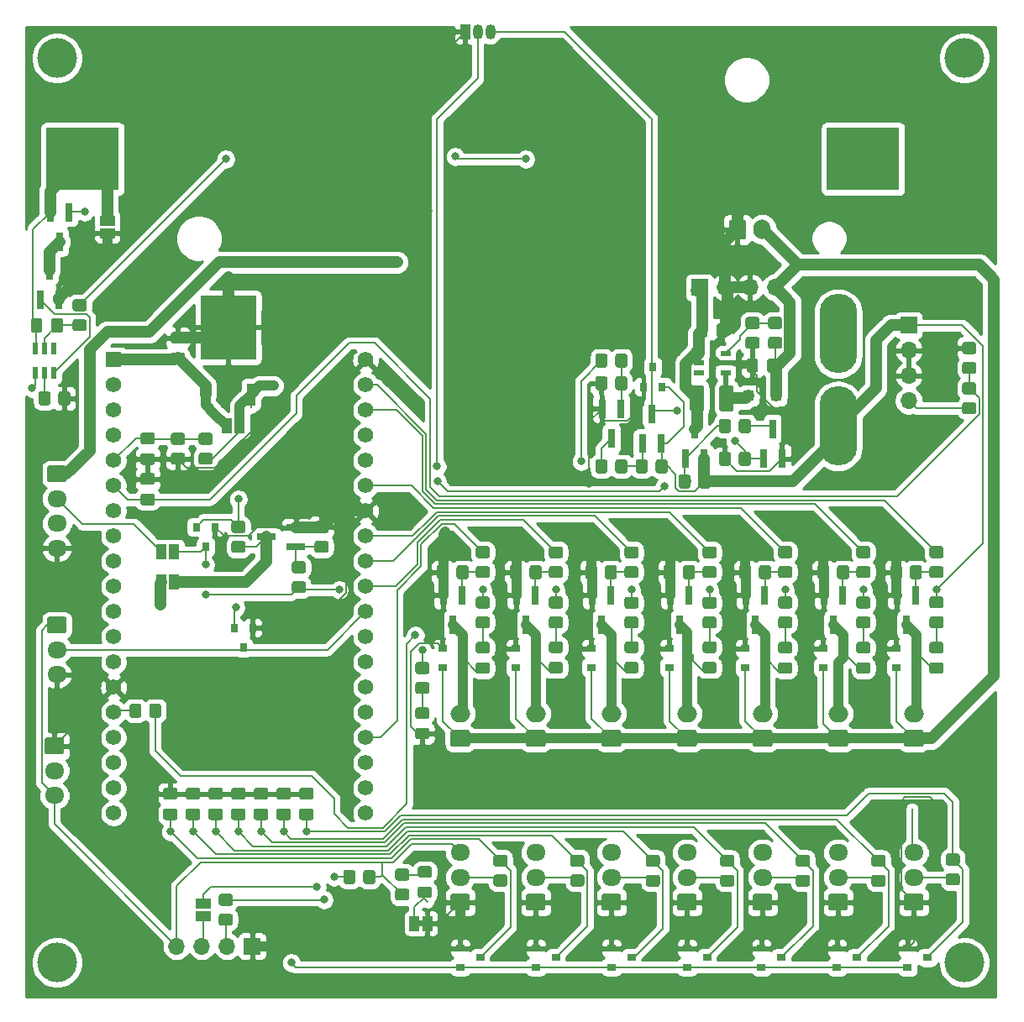
<source format=gbr>
G04 #@! TF.GenerationSoftware,KiCad,Pcbnew,(5.1.5)-3*
G04 #@! TF.CreationDate,2020-11-29T03:44:08+01:00*
G04 #@! TF.ProjectId,PlantCtrlESP32,506c616e-7443-4747-926c-45535033322e,rev?*
G04 #@! TF.SameCoordinates,Original*
G04 #@! TF.FileFunction,Copper,L1,Top*
G04 #@! TF.FilePolarity,Positive*
%FSLAX46Y46*%
G04 Gerber Fmt 4.6, Leading zero omitted, Abs format (unit mm)*
G04 Created by KiCad (PCBNEW (5.1.5)-3) date 2020-11-29 03:44:08*
%MOMM*%
%LPD*%
G04 APERTURE LIST*
%ADD10C,0.100000*%
%ADD11R,0.800000X0.900000*%
%ADD12R,1.000000X1.500000*%
%ADD13O,1.700000X1.700000*%
%ADD14R,1.700000X1.700000*%
%ADD15R,5.630000X6.490000*%
%ADD16R,0.960000X2.220000*%
%ADD17R,0.800000X1.900000*%
%ADD18R,1.900000X0.800000*%
%ADD19O,1.950000X1.700000*%
%ADD20O,3.800000X8.000000*%
%ADD21R,1.500000X1.000000*%
%ADD22R,0.900000X0.800000*%
%ADD23R,1.100000X1.100000*%
%ADD24R,7.340000X6.350000*%
%ADD25C,1.560000*%
%ADD26R,1.560000X1.560000*%
%ADD27R,1.050000X1.500000*%
%ADD28O,1.050000X1.500000*%
%ADD29O,2.000000X1.700000*%
%ADD30O,1.700000X2.000000*%
%ADD31R,0.600000X1.250000*%
%ADD32R,1.000000X0.550000*%
%ADD33C,4.000000*%
%ADD34C,0.800000*%
%ADD35C,0.200000*%
%ADD36C,1.000000*%
%ADD37C,1.200000*%
%ADD38C,0.500000*%
%ADD39C,0.254000*%
G04 APERTURE END LIST*
D10*
G36*
X210428000Y-131384000D02*
G01*
X210928000Y-131384000D01*
X210928000Y-131984000D01*
X210428000Y-131984000D01*
X210428000Y-131384000D01*
G37*
G04 #@! TA.AperFunction,SMDPad,CuDef*
G36*
X211548505Y-125909204D02*
G01*
X211572773Y-125912804D01*
X211596572Y-125918765D01*
X211619671Y-125927030D01*
X211641850Y-125937520D01*
X211662893Y-125950132D01*
X211682599Y-125964747D01*
X211700777Y-125981223D01*
X211717253Y-125999401D01*
X211731868Y-126019107D01*
X211744480Y-126040150D01*
X211754970Y-126062329D01*
X211763235Y-126085428D01*
X211769196Y-126109227D01*
X211772796Y-126133495D01*
X211774000Y-126157999D01*
X211774000Y-126808001D01*
X211772796Y-126832505D01*
X211769196Y-126856773D01*
X211763235Y-126880572D01*
X211754970Y-126903671D01*
X211744480Y-126925850D01*
X211731868Y-126946893D01*
X211717253Y-126966599D01*
X211700777Y-126984777D01*
X211682599Y-127001253D01*
X211662893Y-127015868D01*
X211641850Y-127028480D01*
X211619671Y-127038970D01*
X211596572Y-127047235D01*
X211572773Y-127053196D01*
X211548505Y-127056796D01*
X211524001Y-127058000D01*
X210623999Y-127058000D01*
X210599495Y-127056796D01*
X210575227Y-127053196D01*
X210551428Y-127047235D01*
X210528329Y-127038970D01*
X210506150Y-127028480D01*
X210485107Y-127015868D01*
X210465401Y-127001253D01*
X210447223Y-126984777D01*
X210430747Y-126966599D01*
X210416132Y-126946893D01*
X210403520Y-126925850D01*
X210393030Y-126903671D01*
X210384765Y-126880572D01*
X210378804Y-126856773D01*
X210375204Y-126832505D01*
X210374000Y-126808001D01*
X210374000Y-126157999D01*
X210375204Y-126133495D01*
X210378804Y-126109227D01*
X210384765Y-126085428D01*
X210393030Y-126062329D01*
X210403520Y-126040150D01*
X210416132Y-126019107D01*
X210430747Y-125999401D01*
X210447223Y-125981223D01*
X210465401Y-125964747D01*
X210485107Y-125950132D01*
X210506150Y-125937520D01*
X210528329Y-125927030D01*
X210551428Y-125918765D01*
X210575227Y-125912804D01*
X210599495Y-125909204D01*
X210623999Y-125908000D01*
X211524001Y-125908000D01*
X211548505Y-125909204D01*
G37*
G04 #@! TD.AperFunction*
G04 #@! TA.AperFunction,SMDPad,CuDef*
G36*
X211548505Y-127959204D02*
G01*
X211572773Y-127962804D01*
X211596572Y-127968765D01*
X211619671Y-127977030D01*
X211641850Y-127987520D01*
X211662893Y-128000132D01*
X211682599Y-128014747D01*
X211700777Y-128031223D01*
X211717253Y-128049401D01*
X211731868Y-128069107D01*
X211744480Y-128090150D01*
X211754970Y-128112329D01*
X211763235Y-128135428D01*
X211769196Y-128159227D01*
X211772796Y-128183495D01*
X211774000Y-128207999D01*
X211774000Y-128858001D01*
X211772796Y-128882505D01*
X211769196Y-128906773D01*
X211763235Y-128930572D01*
X211754970Y-128953671D01*
X211744480Y-128975850D01*
X211731868Y-128996893D01*
X211717253Y-129016599D01*
X211700777Y-129034777D01*
X211682599Y-129051253D01*
X211662893Y-129065868D01*
X211641850Y-129078480D01*
X211619671Y-129088970D01*
X211596572Y-129097235D01*
X211572773Y-129103196D01*
X211548505Y-129106796D01*
X211524001Y-129108000D01*
X210623999Y-129108000D01*
X210599495Y-129106796D01*
X210575227Y-129103196D01*
X210551428Y-129097235D01*
X210528329Y-129088970D01*
X210506150Y-129078480D01*
X210485107Y-129065868D01*
X210465401Y-129051253D01*
X210447223Y-129034777D01*
X210430747Y-129016599D01*
X210416132Y-128996893D01*
X210403520Y-128975850D01*
X210393030Y-128953671D01*
X210384765Y-128930572D01*
X210378804Y-128906773D01*
X210375204Y-128882505D01*
X210374000Y-128858001D01*
X210374000Y-128207999D01*
X210375204Y-128183495D01*
X210378804Y-128159227D01*
X210384765Y-128135428D01*
X210393030Y-128112329D01*
X210403520Y-128090150D01*
X210416132Y-128069107D01*
X210430747Y-128049401D01*
X210447223Y-128031223D01*
X210465401Y-128014747D01*
X210485107Y-128000132D01*
X210506150Y-127987520D01*
X210528329Y-127977030D01*
X210551428Y-127968765D01*
X210575227Y-127962804D01*
X210599495Y-127959204D01*
X210623999Y-127958000D01*
X211524001Y-127958000D01*
X211548505Y-127959204D01*
G37*
G04 #@! TD.AperFunction*
G04 #@! TA.AperFunction,SMDPad,CuDef*
G36*
X211294505Y-109907204D02*
G01*
X211318773Y-109910804D01*
X211342572Y-109916765D01*
X211365671Y-109925030D01*
X211387850Y-109935520D01*
X211408893Y-109948132D01*
X211428599Y-109962747D01*
X211446777Y-109979223D01*
X211463253Y-109997401D01*
X211477868Y-110017107D01*
X211490480Y-110038150D01*
X211500970Y-110060329D01*
X211509235Y-110083428D01*
X211515196Y-110107227D01*
X211518796Y-110131495D01*
X211520000Y-110155999D01*
X211520000Y-110806001D01*
X211518796Y-110830505D01*
X211515196Y-110854773D01*
X211509235Y-110878572D01*
X211500970Y-110901671D01*
X211490480Y-110923850D01*
X211477868Y-110944893D01*
X211463253Y-110964599D01*
X211446777Y-110982777D01*
X211428599Y-110999253D01*
X211408893Y-111013868D01*
X211387850Y-111026480D01*
X211365671Y-111036970D01*
X211342572Y-111045235D01*
X211318773Y-111051196D01*
X211294505Y-111054796D01*
X211270001Y-111056000D01*
X210369999Y-111056000D01*
X210345495Y-111054796D01*
X210321227Y-111051196D01*
X210297428Y-111045235D01*
X210274329Y-111036970D01*
X210252150Y-111026480D01*
X210231107Y-111013868D01*
X210211401Y-110999253D01*
X210193223Y-110982777D01*
X210176747Y-110964599D01*
X210162132Y-110944893D01*
X210149520Y-110923850D01*
X210139030Y-110901671D01*
X210130765Y-110878572D01*
X210124804Y-110854773D01*
X210121204Y-110830505D01*
X210120000Y-110806001D01*
X210120000Y-110155999D01*
X210121204Y-110131495D01*
X210124804Y-110107227D01*
X210130765Y-110083428D01*
X210139030Y-110060329D01*
X210149520Y-110038150D01*
X210162132Y-110017107D01*
X210176747Y-109997401D01*
X210193223Y-109979223D01*
X210211401Y-109962747D01*
X210231107Y-109948132D01*
X210252150Y-109935520D01*
X210274329Y-109925030D01*
X210297428Y-109916765D01*
X210321227Y-109910804D01*
X210345495Y-109907204D01*
X210369999Y-109906000D01*
X211270001Y-109906000D01*
X211294505Y-109907204D01*
G37*
G04 #@! TD.AperFunction*
G04 #@! TA.AperFunction,SMDPad,CuDef*
G36*
X211294505Y-111957204D02*
G01*
X211318773Y-111960804D01*
X211342572Y-111966765D01*
X211365671Y-111975030D01*
X211387850Y-111985520D01*
X211408893Y-111998132D01*
X211428599Y-112012747D01*
X211446777Y-112029223D01*
X211463253Y-112047401D01*
X211477868Y-112067107D01*
X211490480Y-112088150D01*
X211500970Y-112110329D01*
X211509235Y-112133428D01*
X211515196Y-112157227D01*
X211518796Y-112181495D01*
X211520000Y-112205999D01*
X211520000Y-112856001D01*
X211518796Y-112880505D01*
X211515196Y-112904773D01*
X211509235Y-112928572D01*
X211500970Y-112951671D01*
X211490480Y-112973850D01*
X211477868Y-112994893D01*
X211463253Y-113014599D01*
X211446777Y-113032777D01*
X211428599Y-113049253D01*
X211408893Y-113063868D01*
X211387850Y-113076480D01*
X211365671Y-113086970D01*
X211342572Y-113095235D01*
X211318773Y-113101196D01*
X211294505Y-113104796D01*
X211270001Y-113106000D01*
X210369999Y-113106000D01*
X210345495Y-113104796D01*
X210321227Y-113101196D01*
X210297428Y-113095235D01*
X210274329Y-113086970D01*
X210252150Y-113076480D01*
X210231107Y-113063868D01*
X210211401Y-113049253D01*
X210193223Y-113032777D01*
X210176747Y-113014599D01*
X210162132Y-112994893D01*
X210149520Y-112973850D01*
X210139030Y-112951671D01*
X210130765Y-112928572D01*
X210124804Y-112904773D01*
X210121204Y-112880505D01*
X210120000Y-112856001D01*
X210120000Y-112205999D01*
X210121204Y-112181495D01*
X210124804Y-112157227D01*
X210130765Y-112133428D01*
X210139030Y-112110329D01*
X210149520Y-112088150D01*
X210162132Y-112067107D01*
X210176747Y-112047401D01*
X210193223Y-112029223D01*
X210211401Y-112012747D01*
X210231107Y-111998132D01*
X210252150Y-111985520D01*
X210274329Y-111975030D01*
X210297428Y-111966765D01*
X210321227Y-111960804D01*
X210345495Y-111957204D01*
X210369999Y-111956000D01*
X211270001Y-111956000D01*
X211294505Y-111957204D01*
G37*
G04 #@! TD.AperFunction*
G04 #@! TA.AperFunction,SMDPad,CuDef*
G36*
X263110505Y-103303204D02*
G01*
X263134773Y-103306804D01*
X263158572Y-103312765D01*
X263181671Y-103321030D01*
X263203850Y-103331520D01*
X263224893Y-103344132D01*
X263244599Y-103358747D01*
X263262777Y-103375223D01*
X263279253Y-103393401D01*
X263293868Y-103413107D01*
X263306480Y-103434150D01*
X263316970Y-103456329D01*
X263325235Y-103479428D01*
X263331196Y-103503227D01*
X263334796Y-103527495D01*
X263336000Y-103551999D01*
X263336000Y-104202001D01*
X263334796Y-104226505D01*
X263331196Y-104250773D01*
X263325235Y-104274572D01*
X263316970Y-104297671D01*
X263306480Y-104319850D01*
X263293868Y-104340893D01*
X263279253Y-104360599D01*
X263262777Y-104378777D01*
X263244599Y-104395253D01*
X263224893Y-104409868D01*
X263203850Y-104422480D01*
X263181671Y-104432970D01*
X263158572Y-104441235D01*
X263134773Y-104447196D01*
X263110505Y-104450796D01*
X263086001Y-104452000D01*
X262185999Y-104452000D01*
X262161495Y-104450796D01*
X262137227Y-104447196D01*
X262113428Y-104441235D01*
X262090329Y-104432970D01*
X262068150Y-104422480D01*
X262047107Y-104409868D01*
X262027401Y-104395253D01*
X262009223Y-104378777D01*
X261992747Y-104360599D01*
X261978132Y-104340893D01*
X261965520Y-104319850D01*
X261955030Y-104297671D01*
X261946765Y-104274572D01*
X261940804Y-104250773D01*
X261937204Y-104226505D01*
X261936000Y-104202001D01*
X261936000Y-103551999D01*
X261937204Y-103527495D01*
X261940804Y-103503227D01*
X261946765Y-103479428D01*
X261955030Y-103456329D01*
X261965520Y-103434150D01*
X261978132Y-103413107D01*
X261992747Y-103393401D01*
X262009223Y-103375223D01*
X262027401Y-103358747D01*
X262047107Y-103344132D01*
X262068150Y-103331520D01*
X262090329Y-103321030D01*
X262113428Y-103312765D01*
X262137227Y-103306804D01*
X262161495Y-103303204D01*
X262185999Y-103302000D01*
X263086001Y-103302000D01*
X263110505Y-103303204D01*
G37*
G04 #@! TD.AperFunction*
G04 #@! TA.AperFunction,SMDPad,CuDef*
G36*
X263110505Y-105353204D02*
G01*
X263134773Y-105356804D01*
X263158572Y-105362765D01*
X263181671Y-105371030D01*
X263203850Y-105381520D01*
X263224893Y-105394132D01*
X263244599Y-105408747D01*
X263262777Y-105425223D01*
X263279253Y-105443401D01*
X263293868Y-105463107D01*
X263306480Y-105484150D01*
X263316970Y-105506329D01*
X263325235Y-105529428D01*
X263331196Y-105553227D01*
X263334796Y-105577495D01*
X263336000Y-105601999D01*
X263336000Y-106252001D01*
X263334796Y-106276505D01*
X263331196Y-106300773D01*
X263325235Y-106324572D01*
X263316970Y-106347671D01*
X263306480Y-106369850D01*
X263293868Y-106390893D01*
X263279253Y-106410599D01*
X263262777Y-106428777D01*
X263244599Y-106445253D01*
X263224893Y-106459868D01*
X263203850Y-106472480D01*
X263181671Y-106482970D01*
X263158572Y-106491235D01*
X263134773Y-106497196D01*
X263110505Y-106500796D01*
X263086001Y-106502000D01*
X262185999Y-106502000D01*
X262161495Y-106500796D01*
X262137227Y-106497196D01*
X262113428Y-106491235D01*
X262090329Y-106482970D01*
X262068150Y-106472480D01*
X262047107Y-106459868D01*
X262027401Y-106445253D01*
X262009223Y-106428777D01*
X261992747Y-106410599D01*
X261978132Y-106390893D01*
X261965520Y-106369850D01*
X261955030Y-106347671D01*
X261946765Y-106324572D01*
X261940804Y-106300773D01*
X261937204Y-106276505D01*
X261936000Y-106252001D01*
X261936000Y-105601999D01*
X261937204Y-105577495D01*
X261940804Y-105553227D01*
X261946765Y-105529428D01*
X261955030Y-105506329D01*
X261965520Y-105484150D01*
X261978132Y-105463107D01*
X261992747Y-105443401D01*
X262009223Y-105425223D01*
X262027401Y-105408747D01*
X262047107Y-105394132D01*
X262068150Y-105381520D01*
X262090329Y-105371030D01*
X262113428Y-105362765D01*
X262137227Y-105356804D01*
X262161495Y-105353204D01*
X262185999Y-105352000D01*
X263086001Y-105352000D01*
X263110505Y-105353204D01*
G37*
G04 #@! TD.AperFunction*
G04 #@! TA.AperFunction,SMDPad,CuDef*
G36*
X240250505Y-103266704D02*
G01*
X240274773Y-103270304D01*
X240298572Y-103276265D01*
X240321671Y-103284530D01*
X240343850Y-103295020D01*
X240364893Y-103307632D01*
X240384599Y-103322247D01*
X240402777Y-103338723D01*
X240419253Y-103356901D01*
X240433868Y-103376607D01*
X240446480Y-103397650D01*
X240456970Y-103419829D01*
X240465235Y-103442928D01*
X240471196Y-103466727D01*
X240474796Y-103490995D01*
X240476000Y-103515499D01*
X240476000Y-104165501D01*
X240474796Y-104190005D01*
X240471196Y-104214273D01*
X240465235Y-104238072D01*
X240456970Y-104261171D01*
X240446480Y-104283350D01*
X240433868Y-104304393D01*
X240419253Y-104324099D01*
X240402777Y-104342277D01*
X240384599Y-104358753D01*
X240364893Y-104373368D01*
X240343850Y-104385980D01*
X240321671Y-104396470D01*
X240298572Y-104404735D01*
X240274773Y-104410696D01*
X240250505Y-104414296D01*
X240226001Y-104415500D01*
X239325999Y-104415500D01*
X239301495Y-104414296D01*
X239277227Y-104410696D01*
X239253428Y-104404735D01*
X239230329Y-104396470D01*
X239208150Y-104385980D01*
X239187107Y-104373368D01*
X239167401Y-104358753D01*
X239149223Y-104342277D01*
X239132747Y-104324099D01*
X239118132Y-104304393D01*
X239105520Y-104283350D01*
X239095030Y-104261171D01*
X239086765Y-104238072D01*
X239080804Y-104214273D01*
X239077204Y-104190005D01*
X239076000Y-104165501D01*
X239076000Y-103515499D01*
X239077204Y-103490995D01*
X239080804Y-103466727D01*
X239086765Y-103442928D01*
X239095030Y-103419829D01*
X239105520Y-103397650D01*
X239118132Y-103376607D01*
X239132747Y-103356901D01*
X239149223Y-103338723D01*
X239167401Y-103322247D01*
X239187107Y-103307632D01*
X239208150Y-103295020D01*
X239230329Y-103284530D01*
X239253428Y-103276265D01*
X239277227Y-103270304D01*
X239301495Y-103266704D01*
X239325999Y-103265500D01*
X240226001Y-103265500D01*
X240250505Y-103266704D01*
G37*
G04 #@! TD.AperFunction*
G04 #@! TA.AperFunction,SMDPad,CuDef*
G36*
X240250505Y-105316704D02*
G01*
X240274773Y-105320304D01*
X240298572Y-105326265D01*
X240321671Y-105334530D01*
X240343850Y-105345020D01*
X240364893Y-105357632D01*
X240384599Y-105372247D01*
X240402777Y-105388723D01*
X240419253Y-105406901D01*
X240433868Y-105426607D01*
X240446480Y-105447650D01*
X240456970Y-105469829D01*
X240465235Y-105492928D01*
X240471196Y-105516727D01*
X240474796Y-105540995D01*
X240476000Y-105565499D01*
X240476000Y-106215501D01*
X240474796Y-106240005D01*
X240471196Y-106264273D01*
X240465235Y-106288072D01*
X240456970Y-106311171D01*
X240446480Y-106333350D01*
X240433868Y-106354393D01*
X240419253Y-106374099D01*
X240402777Y-106392277D01*
X240384599Y-106408753D01*
X240364893Y-106423368D01*
X240343850Y-106435980D01*
X240321671Y-106446470D01*
X240298572Y-106454735D01*
X240274773Y-106460696D01*
X240250505Y-106464296D01*
X240226001Y-106465500D01*
X239325999Y-106465500D01*
X239301495Y-106464296D01*
X239277227Y-106460696D01*
X239253428Y-106454735D01*
X239230329Y-106446470D01*
X239208150Y-106435980D01*
X239187107Y-106423368D01*
X239167401Y-106408753D01*
X239149223Y-106392277D01*
X239132747Y-106374099D01*
X239118132Y-106354393D01*
X239105520Y-106333350D01*
X239095030Y-106311171D01*
X239086765Y-106288072D01*
X239080804Y-106264273D01*
X239077204Y-106240005D01*
X239076000Y-106215501D01*
X239076000Y-105565499D01*
X239077204Y-105540995D01*
X239080804Y-105516727D01*
X239086765Y-105492928D01*
X239095030Y-105469829D01*
X239105520Y-105447650D01*
X239118132Y-105426607D01*
X239132747Y-105406901D01*
X239149223Y-105388723D01*
X239167401Y-105372247D01*
X239187107Y-105357632D01*
X239208150Y-105345020D01*
X239230329Y-105334530D01*
X239253428Y-105326265D01*
X239277227Y-105320304D01*
X239301495Y-105316704D01*
X239325999Y-105315500D01*
X240226001Y-105315500D01*
X240250505Y-105316704D01*
G37*
G04 #@! TD.AperFunction*
G04 #@! TA.AperFunction,SMDPad,CuDef*
G36*
X255744505Y-103303204D02*
G01*
X255768773Y-103306804D01*
X255792572Y-103312765D01*
X255815671Y-103321030D01*
X255837850Y-103331520D01*
X255858893Y-103344132D01*
X255878599Y-103358747D01*
X255896777Y-103375223D01*
X255913253Y-103393401D01*
X255927868Y-103413107D01*
X255940480Y-103434150D01*
X255950970Y-103456329D01*
X255959235Y-103479428D01*
X255965196Y-103503227D01*
X255968796Y-103527495D01*
X255970000Y-103551999D01*
X255970000Y-104202001D01*
X255968796Y-104226505D01*
X255965196Y-104250773D01*
X255959235Y-104274572D01*
X255950970Y-104297671D01*
X255940480Y-104319850D01*
X255927868Y-104340893D01*
X255913253Y-104360599D01*
X255896777Y-104378777D01*
X255878599Y-104395253D01*
X255858893Y-104409868D01*
X255837850Y-104422480D01*
X255815671Y-104432970D01*
X255792572Y-104441235D01*
X255768773Y-104447196D01*
X255744505Y-104450796D01*
X255720001Y-104452000D01*
X254819999Y-104452000D01*
X254795495Y-104450796D01*
X254771227Y-104447196D01*
X254747428Y-104441235D01*
X254724329Y-104432970D01*
X254702150Y-104422480D01*
X254681107Y-104409868D01*
X254661401Y-104395253D01*
X254643223Y-104378777D01*
X254626747Y-104360599D01*
X254612132Y-104340893D01*
X254599520Y-104319850D01*
X254589030Y-104297671D01*
X254580765Y-104274572D01*
X254574804Y-104250773D01*
X254571204Y-104226505D01*
X254570000Y-104202001D01*
X254570000Y-103551999D01*
X254571204Y-103527495D01*
X254574804Y-103503227D01*
X254580765Y-103479428D01*
X254589030Y-103456329D01*
X254599520Y-103434150D01*
X254612132Y-103413107D01*
X254626747Y-103393401D01*
X254643223Y-103375223D01*
X254661401Y-103358747D01*
X254681107Y-103344132D01*
X254702150Y-103331520D01*
X254724329Y-103321030D01*
X254747428Y-103312765D01*
X254771227Y-103306804D01*
X254795495Y-103303204D01*
X254819999Y-103302000D01*
X255720001Y-103302000D01*
X255744505Y-103303204D01*
G37*
G04 #@! TD.AperFunction*
G04 #@! TA.AperFunction,SMDPad,CuDef*
G36*
X255744505Y-105353204D02*
G01*
X255768773Y-105356804D01*
X255792572Y-105362765D01*
X255815671Y-105371030D01*
X255837850Y-105381520D01*
X255858893Y-105394132D01*
X255878599Y-105408747D01*
X255896777Y-105425223D01*
X255913253Y-105443401D01*
X255927868Y-105463107D01*
X255940480Y-105484150D01*
X255950970Y-105506329D01*
X255959235Y-105529428D01*
X255965196Y-105553227D01*
X255968796Y-105577495D01*
X255970000Y-105601999D01*
X255970000Y-106252001D01*
X255968796Y-106276505D01*
X255965196Y-106300773D01*
X255959235Y-106324572D01*
X255950970Y-106347671D01*
X255940480Y-106369850D01*
X255927868Y-106390893D01*
X255913253Y-106410599D01*
X255896777Y-106428777D01*
X255878599Y-106445253D01*
X255858893Y-106459868D01*
X255837850Y-106472480D01*
X255815671Y-106482970D01*
X255792572Y-106491235D01*
X255768773Y-106497196D01*
X255744505Y-106500796D01*
X255720001Y-106502000D01*
X254819999Y-106502000D01*
X254795495Y-106500796D01*
X254771227Y-106497196D01*
X254747428Y-106491235D01*
X254724329Y-106482970D01*
X254702150Y-106472480D01*
X254681107Y-106459868D01*
X254661401Y-106445253D01*
X254643223Y-106428777D01*
X254626747Y-106410599D01*
X254612132Y-106390893D01*
X254599520Y-106369850D01*
X254589030Y-106347671D01*
X254580765Y-106324572D01*
X254574804Y-106300773D01*
X254571204Y-106276505D01*
X254570000Y-106252001D01*
X254570000Y-105601999D01*
X254571204Y-105577495D01*
X254574804Y-105553227D01*
X254580765Y-105529428D01*
X254589030Y-105506329D01*
X254599520Y-105484150D01*
X254612132Y-105463107D01*
X254626747Y-105443401D01*
X254643223Y-105425223D01*
X254661401Y-105408747D01*
X254681107Y-105394132D01*
X254702150Y-105381520D01*
X254724329Y-105371030D01*
X254747428Y-105362765D01*
X254771227Y-105356804D01*
X254795495Y-105353204D01*
X254819999Y-105352000D01*
X255720001Y-105352000D01*
X255744505Y-105353204D01*
G37*
G04 #@! TD.AperFunction*
G04 #@! TA.AperFunction,SMDPad,CuDef*
G36*
X232376505Y-103266704D02*
G01*
X232400773Y-103270304D01*
X232424572Y-103276265D01*
X232447671Y-103284530D01*
X232469850Y-103295020D01*
X232490893Y-103307632D01*
X232510599Y-103322247D01*
X232528777Y-103338723D01*
X232545253Y-103356901D01*
X232559868Y-103376607D01*
X232572480Y-103397650D01*
X232582970Y-103419829D01*
X232591235Y-103442928D01*
X232597196Y-103466727D01*
X232600796Y-103490995D01*
X232602000Y-103515499D01*
X232602000Y-104165501D01*
X232600796Y-104190005D01*
X232597196Y-104214273D01*
X232591235Y-104238072D01*
X232582970Y-104261171D01*
X232572480Y-104283350D01*
X232559868Y-104304393D01*
X232545253Y-104324099D01*
X232528777Y-104342277D01*
X232510599Y-104358753D01*
X232490893Y-104373368D01*
X232469850Y-104385980D01*
X232447671Y-104396470D01*
X232424572Y-104404735D01*
X232400773Y-104410696D01*
X232376505Y-104414296D01*
X232352001Y-104415500D01*
X231451999Y-104415500D01*
X231427495Y-104414296D01*
X231403227Y-104410696D01*
X231379428Y-104404735D01*
X231356329Y-104396470D01*
X231334150Y-104385980D01*
X231313107Y-104373368D01*
X231293401Y-104358753D01*
X231275223Y-104342277D01*
X231258747Y-104324099D01*
X231244132Y-104304393D01*
X231231520Y-104283350D01*
X231221030Y-104261171D01*
X231212765Y-104238072D01*
X231206804Y-104214273D01*
X231203204Y-104190005D01*
X231202000Y-104165501D01*
X231202000Y-103515499D01*
X231203204Y-103490995D01*
X231206804Y-103466727D01*
X231212765Y-103442928D01*
X231221030Y-103419829D01*
X231231520Y-103397650D01*
X231244132Y-103376607D01*
X231258747Y-103356901D01*
X231275223Y-103338723D01*
X231293401Y-103322247D01*
X231313107Y-103307632D01*
X231334150Y-103295020D01*
X231356329Y-103284530D01*
X231379428Y-103276265D01*
X231403227Y-103270304D01*
X231427495Y-103266704D01*
X231451999Y-103265500D01*
X232352001Y-103265500D01*
X232376505Y-103266704D01*
G37*
G04 #@! TD.AperFunction*
G04 #@! TA.AperFunction,SMDPad,CuDef*
G36*
X232376505Y-105316704D02*
G01*
X232400773Y-105320304D01*
X232424572Y-105326265D01*
X232447671Y-105334530D01*
X232469850Y-105345020D01*
X232490893Y-105357632D01*
X232510599Y-105372247D01*
X232528777Y-105388723D01*
X232545253Y-105406901D01*
X232559868Y-105426607D01*
X232572480Y-105447650D01*
X232582970Y-105469829D01*
X232591235Y-105492928D01*
X232597196Y-105516727D01*
X232600796Y-105540995D01*
X232602000Y-105565499D01*
X232602000Y-106215501D01*
X232600796Y-106240005D01*
X232597196Y-106264273D01*
X232591235Y-106288072D01*
X232582970Y-106311171D01*
X232572480Y-106333350D01*
X232559868Y-106354393D01*
X232545253Y-106374099D01*
X232528777Y-106392277D01*
X232510599Y-106408753D01*
X232490893Y-106423368D01*
X232469850Y-106435980D01*
X232447671Y-106446470D01*
X232424572Y-106454735D01*
X232400773Y-106460696D01*
X232376505Y-106464296D01*
X232352001Y-106465500D01*
X231451999Y-106465500D01*
X231427495Y-106464296D01*
X231403227Y-106460696D01*
X231379428Y-106454735D01*
X231356329Y-106446470D01*
X231334150Y-106435980D01*
X231313107Y-106423368D01*
X231293401Y-106408753D01*
X231275223Y-106392277D01*
X231258747Y-106374099D01*
X231244132Y-106354393D01*
X231231520Y-106333350D01*
X231221030Y-106311171D01*
X231212765Y-106288072D01*
X231206804Y-106264273D01*
X231203204Y-106240005D01*
X231202000Y-106215501D01*
X231202000Y-105565499D01*
X231203204Y-105540995D01*
X231206804Y-105516727D01*
X231212765Y-105492928D01*
X231221030Y-105469829D01*
X231231520Y-105447650D01*
X231244132Y-105426607D01*
X231258747Y-105406901D01*
X231275223Y-105388723D01*
X231293401Y-105372247D01*
X231313107Y-105357632D01*
X231334150Y-105345020D01*
X231356329Y-105334530D01*
X231379428Y-105326265D01*
X231403227Y-105320304D01*
X231427495Y-105316704D01*
X231451999Y-105315500D01*
X232352001Y-105315500D01*
X232376505Y-105316704D01*
G37*
G04 #@! TD.AperFunction*
G04 #@! TA.AperFunction,SMDPad,CuDef*
G36*
X247870505Y-103303204D02*
G01*
X247894773Y-103306804D01*
X247918572Y-103312765D01*
X247941671Y-103321030D01*
X247963850Y-103331520D01*
X247984893Y-103344132D01*
X248004599Y-103358747D01*
X248022777Y-103375223D01*
X248039253Y-103393401D01*
X248053868Y-103413107D01*
X248066480Y-103434150D01*
X248076970Y-103456329D01*
X248085235Y-103479428D01*
X248091196Y-103503227D01*
X248094796Y-103527495D01*
X248096000Y-103551999D01*
X248096000Y-104202001D01*
X248094796Y-104226505D01*
X248091196Y-104250773D01*
X248085235Y-104274572D01*
X248076970Y-104297671D01*
X248066480Y-104319850D01*
X248053868Y-104340893D01*
X248039253Y-104360599D01*
X248022777Y-104378777D01*
X248004599Y-104395253D01*
X247984893Y-104409868D01*
X247963850Y-104422480D01*
X247941671Y-104432970D01*
X247918572Y-104441235D01*
X247894773Y-104447196D01*
X247870505Y-104450796D01*
X247846001Y-104452000D01*
X246945999Y-104452000D01*
X246921495Y-104450796D01*
X246897227Y-104447196D01*
X246873428Y-104441235D01*
X246850329Y-104432970D01*
X246828150Y-104422480D01*
X246807107Y-104409868D01*
X246787401Y-104395253D01*
X246769223Y-104378777D01*
X246752747Y-104360599D01*
X246738132Y-104340893D01*
X246725520Y-104319850D01*
X246715030Y-104297671D01*
X246706765Y-104274572D01*
X246700804Y-104250773D01*
X246697204Y-104226505D01*
X246696000Y-104202001D01*
X246696000Y-103551999D01*
X246697204Y-103527495D01*
X246700804Y-103503227D01*
X246706765Y-103479428D01*
X246715030Y-103456329D01*
X246725520Y-103434150D01*
X246738132Y-103413107D01*
X246752747Y-103393401D01*
X246769223Y-103375223D01*
X246787401Y-103358747D01*
X246807107Y-103344132D01*
X246828150Y-103331520D01*
X246850329Y-103321030D01*
X246873428Y-103312765D01*
X246897227Y-103306804D01*
X246921495Y-103303204D01*
X246945999Y-103302000D01*
X247846001Y-103302000D01*
X247870505Y-103303204D01*
G37*
G04 #@! TD.AperFunction*
G04 #@! TA.AperFunction,SMDPad,CuDef*
G36*
X247870505Y-105353204D02*
G01*
X247894773Y-105356804D01*
X247918572Y-105362765D01*
X247941671Y-105371030D01*
X247963850Y-105381520D01*
X247984893Y-105394132D01*
X248004599Y-105408747D01*
X248022777Y-105425223D01*
X248039253Y-105443401D01*
X248053868Y-105463107D01*
X248066480Y-105484150D01*
X248076970Y-105506329D01*
X248085235Y-105529428D01*
X248091196Y-105553227D01*
X248094796Y-105577495D01*
X248096000Y-105601999D01*
X248096000Y-106252001D01*
X248094796Y-106276505D01*
X248091196Y-106300773D01*
X248085235Y-106324572D01*
X248076970Y-106347671D01*
X248066480Y-106369850D01*
X248053868Y-106390893D01*
X248039253Y-106410599D01*
X248022777Y-106428777D01*
X248004599Y-106445253D01*
X247984893Y-106459868D01*
X247963850Y-106472480D01*
X247941671Y-106482970D01*
X247918572Y-106491235D01*
X247894773Y-106497196D01*
X247870505Y-106500796D01*
X247846001Y-106502000D01*
X246945999Y-106502000D01*
X246921495Y-106500796D01*
X246897227Y-106497196D01*
X246873428Y-106491235D01*
X246850329Y-106482970D01*
X246828150Y-106472480D01*
X246807107Y-106459868D01*
X246787401Y-106445253D01*
X246769223Y-106428777D01*
X246752747Y-106410599D01*
X246738132Y-106390893D01*
X246725520Y-106369850D01*
X246715030Y-106347671D01*
X246706765Y-106324572D01*
X246700804Y-106300773D01*
X246697204Y-106276505D01*
X246696000Y-106252001D01*
X246696000Y-105601999D01*
X246697204Y-105577495D01*
X246700804Y-105553227D01*
X246706765Y-105529428D01*
X246715030Y-105506329D01*
X246725520Y-105484150D01*
X246738132Y-105463107D01*
X246752747Y-105443401D01*
X246769223Y-105425223D01*
X246787401Y-105408747D01*
X246807107Y-105394132D01*
X246828150Y-105381520D01*
X246850329Y-105371030D01*
X246873428Y-105362765D01*
X246897227Y-105356804D01*
X246921495Y-105353204D01*
X246945999Y-105352000D01*
X247846001Y-105352000D01*
X247870505Y-105353204D01*
G37*
G04 #@! TD.AperFunction*
G04 #@! TA.AperFunction,SMDPad,CuDef*
G36*
X224756505Y-103266704D02*
G01*
X224780773Y-103270304D01*
X224804572Y-103276265D01*
X224827671Y-103284530D01*
X224849850Y-103295020D01*
X224870893Y-103307632D01*
X224890599Y-103322247D01*
X224908777Y-103338723D01*
X224925253Y-103356901D01*
X224939868Y-103376607D01*
X224952480Y-103397650D01*
X224962970Y-103419829D01*
X224971235Y-103442928D01*
X224977196Y-103466727D01*
X224980796Y-103490995D01*
X224982000Y-103515499D01*
X224982000Y-104165501D01*
X224980796Y-104190005D01*
X224977196Y-104214273D01*
X224971235Y-104238072D01*
X224962970Y-104261171D01*
X224952480Y-104283350D01*
X224939868Y-104304393D01*
X224925253Y-104324099D01*
X224908777Y-104342277D01*
X224890599Y-104358753D01*
X224870893Y-104373368D01*
X224849850Y-104385980D01*
X224827671Y-104396470D01*
X224804572Y-104404735D01*
X224780773Y-104410696D01*
X224756505Y-104414296D01*
X224732001Y-104415500D01*
X223831999Y-104415500D01*
X223807495Y-104414296D01*
X223783227Y-104410696D01*
X223759428Y-104404735D01*
X223736329Y-104396470D01*
X223714150Y-104385980D01*
X223693107Y-104373368D01*
X223673401Y-104358753D01*
X223655223Y-104342277D01*
X223638747Y-104324099D01*
X223624132Y-104304393D01*
X223611520Y-104283350D01*
X223601030Y-104261171D01*
X223592765Y-104238072D01*
X223586804Y-104214273D01*
X223583204Y-104190005D01*
X223582000Y-104165501D01*
X223582000Y-103515499D01*
X223583204Y-103490995D01*
X223586804Y-103466727D01*
X223592765Y-103442928D01*
X223601030Y-103419829D01*
X223611520Y-103397650D01*
X223624132Y-103376607D01*
X223638747Y-103356901D01*
X223655223Y-103338723D01*
X223673401Y-103322247D01*
X223693107Y-103307632D01*
X223714150Y-103295020D01*
X223736329Y-103284530D01*
X223759428Y-103276265D01*
X223783227Y-103270304D01*
X223807495Y-103266704D01*
X223831999Y-103265500D01*
X224732001Y-103265500D01*
X224756505Y-103266704D01*
G37*
G04 #@! TD.AperFunction*
G04 #@! TA.AperFunction,SMDPad,CuDef*
G36*
X224756505Y-105316704D02*
G01*
X224780773Y-105320304D01*
X224804572Y-105326265D01*
X224827671Y-105334530D01*
X224849850Y-105345020D01*
X224870893Y-105357632D01*
X224890599Y-105372247D01*
X224908777Y-105388723D01*
X224925253Y-105406901D01*
X224939868Y-105426607D01*
X224952480Y-105447650D01*
X224962970Y-105469829D01*
X224971235Y-105492928D01*
X224977196Y-105516727D01*
X224980796Y-105540995D01*
X224982000Y-105565499D01*
X224982000Y-106215501D01*
X224980796Y-106240005D01*
X224977196Y-106264273D01*
X224971235Y-106288072D01*
X224962970Y-106311171D01*
X224952480Y-106333350D01*
X224939868Y-106354393D01*
X224925253Y-106374099D01*
X224908777Y-106392277D01*
X224890599Y-106408753D01*
X224870893Y-106423368D01*
X224849850Y-106435980D01*
X224827671Y-106446470D01*
X224804572Y-106454735D01*
X224780773Y-106460696D01*
X224756505Y-106464296D01*
X224732001Y-106465500D01*
X223831999Y-106465500D01*
X223807495Y-106464296D01*
X223783227Y-106460696D01*
X223759428Y-106454735D01*
X223736329Y-106446470D01*
X223714150Y-106435980D01*
X223693107Y-106423368D01*
X223673401Y-106408753D01*
X223655223Y-106392277D01*
X223638747Y-106374099D01*
X223624132Y-106354393D01*
X223611520Y-106333350D01*
X223601030Y-106311171D01*
X223592765Y-106288072D01*
X223586804Y-106264273D01*
X223583204Y-106240005D01*
X223582000Y-106215501D01*
X223582000Y-105565499D01*
X223583204Y-105540995D01*
X223586804Y-105516727D01*
X223592765Y-105492928D01*
X223601030Y-105469829D01*
X223611520Y-105447650D01*
X223624132Y-105426607D01*
X223638747Y-105406901D01*
X223655223Y-105388723D01*
X223673401Y-105372247D01*
X223693107Y-105357632D01*
X223714150Y-105345020D01*
X223736329Y-105334530D01*
X223759428Y-105326265D01*
X223783227Y-105320304D01*
X223807495Y-105316704D01*
X223831999Y-105315500D01*
X224732001Y-105315500D01*
X224756505Y-105316704D01*
G37*
G04 #@! TD.AperFunction*
G04 #@! TA.AperFunction,SMDPad,CuDef*
G36*
X217390505Y-103303204D02*
G01*
X217414773Y-103306804D01*
X217438572Y-103312765D01*
X217461671Y-103321030D01*
X217483850Y-103331520D01*
X217504893Y-103344132D01*
X217524599Y-103358747D01*
X217542777Y-103375223D01*
X217559253Y-103393401D01*
X217573868Y-103413107D01*
X217586480Y-103434150D01*
X217596970Y-103456329D01*
X217605235Y-103479428D01*
X217611196Y-103503227D01*
X217614796Y-103527495D01*
X217616000Y-103551999D01*
X217616000Y-104202001D01*
X217614796Y-104226505D01*
X217611196Y-104250773D01*
X217605235Y-104274572D01*
X217596970Y-104297671D01*
X217586480Y-104319850D01*
X217573868Y-104340893D01*
X217559253Y-104360599D01*
X217542777Y-104378777D01*
X217524599Y-104395253D01*
X217504893Y-104409868D01*
X217483850Y-104422480D01*
X217461671Y-104432970D01*
X217438572Y-104441235D01*
X217414773Y-104447196D01*
X217390505Y-104450796D01*
X217366001Y-104452000D01*
X216465999Y-104452000D01*
X216441495Y-104450796D01*
X216417227Y-104447196D01*
X216393428Y-104441235D01*
X216370329Y-104432970D01*
X216348150Y-104422480D01*
X216327107Y-104409868D01*
X216307401Y-104395253D01*
X216289223Y-104378777D01*
X216272747Y-104360599D01*
X216258132Y-104340893D01*
X216245520Y-104319850D01*
X216235030Y-104297671D01*
X216226765Y-104274572D01*
X216220804Y-104250773D01*
X216217204Y-104226505D01*
X216216000Y-104202001D01*
X216216000Y-103551999D01*
X216217204Y-103527495D01*
X216220804Y-103503227D01*
X216226765Y-103479428D01*
X216235030Y-103456329D01*
X216245520Y-103434150D01*
X216258132Y-103413107D01*
X216272747Y-103393401D01*
X216289223Y-103375223D01*
X216307401Y-103358747D01*
X216327107Y-103344132D01*
X216348150Y-103331520D01*
X216370329Y-103321030D01*
X216393428Y-103312765D01*
X216417227Y-103306804D01*
X216441495Y-103303204D01*
X216465999Y-103302000D01*
X217366001Y-103302000D01*
X217390505Y-103303204D01*
G37*
G04 #@! TD.AperFunction*
G04 #@! TA.AperFunction,SMDPad,CuDef*
G36*
X217390505Y-105353204D02*
G01*
X217414773Y-105356804D01*
X217438572Y-105362765D01*
X217461671Y-105371030D01*
X217483850Y-105381520D01*
X217504893Y-105394132D01*
X217524599Y-105408747D01*
X217542777Y-105425223D01*
X217559253Y-105443401D01*
X217573868Y-105463107D01*
X217586480Y-105484150D01*
X217596970Y-105506329D01*
X217605235Y-105529428D01*
X217611196Y-105553227D01*
X217614796Y-105577495D01*
X217616000Y-105601999D01*
X217616000Y-106252001D01*
X217614796Y-106276505D01*
X217611196Y-106300773D01*
X217605235Y-106324572D01*
X217596970Y-106347671D01*
X217586480Y-106369850D01*
X217573868Y-106390893D01*
X217559253Y-106410599D01*
X217542777Y-106428777D01*
X217524599Y-106445253D01*
X217504893Y-106459868D01*
X217483850Y-106472480D01*
X217461671Y-106482970D01*
X217438572Y-106491235D01*
X217414773Y-106497196D01*
X217390505Y-106500796D01*
X217366001Y-106502000D01*
X216465999Y-106502000D01*
X216441495Y-106500796D01*
X216417227Y-106497196D01*
X216393428Y-106491235D01*
X216370329Y-106482970D01*
X216348150Y-106472480D01*
X216327107Y-106459868D01*
X216307401Y-106445253D01*
X216289223Y-106428777D01*
X216272747Y-106410599D01*
X216258132Y-106390893D01*
X216245520Y-106369850D01*
X216235030Y-106347671D01*
X216226765Y-106324572D01*
X216220804Y-106300773D01*
X216217204Y-106276505D01*
X216216000Y-106252001D01*
X216216000Y-105601999D01*
X216217204Y-105577495D01*
X216220804Y-105553227D01*
X216226765Y-105529428D01*
X216235030Y-105506329D01*
X216245520Y-105484150D01*
X216258132Y-105463107D01*
X216272747Y-105443401D01*
X216289223Y-105425223D01*
X216307401Y-105408747D01*
X216327107Y-105394132D01*
X216348150Y-105381520D01*
X216370329Y-105371030D01*
X216393428Y-105362765D01*
X216417227Y-105356804D01*
X216441495Y-105353204D01*
X216465999Y-105352000D01*
X217366001Y-105352000D01*
X217390505Y-105353204D01*
G37*
G04 #@! TD.AperFunction*
G04 #@! TA.AperFunction,SMDPad,CuDef*
G36*
X186656505Y-72061204D02*
G01*
X186680773Y-72064804D01*
X186704572Y-72070765D01*
X186727671Y-72079030D01*
X186749850Y-72089520D01*
X186770893Y-72102132D01*
X186790599Y-72116747D01*
X186808777Y-72133223D01*
X186825253Y-72151401D01*
X186839868Y-72171107D01*
X186852480Y-72192150D01*
X186862970Y-72214329D01*
X186871235Y-72237428D01*
X186877196Y-72261227D01*
X186880796Y-72285495D01*
X186882000Y-72309999D01*
X186882000Y-72960001D01*
X186880796Y-72984505D01*
X186877196Y-73008773D01*
X186871235Y-73032572D01*
X186862970Y-73055671D01*
X186852480Y-73077850D01*
X186839868Y-73098893D01*
X186825253Y-73118599D01*
X186808777Y-73136777D01*
X186790599Y-73153253D01*
X186770893Y-73167868D01*
X186749850Y-73180480D01*
X186727671Y-73190970D01*
X186704572Y-73199235D01*
X186680773Y-73205196D01*
X186656505Y-73208796D01*
X186632001Y-73210000D01*
X185731999Y-73210000D01*
X185707495Y-73208796D01*
X185683227Y-73205196D01*
X185659428Y-73199235D01*
X185636329Y-73190970D01*
X185614150Y-73180480D01*
X185593107Y-73167868D01*
X185573401Y-73153253D01*
X185555223Y-73136777D01*
X185538747Y-73118599D01*
X185524132Y-73098893D01*
X185511520Y-73077850D01*
X185501030Y-73055671D01*
X185492765Y-73032572D01*
X185486804Y-73008773D01*
X185483204Y-72984505D01*
X185482000Y-72960001D01*
X185482000Y-72309999D01*
X185483204Y-72285495D01*
X185486804Y-72261227D01*
X185492765Y-72237428D01*
X185501030Y-72214329D01*
X185511520Y-72192150D01*
X185524132Y-72171107D01*
X185538747Y-72151401D01*
X185555223Y-72133223D01*
X185573401Y-72116747D01*
X185593107Y-72102132D01*
X185614150Y-72089520D01*
X185636329Y-72079030D01*
X185659428Y-72070765D01*
X185683227Y-72064804D01*
X185707495Y-72061204D01*
X185731999Y-72060000D01*
X186632001Y-72060000D01*
X186656505Y-72061204D01*
G37*
G04 #@! TD.AperFunction*
G04 #@! TA.AperFunction,SMDPad,CuDef*
G36*
X186656505Y-74111204D02*
G01*
X186680773Y-74114804D01*
X186704572Y-74120765D01*
X186727671Y-74129030D01*
X186749850Y-74139520D01*
X186770893Y-74152132D01*
X186790599Y-74166747D01*
X186808777Y-74183223D01*
X186825253Y-74201401D01*
X186839868Y-74221107D01*
X186852480Y-74242150D01*
X186862970Y-74264329D01*
X186871235Y-74287428D01*
X186877196Y-74311227D01*
X186880796Y-74335495D01*
X186882000Y-74359999D01*
X186882000Y-75010001D01*
X186880796Y-75034505D01*
X186877196Y-75058773D01*
X186871235Y-75082572D01*
X186862970Y-75105671D01*
X186852480Y-75127850D01*
X186839868Y-75148893D01*
X186825253Y-75168599D01*
X186808777Y-75186777D01*
X186790599Y-75203253D01*
X186770893Y-75217868D01*
X186749850Y-75230480D01*
X186727671Y-75240970D01*
X186704572Y-75249235D01*
X186680773Y-75255196D01*
X186656505Y-75258796D01*
X186632001Y-75260000D01*
X185731999Y-75260000D01*
X185707495Y-75258796D01*
X185683227Y-75255196D01*
X185659428Y-75249235D01*
X185636329Y-75240970D01*
X185614150Y-75230480D01*
X185593107Y-75217868D01*
X185573401Y-75203253D01*
X185555223Y-75186777D01*
X185538747Y-75168599D01*
X185524132Y-75148893D01*
X185511520Y-75127850D01*
X185501030Y-75105671D01*
X185492765Y-75082572D01*
X185486804Y-75058773D01*
X185483204Y-75034505D01*
X185482000Y-75010001D01*
X185482000Y-74359999D01*
X185483204Y-74335495D01*
X185486804Y-74311227D01*
X185492765Y-74287428D01*
X185501030Y-74264329D01*
X185511520Y-74242150D01*
X185524132Y-74221107D01*
X185538747Y-74201401D01*
X185555223Y-74183223D01*
X185573401Y-74166747D01*
X185593107Y-74152132D01*
X185614150Y-74139520D01*
X185636329Y-74129030D01*
X185659428Y-74120765D01*
X185683227Y-74114804D01*
X185707495Y-74111204D01*
X185731999Y-74110000D01*
X186632001Y-74110000D01*
X186656505Y-74111204D01*
G37*
G04 #@! TD.AperFunction*
G04 #@! TA.AperFunction,SMDPad,CuDef*
G36*
X244434505Y-74739204D02*
G01*
X244458773Y-74742804D01*
X244482572Y-74748765D01*
X244505671Y-74757030D01*
X244527850Y-74767520D01*
X244548893Y-74780132D01*
X244568599Y-74794747D01*
X244586777Y-74811223D01*
X244603253Y-74829401D01*
X244617868Y-74849107D01*
X244630480Y-74870150D01*
X244640970Y-74892329D01*
X244649235Y-74915428D01*
X244655196Y-74939227D01*
X244658796Y-74963495D01*
X244660000Y-74987999D01*
X244660000Y-75888001D01*
X244658796Y-75912505D01*
X244655196Y-75936773D01*
X244649235Y-75960572D01*
X244640970Y-75983671D01*
X244630480Y-76005850D01*
X244617868Y-76026893D01*
X244603253Y-76046599D01*
X244586777Y-76064777D01*
X244568599Y-76081253D01*
X244548893Y-76095868D01*
X244527850Y-76108480D01*
X244505671Y-76118970D01*
X244482572Y-76127235D01*
X244458773Y-76133196D01*
X244434505Y-76136796D01*
X244410001Y-76138000D01*
X243759999Y-76138000D01*
X243735495Y-76136796D01*
X243711227Y-76133196D01*
X243687428Y-76127235D01*
X243664329Y-76118970D01*
X243642150Y-76108480D01*
X243621107Y-76095868D01*
X243601401Y-76081253D01*
X243583223Y-76064777D01*
X243566747Y-76046599D01*
X243552132Y-76026893D01*
X243539520Y-76005850D01*
X243529030Y-75983671D01*
X243520765Y-75960572D01*
X243514804Y-75936773D01*
X243511204Y-75912505D01*
X243510000Y-75888001D01*
X243510000Y-74987999D01*
X243511204Y-74963495D01*
X243514804Y-74939227D01*
X243520765Y-74915428D01*
X243529030Y-74892329D01*
X243539520Y-74870150D01*
X243552132Y-74849107D01*
X243566747Y-74829401D01*
X243583223Y-74811223D01*
X243601401Y-74794747D01*
X243621107Y-74780132D01*
X243642150Y-74767520D01*
X243664329Y-74757030D01*
X243687428Y-74748765D01*
X243711227Y-74742804D01*
X243735495Y-74739204D01*
X243759999Y-74738000D01*
X244410001Y-74738000D01*
X244434505Y-74739204D01*
G37*
G04 #@! TD.AperFunction*
G04 #@! TA.AperFunction,SMDPad,CuDef*
G36*
X246484505Y-74739204D02*
G01*
X246508773Y-74742804D01*
X246532572Y-74748765D01*
X246555671Y-74757030D01*
X246577850Y-74767520D01*
X246598893Y-74780132D01*
X246618599Y-74794747D01*
X246636777Y-74811223D01*
X246653253Y-74829401D01*
X246667868Y-74849107D01*
X246680480Y-74870150D01*
X246690970Y-74892329D01*
X246699235Y-74915428D01*
X246705196Y-74939227D01*
X246708796Y-74963495D01*
X246710000Y-74987999D01*
X246710000Y-75888001D01*
X246708796Y-75912505D01*
X246705196Y-75936773D01*
X246699235Y-75960572D01*
X246690970Y-75983671D01*
X246680480Y-76005850D01*
X246667868Y-76026893D01*
X246653253Y-76046599D01*
X246636777Y-76064777D01*
X246618599Y-76081253D01*
X246598893Y-76095868D01*
X246577850Y-76108480D01*
X246555671Y-76118970D01*
X246532572Y-76127235D01*
X246508773Y-76133196D01*
X246484505Y-76136796D01*
X246460001Y-76138000D01*
X245809999Y-76138000D01*
X245785495Y-76136796D01*
X245761227Y-76133196D01*
X245737428Y-76127235D01*
X245714329Y-76118970D01*
X245692150Y-76108480D01*
X245671107Y-76095868D01*
X245651401Y-76081253D01*
X245633223Y-76064777D01*
X245616747Y-76046599D01*
X245602132Y-76026893D01*
X245589520Y-76005850D01*
X245579030Y-75983671D01*
X245570765Y-75960572D01*
X245564804Y-75936773D01*
X245561204Y-75912505D01*
X245560000Y-75888001D01*
X245560000Y-74987999D01*
X245561204Y-74963495D01*
X245564804Y-74939227D01*
X245570765Y-74915428D01*
X245579030Y-74892329D01*
X245589520Y-74870150D01*
X245602132Y-74849107D01*
X245616747Y-74829401D01*
X245633223Y-74811223D01*
X245651401Y-74794747D01*
X245671107Y-74780132D01*
X245692150Y-74767520D01*
X245714329Y-74757030D01*
X245737428Y-74748765D01*
X245761227Y-74742804D01*
X245785495Y-74739204D01*
X245809999Y-74738000D01*
X246460001Y-74738000D01*
X246484505Y-74739204D01*
G37*
G04 #@! TD.AperFunction*
G04 #@! TA.AperFunction,SMDPad,CuDef*
G36*
X241404505Y-71183204D02*
G01*
X241428773Y-71186804D01*
X241452572Y-71192765D01*
X241475671Y-71201030D01*
X241497850Y-71211520D01*
X241518893Y-71224132D01*
X241538599Y-71238747D01*
X241556777Y-71255223D01*
X241573253Y-71273401D01*
X241587868Y-71293107D01*
X241600480Y-71314150D01*
X241610970Y-71336329D01*
X241619235Y-71359428D01*
X241625196Y-71383227D01*
X241628796Y-71407495D01*
X241630000Y-71431999D01*
X241630000Y-72332001D01*
X241628796Y-72356505D01*
X241625196Y-72380773D01*
X241619235Y-72404572D01*
X241610970Y-72427671D01*
X241600480Y-72449850D01*
X241587868Y-72470893D01*
X241573253Y-72490599D01*
X241556777Y-72508777D01*
X241538599Y-72525253D01*
X241518893Y-72539868D01*
X241497850Y-72552480D01*
X241475671Y-72562970D01*
X241452572Y-72571235D01*
X241428773Y-72577196D01*
X241404505Y-72580796D01*
X241380001Y-72582000D01*
X240729999Y-72582000D01*
X240705495Y-72580796D01*
X240681227Y-72577196D01*
X240657428Y-72571235D01*
X240634329Y-72562970D01*
X240612150Y-72552480D01*
X240591107Y-72539868D01*
X240571401Y-72525253D01*
X240553223Y-72508777D01*
X240536747Y-72490599D01*
X240522132Y-72470893D01*
X240509520Y-72449850D01*
X240499030Y-72427671D01*
X240490765Y-72404572D01*
X240484804Y-72380773D01*
X240481204Y-72356505D01*
X240480000Y-72332001D01*
X240480000Y-71431999D01*
X240481204Y-71407495D01*
X240484804Y-71383227D01*
X240490765Y-71359428D01*
X240499030Y-71336329D01*
X240509520Y-71314150D01*
X240522132Y-71293107D01*
X240536747Y-71273401D01*
X240553223Y-71255223D01*
X240571401Y-71238747D01*
X240591107Y-71224132D01*
X240612150Y-71211520D01*
X240634329Y-71201030D01*
X240657428Y-71192765D01*
X240681227Y-71186804D01*
X240705495Y-71183204D01*
X240729999Y-71182000D01*
X241380001Y-71182000D01*
X241404505Y-71183204D01*
G37*
G04 #@! TD.AperFunction*
G04 #@! TA.AperFunction,SMDPad,CuDef*
G36*
X239354505Y-71183204D02*
G01*
X239378773Y-71186804D01*
X239402572Y-71192765D01*
X239425671Y-71201030D01*
X239447850Y-71211520D01*
X239468893Y-71224132D01*
X239488599Y-71238747D01*
X239506777Y-71255223D01*
X239523253Y-71273401D01*
X239537868Y-71293107D01*
X239550480Y-71314150D01*
X239560970Y-71336329D01*
X239569235Y-71359428D01*
X239575196Y-71383227D01*
X239578796Y-71407495D01*
X239580000Y-71431999D01*
X239580000Y-72332001D01*
X239578796Y-72356505D01*
X239575196Y-72380773D01*
X239569235Y-72404572D01*
X239560970Y-72427671D01*
X239550480Y-72449850D01*
X239537868Y-72470893D01*
X239523253Y-72490599D01*
X239506777Y-72508777D01*
X239488599Y-72525253D01*
X239468893Y-72539868D01*
X239447850Y-72552480D01*
X239425671Y-72562970D01*
X239402572Y-72571235D01*
X239378773Y-72577196D01*
X239354505Y-72580796D01*
X239330001Y-72582000D01*
X238679999Y-72582000D01*
X238655495Y-72580796D01*
X238631227Y-72577196D01*
X238607428Y-72571235D01*
X238584329Y-72562970D01*
X238562150Y-72552480D01*
X238541107Y-72539868D01*
X238521401Y-72525253D01*
X238503223Y-72508777D01*
X238486747Y-72490599D01*
X238472132Y-72470893D01*
X238459520Y-72449850D01*
X238449030Y-72427671D01*
X238440765Y-72404572D01*
X238434804Y-72380773D01*
X238431204Y-72356505D01*
X238430000Y-72332001D01*
X238430000Y-71431999D01*
X238431204Y-71407495D01*
X238434804Y-71383227D01*
X238440765Y-71359428D01*
X238449030Y-71336329D01*
X238459520Y-71314150D01*
X238472132Y-71293107D01*
X238486747Y-71273401D01*
X238503223Y-71255223D01*
X238521401Y-71238747D01*
X238541107Y-71224132D01*
X238562150Y-71211520D01*
X238584329Y-71201030D01*
X238607428Y-71192765D01*
X238631227Y-71186804D01*
X238655495Y-71183204D01*
X238679999Y-71182000D01*
X239330001Y-71182000D01*
X239354505Y-71183204D01*
G37*
G04 #@! TD.AperFunction*
D11*
X234061000Y-75581000D03*
X235011000Y-77581000D03*
X233111000Y-77581000D03*
D12*
X211328000Y-131684000D03*
X210028000Y-131684000D03*
G04 #@! TA.AperFunction,SMDPad,CuDef*
D10*
G36*
X183633504Y-88356704D02*
G01*
X183657773Y-88360304D01*
X183681571Y-88366265D01*
X183704671Y-88374530D01*
X183726849Y-88385020D01*
X183747893Y-88397633D01*
X183767598Y-88412247D01*
X183785777Y-88428723D01*
X183802253Y-88446902D01*
X183816867Y-88466607D01*
X183829480Y-88487651D01*
X183839970Y-88509829D01*
X183848235Y-88532929D01*
X183854196Y-88556727D01*
X183857796Y-88580996D01*
X183859000Y-88605500D01*
X183859000Y-89280500D01*
X183857796Y-89305004D01*
X183854196Y-89329273D01*
X183848235Y-89353071D01*
X183839970Y-89376171D01*
X183829480Y-89398349D01*
X183816867Y-89419393D01*
X183802253Y-89439098D01*
X183785777Y-89457277D01*
X183767598Y-89473753D01*
X183747893Y-89488367D01*
X183726849Y-89500980D01*
X183704671Y-89511470D01*
X183681571Y-89519735D01*
X183657773Y-89525696D01*
X183633504Y-89529296D01*
X183609000Y-89530500D01*
X182659000Y-89530500D01*
X182634496Y-89529296D01*
X182610227Y-89525696D01*
X182586429Y-89519735D01*
X182563329Y-89511470D01*
X182541151Y-89500980D01*
X182520107Y-89488367D01*
X182500402Y-89473753D01*
X182482223Y-89457277D01*
X182465747Y-89439098D01*
X182451133Y-89419393D01*
X182438520Y-89398349D01*
X182428030Y-89376171D01*
X182419765Y-89353071D01*
X182413804Y-89329273D01*
X182410204Y-89305004D01*
X182409000Y-89280500D01*
X182409000Y-88605500D01*
X182410204Y-88580996D01*
X182413804Y-88556727D01*
X182419765Y-88532929D01*
X182428030Y-88509829D01*
X182438520Y-88487651D01*
X182451133Y-88466607D01*
X182465747Y-88446902D01*
X182482223Y-88428723D01*
X182500402Y-88412247D01*
X182520107Y-88397633D01*
X182541151Y-88385020D01*
X182563329Y-88374530D01*
X182586429Y-88366265D01*
X182610227Y-88360304D01*
X182634496Y-88356704D01*
X182659000Y-88355500D01*
X183609000Y-88355500D01*
X183633504Y-88356704D01*
G37*
G04 #@! TD.AperFunction*
G04 #@! TA.AperFunction,SMDPad,CuDef*
G36*
X183633504Y-86281704D02*
G01*
X183657773Y-86285304D01*
X183681571Y-86291265D01*
X183704671Y-86299530D01*
X183726849Y-86310020D01*
X183747893Y-86322633D01*
X183767598Y-86337247D01*
X183785777Y-86353723D01*
X183802253Y-86371902D01*
X183816867Y-86391607D01*
X183829480Y-86412651D01*
X183839970Y-86434829D01*
X183848235Y-86457929D01*
X183854196Y-86481727D01*
X183857796Y-86505996D01*
X183859000Y-86530500D01*
X183859000Y-87205500D01*
X183857796Y-87230004D01*
X183854196Y-87254273D01*
X183848235Y-87278071D01*
X183839970Y-87301171D01*
X183829480Y-87323349D01*
X183816867Y-87344393D01*
X183802253Y-87364098D01*
X183785777Y-87382277D01*
X183767598Y-87398753D01*
X183747893Y-87413367D01*
X183726849Y-87425980D01*
X183704671Y-87436470D01*
X183681571Y-87444735D01*
X183657773Y-87450696D01*
X183633504Y-87454296D01*
X183609000Y-87455500D01*
X182659000Y-87455500D01*
X182634496Y-87454296D01*
X182610227Y-87450696D01*
X182586429Y-87444735D01*
X182563329Y-87436470D01*
X182541151Y-87425980D01*
X182520107Y-87413367D01*
X182500402Y-87398753D01*
X182482223Y-87382277D01*
X182465747Y-87364098D01*
X182451133Y-87344393D01*
X182438520Y-87323349D01*
X182428030Y-87301171D01*
X182419765Y-87278071D01*
X182413804Y-87254273D01*
X182410204Y-87230004D01*
X182409000Y-87205500D01*
X182409000Y-86530500D01*
X182410204Y-86505996D01*
X182413804Y-86481727D01*
X182419765Y-86457929D01*
X182428030Y-86434829D01*
X182438520Y-86412651D01*
X182451133Y-86391607D01*
X182465747Y-86371902D01*
X182482223Y-86353723D01*
X182500402Y-86337247D01*
X182520107Y-86322633D01*
X182541151Y-86310020D01*
X182563329Y-86299530D01*
X182586429Y-86291265D01*
X182610227Y-86285304D01*
X182634496Y-86281704D01*
X182659000Y-86280500D01*
X183609000Y-86280500D01*
X183633504Y-86281704D01*
G37*
G04 #@! TD.AperFunction*
D13*
X259842000Y-78994000D03*
X259842000Y-76454000D03*
X259842000Y-73914000D03*
D14*
X259842000Y-71374000D03*
D13*
X186055000Y-133985000D03*
X188595000Y-133985000D03*
X191135000Y-133985000D03*
D14*
X193675000Y-133985000D03*
D15*
X191262000Y-71594000D03*
D16*
X193547000Y-78364000D03*
X188977000Y-78364000D03*
G04 #@! TA.AperFunction,SMDPad,CuDef*
D10*
G36*
X229244505Y-74231204D02*
G01*
X229268773Y-74234804D01*
X229292572Y-74240765D01*
X229315671Y-74249030D01*
X229337850Y-74259520D01*
X229358893Y-74272132D01*
X229378599Y-74286747D01*
X229396777Y-74303223D01*
X229413253Y-74321401D01*
X229427868Y-74341107D01*
X229440480Y-74362150D01*
X229450970Y-74384329D01*
X229459235Y-74407428D01*
X229465196Y-74431227D01*
X229468796Y-74455495D01*
X229470000Y-74479999D01*
X229470000Y-75380001D01*
X229468796Y-75404505D01*
X229465196Y-75428773D01*
X229459235Y-75452572D01*
X229450970Y-75475671D01*
X229440480Y-75497850D01*
X229427868Y-75518893D01*
X229413253Y-75538599D01*
X229396777Y-75556777D01*
X229378599Y-75573253D01*
X229358893Y-75587868D01*
X229337850Y-75600480D01*
X229315671Y-75610970D01*
X229292572Y-75619235D01*
X229268773Y-75625196D01*
X229244505Y-75628796D01*
X229220001Y-75630000D01*
X228519999Y-75630000D01*
X228495495Y-75628796D01*
X228471227Y-75625196D01*
X228447428Y-75619235D01*
X228424329Y-75610970D01*
X228402150Y-75600480D01*
X228381107Y-75587868D01*
X228361401Y-75573253D01*
X228343223Y-75556777D01*
X228326747Y-75538599D01*
X228312132Y-75518893D01*
X228299520Y-75497850D01*
X228289030Y-75475671D01*
X228280765Y-75452572D01*
X228274804Y-75428773D01*
X228271204Y-75404505D01*
X228270000Y-75380001D01*
X228270000Y-74479999D01*
X228271204Y-74455495D01*
X228274804Y-74431227D01*
X228280765Y-74407428D01*
X228289030Y-74384329D01*
X228299520Y-74362150D01*
X228312132Y-74341107D01*
X228326747Y-74321401D01*
X228343223Y-74303223D01*
X228361401Y-74286747D01*
X228381107Y-74272132D01*
X228402150Y-74259520D01*
X228424329Y-74249030D01*
X228447428Y-74240765D01*
X228471227Y-74234804D01*
X228495495Y-74231204D01*
X228519999Y-74230000D01*
X229220001Y-74230000D01*
X229244505Y-74231204D01*
G37*
G04 #@! TD.AperFunction*
G04 #@! TA.AperFunction,SMDPad,CuDef*
G36*
X231244505Y-74231204D02*
G01*
X231268773Y-74234804D01*
X231292572Y-74240765D01*
X231315671Y-74249030D01*
X231337850Y-74259520D01*
X231358893Y-74272132D01*
X231378599Y-74286747D01*
X231396777Y-74303223D01*
X231413253Y-74321401D01*
X231427868Y-74341107D01*
X231440480Y-74362150D01*
X231450970Y-74384329D01*
X231459235Y-74407428D01*
X231465196Y-74431227D01*
X231468796Y-74455495D01*
X231470000Y-74479999D01*
X231470000Y-75380001D01*
X231468796Y-75404505D01*
X231465196Y-75428773D01*
X231459235Y-75452572D01*
X231450970Y-75475671D01*
X231440480Y-75497850D01*
X231427868Y-75518893D01*
X231413253Y-75538599D01*
X231396777Y-75556777D01*
X231378599Y-75573253D01*
X231358893Y-75587868D01*
X231337850Y-75600480D01*
X231315671Y-75610970D01*
X231292572Y-75619235D01*
X231268773Y-75625196D01*
X231244505Y-75628796D01*
X231220001Y-75630000D01*
X230519999Y-75630000D01*
X230495495Y-75628796D01*
X230471227Y-75625196D01*
X230447428Y-75619235D01*
X230424329Y-75610970D01*
X230402150Y-75600480D01*
X230381107Y-75587868D01*
X230361401Y-75573253D01*
X230343223Y-75556777D01*
X230326747Y-75538599D01*
X230312132Y-75518893D01*
X230299520Y-75497850D01*
X230289030Y-75475671D01*
X230280765Y-75452572D01*
X230274804Y-75428773D01*
X230271204Y-75404505D01*
X230270000Y-75380001D01*
X230270000Y-74479999D01*
X230271204Y-74455495D01*
X230274804Y-74431227D01*
X230280765Y-74407428D01*
X230289030Y-74384329D01*
X230299520Y-74362150D01*
X230312132Y-74341107D01*
X230326747Y-74321401D01*
X230343223Y-74303223D01*
X230361401Y-74286747D01*
X230381107Y-74272132D01*
X230402150Y-74259520D01*
X230424329Y-74249030D01*
X230447428Y-74240765D01*
X230471227Y-74234804D01*
X230495495Y-74231204D01*
X230519999Y-74230000D01*
X231220001Y-74230000D01*
X231244505Y-74231204D01*
G37*
G04 #@! TD.AperFunction*
G04 #@! TA.AperFunction,SMDPad,CuDef*
G36*
X182270505Y-109537204D02*
G01*
X182294773Y-109540804D01*
X182318572Y-109546765D01*
X182341671Y-109555030D01*
X182363850Y-109565520D01*
X182384893Y-109578132D01*
X182404599Y-109592747D01*
X182422777Y-109609223D01*
X182439253Y-109627401D01*
X182453868Y-109647107D01*
X182466480Y-109668150D01*
X182476970Y-109690329D01*
X182485235Y-109713428D01*
X182491196Y-109737227D01*
X182494796Y-109761495D01*
X182496000Y-109785999D01*
X182496000Y-110686001D01*
X182494796Y-110710505D01*
X182491196Y-110734773D01*
X182485235Y-110758572D01*
X182476970Y-110781671D01*
X182466480Y-110803850D01*
X182453868Y-110824893D01*
X182439253Y-110844599D01*
X182422777Y-110862777D01*
X182404599Y-110879253D01*
X182384893Y-110893868D01*
X182363850Y-110906480D01*
X182341671Y-110916970D01*
X182318572Y-110925235D01*
X182294773Y-110931196D01*
X182270505Y-110934796D01*
X182246001Y-110936000D01*
X181545999Y-110936000D01*
X181521495Y-110934796D01*
X181497227Y-110931196D01*
X181473428Y-110925235D01*
X181450329Y-110916970D01*
X181428150Y-110906480D01*
X181407107Y-110893868D01*
X181387401Y-110879253D01*
X181369223Y-110862777D01*
X181352747Y-110844599D01*
X181338132Y-110824893D01*
X181325520Y-110803850D01*
X181315030Y-110781671D01*
X181306765Y-110758572D01*
X181300804Y-110734773D01*
X181297204Y-110710505D01*
X181296000Y-110686001D01*
X181296000Y-109785999D01*
X181297204Y-109761495D01*
X181300804Y-109737227D01*
X181306765Y-109713428D01*
X181315030Y-109690329D01*
X181325520Y-109668150D01*
X181338132Y-109647107D01*
X181352747Y-109627401D01*
X181369223Y-109609223D01*
X181387401Y-109592747D01*
X181407107Y-109578132D01*
X181428150Y-109565520D01*
X181450329Y-109555030D01*
X181473428Y-109546765D01*
X181497227Y-109540804D01*
X181521495Y-109537204D01*
X181545999Y-109536000D01*
X182246001Y-109536000D01*
X182270505Y-109537204D01*
G37*
G04 #@! TD.AperFunction*
G04 #@! TA.AperFunction,SMDPad,CuDef*
G36*
X184270505Y-109537204D02*
G01*
X184294773Y-109540804D01*
X184318572Y-109546765D01*
X184341671Y-109555030D01*
X184363850Y-109565520D01*
X184384893Y-109578132D01*
X184404599Y-109592747D01*
X184422777Y-109609223D01*
X184439253Y-109627401D01*
X184453868Y-109647107D01*
X184466480Y-109668150D01*
X184476970Y-109690329D01*
X184485235Y-109713428D01*
X184491196Y-109737227D01*
X184494796Y-109761495D01*
X184496000Y-109785999D01*
X184496000Y-110686001D01*
X184494796Y-110710505D01*
X184491196Y-110734773D01*
X184485235Y-110758572D01*
X184476970Y-110781671D01*
X184466480Y-110803850D01*
X184453868Y-110824893D01*
X184439253Y-110844599D01*
X184422777Y-110862777D01*
X184404599Y-110879253D01*
X184384893Y-110893868D01*
X184363850Y-110906480D01*
X184341671Y-110916970D01*
X184318572Y-110925235D01*
X184294773Y-110931196D01*
X184270505Y-110934796D01*
X184246001Y-110936000D01*
X183545999Y-110936000D01*
X183521495Y-110934796D01*
X183497227Y-110931196D01*
X183473428Y-110925235D01*
X183450329Y-110916970D01*
X183428150Y-110906480D01*
X183407107Y-110893868D01*
X183387401Y-110879253D01*
X183369223Y-110862777D01*
X183352747Y-110844599D01*
X183338132Y-110824893D01*
X183325520Y-110803850D01*
X183315030Y-110781671D01*
X183306765Y-110758572D01*
X183300804Y-110734773D01*
X183297204Y-110710505D01*
X183296000Y-110686001D01*
X183296000Y-109785999D01*
X183297204Y-109761495D01*
X183300804Y-109737227D01*
X183306765Y-109713428D01*
X183315030Y-109690329D01*
X183325520Y-109668150D01*
X183338132Y-109647107D01*
X183352747Y-109627401D01*
X183369223Y-109609223D01*
X183387401Y-109592747D01*
X183407107Y-109578132D01*
X183428150Y-109565520D01*
X183450329Y-109555030D01*
X183473428Y-109546765D01*
X183497227Y-109540804D01*
X183521495Y-109537204D01*
X183545999Y-109536000D01*
X184246001Y-109536000D01*
X184270505Y-109537204D01*
G37*
G04 #@! TD.AperFunction*
G04 #@! TA.AperFunction,SMDPad,CuDef*
G36*
X264761505Y-124639204D02*
G01*
X264785773Y-124642804D01*
X264809572Y-124648765D01*
X264832671Y-124657030D01*
X264854850Y-124667520D01*
X264875893Y-124680132D01*
X264895599Y-124694747D01*
X264913777Y-124711223D01*
X264930253Y-124729401D01*
X264944868Y-124749107D01*
X264957480Y-124770150D01*
X264967970Y-124792329D01*
X264976235Y-124815428D01*
X264982196Y-124839227D01*
X264985796Y-124863495D01*
X264987000Y-124887999D01*
X264987000Y-125588001D01*
X264985796Y-125612505D01*
X264982196Y-125636773D01*
X264976235Y-125660572D01*
X264967970Y-125683671D01*
X264957480Y-125705850D01*
X264944868Y-125726893D01*
X264930253Y-125746599D01*
X264913777Y-125764777D01*
X264895599Y-125781253D01*
X264875893Y-125795868D01*
X264854850Y-125808480D01*
X264832671Y-125818970D01*
X264809572Y-125827235D01*
X264785773Y-125833196D01*
X264761505Y-125836796D01*
X264737001Y-125838000D01*
X263836999Y-125838000D01*
X263812495Y-125836796D01*
X263788227Y-125833196D01*
X263764428Y-125827235D01*
X263741329Y-125818970D01*
X263719150Y-125808480D01*
X263698107Y-125795868D01*
X263678401Y-125781253D01*
X263660223Y-125764777D01*
X263643747Y-125746599D01*
X263629132Y-125726893D01*
X263616520Y-125705850D01*
X263606030Y-125683671D01*
X263597765Y-125660572D01*
X263591804Y-125636773D01*
X263588204Y-125612505D01*
X263587000Y-125588001D01*
X263587000Y-124887999D01*
X263588204Y-124863495D01*
X263591804Y-124839227D01*
X263597765Y-124815428D01*
X263606030Y-124792329D01*
X263616520Y-124770150D01*
X263629132Y-124749107D01*
X263643747Y-124729401D01*
X263660223Y-124711223D01*
X263678401Y-124694747D01*
X263698107Y-124680132D01*
X263719150Y-124667520D01*
X263741329Y-124657030D01*
X263764428Y-124648765D01*
X263788227Y-124642804D01*
X263812495Y-124639204D01*
X263836999Y-124638000D01*
X264737001Y-124638000D01*
X264761505Y-124639204D01*
G37*
G04 #@! TD.AperFunction*
G04 #@! TA.AperFunction,SMDPad,CuDef*
G36*
X264761505Y-126639204D02*
G01*
X264785773Y-126642804D01*
X264809572Y-126648765D01*
X264832671Y-126657030D01*
X264854850Y-126667520D01*
X264875893Y-126680132D01*
X264895599Y-126694747D01*
X264913777Y-126711223D01*
X264930253Y-126729401D01*
X264944868Y-126749107D01*
X264957480Y-126770150D01*
X264967970Y-126792329D01*
X264976235Y-126815428D01*
X264982196Y-126839227D01*
X264985796Y-126863495D01*
X264987000Y-126887999D01*
X264987000Y-127588001D01*
X264985796Y-127612505D01*
X264982196Y-127636773D01*
X264976235Y-127660572D01*
X264967970Y-127683671D01*
X264957480Y-127705850D01*
X264944868Y-127726893D01*
X264930253Y-127746599D01*
X264913777Y-127764777D01*
X264895599Y-127781253D01*
X264875893Y-127795868D01*
X264854850Y-127808480D01*
X264832671Y-127818970D01*
X264809572Y-127827235D01*
X264785773Y-127833196D01*
X264761505Y-127836796D01*
X264737001Y-127838000D01*
X263836999Y-127838000D01*
X263812495Y-127836796D01*
X263788227Y-127833196D01*
X263764428Y-127827235D01*
X263741329Y-127818970D01*
X263719150Y-127808480D01*
X263698107Y-127795868D01*
X263678401Y-127781253D01*
X263660223Y-127764777D01*
X263643747Y-127746599D01*
X263629132Y-127726893D01*
X263616520Y-127705850D01*
X263606030Y-127683671D01*
X263597765Y-127660572D01*
X263591804Y-127636773D01*
X263588204Y-127612505D01*
X263587000Y-127588001D01*
X263587000Y-126887999D01*
X263588204Y-126863495D01*
X263591804Y-126839227D01*
X263597765Y-126815428D01*
X263606030Y-126792329D01*
X263616520Y-126770150D01*
X263629132Y-126749107D01*
X263643747Y-126729401D01*
X263660223Y-126711223D01*
X263678401Y-126694747D01*
X263698107Y-126680132D01*
X263719150Y-126667520D01*
X263741329Y-126657030D01*
X263764428Y-126648765D01*
X263788227Y-126642804D01*
X263812495Y-126639204D01*
X263836999Y-126638000D01*
X264737001Y-126638000D01*
X264761505Y-126639204D01*
G37*
G04 #@! TD.AperFunction*
G04 #@! TA.AperFunction,SMDPad,CuDef*
G36*
X192752505Y-91111204D02*
G01*
X192776773Y-91114804D01*
X192800572Y-91120765D01*
X192823671Y-91129030D01*
X192845850Y-91139520D01*
X192866893Y-91152132D01*
X192886599Y-91166747D01*
X192904777Y-91183223D01*
X192921253Y-91201401D01*
X192935868Y-91221107D01*
X192948480Y-91242150D01*
X192958970Y-91264329D01*
X192967235Y-91287428D01*
X192973196Y-91311227D01*
X192976796Y-91335495D01*
X192978000Y-91359999D01*
X192978000Y-92060001D01*
X192976796Y-92084505D01*
X192973196Y-92108773D01*
X192967235Y-92132572D01*
X192958970Y-92155671D01*
X192948480Y-92177850D01*
X192935868Y-92198893D01*
X192921253Y-92218599D01*
X192904777Y-92236777D01*
X192886599Y-92253253D01*
X192866893Y-92267868D01*
X192845850Y-92280480D01*
X192823671Y-92290970D01*
X192800572Y-92299235D01*
X192776773Y-92305196D01*
X192752505Y-92308796D01*
X192728001Y-92310000D01*
X191827999Y-92310000D01*
X191803495Y-92308796D01*
X191779227Y-92305196D01*
X191755428Y-92299235D01*
X191732329Y-92290970D01*
X191710150Y-92280480D01*
X191689107Y-92267868D01*
X191669401Y-92253253D01*
X191651223Y-92236777D01*
X191634747Y-92218599D01*
X191620132Y-92198893D01*
X191607520Y-92177850D01*
X191597030Y-92155671D01*
X191588765Y-92132572D01*
X191582804Y-92108773D01*
X191579204Y-92084505D01*
X191578000Y-92060001D01*
X191578000Y-91359999D01*
X191579204Y-91335495D01*
X191582804Y-91311227D01*
X191588765Y-91287428D01*
X191597030Y-91264329D01*
X191607520Y-91242150D01*
X191620132Y-91221107D01*
X191634747Y-91201401D01*
X191651223Y-91183223D01*
X191669401Y-91166747D01*
X191689107Y-91152132D01*
X191710150Y-91139520D01*
X191732329Y-91129030D01*
X191755428Y-91120765D01*
X191779227Y-91114804D01*
X191803495Y-91111204D01*
X191827999Y-91110000D01*
X192728001Y-91110000D01*
X192752505Y-91111204D01*
G37*
G04 #@! TD.AperFunction*
G04 #@! TA.AperFunction,SMDPad,CuDef*
G36*
X192752505Y-93111204D02*
G01*
X192776773Y-93114804D01*
X192800572Y-93120765D01*
X192823671Y-93129030D01*
X192845850Y-93139520D01*
X192866893Y-93152132D01*
X192886599Y-93166747D01*
X192904777Y-93183223D01*
X192921253Y-93201401D01*
X192935868Y-93221107D01*
X192948480Y-93242150D01*
X192958970Y-93264329D01*
X192967235Y-93287428D01*
X192973196Y-93311227D01*
X192976796Y-93335495D01*
X192978000Y-93359999D01*
X192978000Y-94060001D01*
X192976796Y-94084505D01*
X192973196Y-94108773D01*
X192967235Y-94132572D01*
X192958970Y-94155671D01*
X192948480Y-94177850D01*
X192935868Y-94198893D01*
X192921253Y-94218599D01*
X192904777Y-94236777D01*
X192886599Y-94253253D01*
X192866893Y-94267868D01*
X192845850Y-94280480D01*
X192823671Y-94290970D01*
X192800572Y-94299235D01*
X192776773Y-94305196D01*
X192752505Y-94308796D01*
X192728001Y-94310000D01*
X191827999Y-94310000D01*
X191803495Y-94308796D01*
X191779227Y-94305196D01*
X191755428Y-94299235D01*
X191732329Y-94290970D01*
X191710150Y-94280480D01*
X191689107Y-94267868D01*
X191669401Y-94253253D01*
X191651223Y-94236777D01*
X191634747Y-94218599D01*
X191620132Y-94198893D01*
X191607520Y-94177850D01*
X191597030Y-94155671D01*
X191588765Y-94132572D01*
X191582804Y-94108773D01*
X191579204Y-94084505D01*
X191578000Y-94060001D01*
X191578000Y-93359999D01*
X191579204Y-93335495D01*
X191582804Y-93311227D01*
X191588765Y-93287428D01*
X191597030Y-93264329D01*
X191607520Y-93242150D01*
X191620132Y-93221107D01*
X191634747Y-93201401D01*
X191651223Y-93183223D01*
X191669401Y-93166747D01*
X191689107Y-93152132D01*
X191710150Y-93139520D01*
X191732329Y-93129030D01*
X191755428Y-93120765D01*
X191779227Y-93114804D01*
X191803495Y-93111204D01*
X191827999Y-93110000D01*
X192728001Y-93110000D01*
X192752505Y-93111204D01*
G37*
G04 #@! TD.AperFunction*
G04 #@! TA.AperFunction,SMDPad,CuDef*
G36*
X263110505Y-95651204D02*
G01*
X263134773Y-95654804D01*
X263158572Y-95660765D01*
X263181671Y-95669030D01*
X263203850Y-95679520D01*
X263224893Y-95692132D01*
X263244599Y-95706747D01*
X263262777Y-95723223D01*
X263279253Y-95741401D01*
X263293868Y-95761107D01*
X263306480Y-95782150D01*
X263316970Y-95804329D01*
X263325235Y-95827428D01*
X263331196Y-95851227D01*
X263334796Y-95875495D01*
X263336000Y-95899999D01*
X263336000Y-96600001D01*
X263334796Y-96624505D01*
X263331196Y-96648773D01*
X263325235Y-96672572D01*
X263316970Y-96695671D01*
X263306480Y-96717850D01*
X263293868Y-96738893D01*
X263279253Y-96758599D01*
X263262777Y-96776777D01*
X263244599Y-96793253D01*
X263224893Y-96807868D01*
X263203850Y-96820480D01*
X263181671Y-96830970D01*
X263158572Y-96839235D01*
X263134773Y-96845196D01*
X263110505Y-96848796D01*
X263086001Y-96850000D01*
X262185999Y-96850000D01*
X262161495Y-96848796D01*
X262137227Y-96845196D01*
X262113428Y-96839235D01*
X262090329Y-96830970D01*
X262068150Y-96820480D01*
X262047107Y-96807868D01*
X262027401Y-96793253D01*
X262009223Y-96776777D01*
X261992747Y-96758599D01*
X261978132Y-96738893D01*
X261965520Y-96717850D01*
X261955030Y-96695671D01*
X261946765Y-96672572D01*
X261940804Y-96648773D01*
X261937204Y-96624505D01*
X261936000Y-96600001D01*
X261936000Y-95899999D01*
X261937204Y-95875495D01*
X261940804Y-95851227D01*
X261946765Y-95827428D01*
X261955030Y-95804329D01*
X261965520Y-95782150D01*
X261978132Y-95761107D01*
X261992747Y-95741401D01*
X262009223Y-95723223D01*
X262027401Y-95706747D01*
X262047107Y-95692132D01*
X262068150Y-95679520D01*
X262090329Y-95669030D01*
X262113428Y-95660765D01*
X262137227Y-95654804D01*
X262161495Y-95651204D01*
X262185999Y-95650000D01*
X263086001Y-95650000D01*
X263110505Y-95651204D01*
G37*
G04 #@! TD.AperFunction*
G04 #@! TA.AperFunction,SMDPad,CuDef*
G36*
X263110505Y-93651204D02*
G01*
X263134773Y-93654804D01*
X263158572Y-93660765D01*
X263181671Y-93669030D01*
X263203850Y-93679520D01*
X263224893Y-93692132D01*
X263244599Y-93706747D01*
X263262777Y-93723223D01*
X263279253Y-93741401D01*
X263293868Y-93761107D01*
X263306480Y-93782150D01*
X263316970Y-93804329D01*
X263325235Y-93827428D01*
X263331196Y-93851227D01*
X263334796Y-93875495D01*
X263336000Y-93899999D01*
X263336000Y-94600001D01*
X263334796Y-94624505D01*
X263331196Y-94648773D01*
X263325235Y-94672572D01*
X263316970Y-94695671D01*
X263306480Y-94717850D01*
X263293868Y-94738893D01*
X263279253Y-94758599D01*
X263262777Y-94776777D01*
X263244599Y-94793253D01*
X263224893Y-94807868D01*
X263203850Y-94820480D01*
X263181671Y-94830970D01*
X263158572Y-94839235D01*
X263134773Y-94845196D01*
X263110505Y-94848796D01*
X263086001Y-94850000D01*
X262185999Y-94850000D01*
X262161495Y-94848796D01*
X262137227Y-94845196D01*
X262113428Y-94839235D01*
X262090329Y-94830970D01*
X262068150Y-94820480D01*
X262047107Y-94807868D01*
X262027401Y-94793253D01*
X262009223Y-94776777D01*
X261992747Y-94758599D01*
X261978132Y-94738893D01*
X261965520Y-94717850D01*
X261955030Y-94695671D01*
X261946765Y-94672572D01*
X261940804Y-94648773D01*
X261937204Y-94624505D01*
X261936000Y-94600001D01*
X261936000Y-93899999D01*
X261937204Y-93875495D01*
X261940804Y-93851227D01*
X261946765Y-93827428D01*
X261955030Y-93804329D01*
X261965520Y-93782150D01*
X261978132Y-93761107D01*
X261992747Y-93741401D01*
X262009223Y-93723223D01*
X262027401Y-93706747D01*
X262047107Y-93692132D01*
X262068150Y-93679520D01*
X262090329Y-93669030D01*
X262113428Y-93660765D01*
X262137227Y-93654804D01*
X262161495Y-93651204D01*
X262185999Y-93650000D01*
X263086001Y-93650000D01*
X263110505Y-93651204D01*
G37*
G04 #@! TD.AperFunction*
G04 #@! TA.AperFunction,SMDPad,CuDef*
G36*
X198848505Y-97175204D02*
G01*
X198872773Y-97178804D01*
X198896572Y-97184765D01*
X198919671Y-97193030D01*
X198941850Y-97203520D01*
X198962893Y-97216132D01*
X198982599Y-97230747D01*
X199000777Y-97247223D01*
X199017253Y-97265401D01*
X199031868Y-97285107D01*
X199044480Y-97306150D01*
X199054970Y-97328329D01*
X199063235Y-97351428D01*
X199069196Y-97375227D01*
X199072796Y-97399495D01*
X199074000Y-97423999D01*
X199074000Y-98124001D01*
X199072796Y-98148505D01*
X199069196Y-98172773D01*
X199063235Y-98196572D01*
X199054970Y-98219671D01*
X199044480Y-98241850D01*
X199031868Y-98262893D01*
X199017253Y-98282599D01*
X199000777Y-98300777D01*
X198982599Y-98317253D01*
X198962893Y-98331868D01*
X198941850Y-98344480D01*
X198919671Y-98354970D01*
X198896572Y-98363235D01*
X198872773Y-98369196D01*
X198848505Y-98372796D01*
X198824001Y-98374000D01*
X197923999Y-98374000D01*
X197899495Y-98372796D01*
X197875227Y-98369196D01*
X197851428Y-98363235D01*
X197828329Y-98354970D01*
X197806150Y-98344480D01*
X197785107Y-98331868D01*
X197765401Y-98317253D01*
X197747223Y-98300777D01*
X197730747Y-98282599D01*
X197716132Y-98262893D01*
X197703520Y-98241850D01*
X197693030Y-98219671D01*
X197684765Y-98196572D01*
X197678804Y-98172773D01*
X197675204Y-98148505D01*
X197674000Y-98124001D01*
X197674000Y-97423999D01*
X197675204Y-97399495D01*
X197678804Y-97375227D01*
X197684765Y-97351428D01*
X197693030Y-97328329D01*
X197703520Y-97306150D01*
X197716132Y-97285107D01*
X197730747Y-97265401D01*
X197747223Y-97247223D01*
X197765401Y-97230747D01*
X197785107Y-97216132D01*
X197806150Y-97203520D01*
X197828329Y-97193030D01*
X197851428Y-97184765D01*
X197875227Y-97178804D01*
X197899495Y-97175204D01*
X197923999Y-97174000D01*
X198824001Y-97174000D01*
X198848505Y-97175204D01*
G37*
G04 #@! TD.AperFunction*
G04 #@! TA.AperFunction,SMDPad,CuDef*
G36*
X198848505Y-95175204D02*
G01*
X198872773Y-95178804D01*
X198896572Y-95184765D01*
X198919671Y-95193030D01*
X198941850Y-95203520D01*
X198962893Y-95216132D01*
X198982599Y-95230747D01*
X199000777Y-95247223D01*
X199017253Y-95265401D01*
X199031868Y-95285107D01*
X199044480Y-95306150D01*
X199054970Y-95328329D01*
X199063235Y-95351428D01*
X199069196Y-95375227D01*
X199072796Y-95399495D01*
X199074000Y-95423999D01*
X199074000Y-96124001D01*
X199072796Y-96148505D01*
X199069196Y-96172773D01*
X199063235Y-96196572D01*
X199054970Y-96219671D01*
X199044480Y-96241850D01*
X199031868Y-96262893D01*
X199017253Y-96282599D01*
X199000777Y-96300777D01*
X198982599Y-96317253D01*
X198962893Y-96331868D01*
X198941850Y-96344480D01*
X198919671Y-96354970D01*
X198896572Y-96363235D01*
X198872773Y-96369196D01*
X198848505Y-96372796D01*
X198824001Y-96374000D01*
X197923999Y-96374000D01*
X197899495Y-96372796D01*
X197875227Y-96369196D01*
X197851428Y-96363235D01*
X197828329Y-96354970D01*
X197806150Y-96344480D01*
X197785107Y-96331868D01*
X197765401Y-96317253D01*
X197747223Y-96300777D01*
X197730747Y-96282599D01*
X197716132Y-96262893D01*
X197703520Y-96241850D01*
X197693030Y-96219671D01*
X197684765Y-96196572D01*
X197678804Y-96172773D01*
X197675204Y-96148505D01*
X197674000Y-96124001D01*
X197674000Y-95423999D01*
X197675204Y-95399495D01*
X197678804Y-95375227D01*
X197684765Y-95351428D01*
X197693030Y-95328329D01*
X197703520Y-95306150D01*
X197716132Y-95285107D01*
X197730747Y-95265401D01*
X197747223Y-95247223D01*
X197765401Y-95230747D01*
X197785107Y-95216132D01*
X197806150Y-95203520D01*
X197828329Y-95193030D01*
X197851428Y-95184765D01*
X197875227Y-95178804D01*
X197899495Y-95175204D01*
X197923999Y-95174000D01*
X198824001Y-95174000D01*
X198848505Y-95175204D01*
G37*
G04 #@! TD.AperFunction*
G04 #@! TA.AperFunction,SMDPad,CuDef*
G36*
X257268505Y-124766204D02*
G01*
X257292773Y-124769804D01*
X257316572Y-124775765D01*
X257339671Y-124784030D01*
X257361850Y-124794520D01*
X257382893Y-124807132D01*
X257402599Y-124821747D01*
X257420777Y-124838223D01*
X257437253Y-124856401D01*
X257451868Y-124876107D01*
X257464480Y-124897150D01*
X257474970Y-124919329D01*
X257483235Y-124942428D01*
X257489196Y-124966227D01*
X257492796Y-124990495D01*
X257494000Y-125014999D01*
X257494000Y-125715001D01*
X257492796Y-125739505D01*
X257489196Y-125763773D01*
X257483235Y-125787572D01*
X257474970Y-125810671D01*
X257464480Y-125832850D01*
X257451868Y-125853893D01*
X257437253Y-125873599D01*
X257420777Y-125891777D01*
X257402599Y-125908253D01*
X257382893Y-125922868D01*
X257361850Y-125935480D01*
X257339671Y-125945970D01*
X257316572Y-125954235D01*
X257292773Y-125960196D01*
X257268505Y-125963796D01*
X257244001Y-125965000D01*
X256343999Y-125965000D01*
X256319495Y-125963796D01*
X256295227Y-125960196D01*
X256271428Y-125954235D01*
X256248329Y-125945970D01*
X256226150Y-125935480D01*
X256205107Y-125922868D01*
X256185401Y-125908253D01*
X256167223Y-125891777D01*
X256150747Y-125873599D01*
X256136132Y-125853893D01*
X256123520Y-125832850D01*
X256113030Y-125810671D01*
X256104765Y-125787572D01*
X256098804Y-125763773D01*
X256095204Y-125739505D01*
X256094000Y-125715001D01*
X256094000Y-125014999D01*
X256095204Y-124990495D01*
X256098804Y-124966227D01*
X256104765Y-124942428D01*
X256113030Y-124919329D01*
X256123520Y-124897150D01*
X256136132Y-124876107D01*
X256150747Y-124856401D01*
X256167223Y-124838223D01*
X256185401Y-124821747D01*
X256205107Y-124807132D01*
X256226150Y-124794520D01*
X256248329Y-124784030D01*
X256271428Y-124775765D01*
X256295227Y-124769804D01*
X256319495Y-124766204D01*
X256343999Y-124765000D01*
X257244001Y-124765000D01*
X257268505Y-124766204D01*
G37*
G04 #@! TD.AperFunction*
G04 #@! TA.AperFunction,SMDPad,CuDef*
G36*
X257268505Y-126766204D02*
G01*
X257292773Y-126769804D01*
X257316572Y-126775765D01*
X257339671Y-126784030D01*
X257361850Y-126794520D01*
X257382893Y-126807132D01*
X257402599Y-126821747D01*
X257420777Y-126838223D01*
X257437253Y-126856401D01*
X257451868Y-126876107D01*
X257464480Y-126897150D01*
X257474970Y-126919329D01*
X257483235Y-126942428D01*
X257489196Y-126966227D01*
X257492796Y-126990495D01*
X257494000Y-127014999D01*
X257494000Y-127715001D01*
X257492796Y-127739505D01*
X257489196Y-127763773D01*
X257483235Y-127787572D01*
X257474970Y-127810671D01*
X257464480Y-127832850D01*
X257451868Y-127853893D01*
X257437253Y-127873599D01*
X257420777Y-127891777D01*
X257402599Y-127908253D01*
X257382893Y-127922868D01*
X257361850Y-127935480D01*
X257339671Y-127945970D01*
X257316572Y-127954235D01*
X257292773Y-127960196D01*
X257268505Y-127963796D01*
X257244001Y-127965000D01*
X256343999Y-127965000D01*
X256319495Y-127963796D01*
X256295227Y-127960196D01*
X256271428Y-127954235D01*
X256248329Y-127945970D01*
X256226150Y-127935480D01*
X256205107Y-127922868D01*
X256185401Y-127908253D01*
X256167223Y-127891777D01*
X256150747Y-127873599D01*
X256136132Y-127853893D01*
X256123520Y-127832850D01*
X256113030Y-127810671D01*
X256104765Y-127787572D01*
X256098804Y-127763773D01*
X256095204Y-127739505D01*
X256094000Y-127715001D01*
X256094000Y-127014999D01*
X256095204Y-126990495D01*
X256098804Y-126966227D01*
X256104765Y-126942428D01*
X256113030Y-126919329D01*
X256123520Y-126897150D01*
X256136132Y-126876107D01*
X256150747Y-126856401D01*
X256167223Y-126838223D01*
X256185401Y-126821747D01*
X256205107Y-126807132D01*
X256226150Y-126794520D01*
X256248329Y-126784030D01*
X256271428Y-126775765D01*
X256295227Y-126769804D01*
X256319495Y-126766204D01*
X256343999Y-126765000D01*
X257244001Y-126765000D01*
X257268505Y-126766204D01*
G37*
G04 #@! TD.AperFunction*
G04 #@! TA.AperFunction,SMDPad,CuDef*
G36*
X255744505Y-95651204D02*
G01*
X255768773Y-95654804D01*
X255792572Y-95660765D01*
X255815671Y-95669030D01*
X255837850Y-95679520D01*
X255858893Y-95692132D01*
X255878599Y-95706747D01*
X255896777Y-95723223D01*
X255913253Y-95741401D01*
X255927868Y-95761107D01*
X255940480Y-95782150D01*
X255950970Y-95804329D01*
X255959235Y-95827428D01*
X255965196Y-95851227D01*
X255968796Y-95875495D01*
X255970000Y-95899999D01*
X255970000Y-96600001D01*
X255968796Y-96624505D01*
X255965196Y-96648773D01*
X255959235Y-96672572D01*
X255950970Y-96695671D01*
X255940480Y-96717850D01*
X255927868Y-96738893D01*
X255913253Y-96758599D01*
X255896777Y-96776777D01*
X255878599Y-96793253D01*
X255858893Y-96807868D01*
X255837850Y-96820480D01*
X255815671Y-96830970D01*
X255792572Y-96839235D01*
X255768773Y-96845196D01*
X255744505Y-96848796D01*
X255720001Y-96850000D01*
X254819999Y-96850000D01*
X254795495Y-96848796D01*
X254771227Y-96845196D01*
X254747428Y-96839235D01*
X254724329Y-96830970D01*
X254702150Y-96820480D01*
X254681107Y-96807868D01*
X254661401Y-96793253D01*
X254643223Y-96776777D01*
X254626747Y-96758599D01*
X254612132Y-96738893D01*
X254599520Y-96717850D01*
X254589030Y-96695671D01*
X254580765Y-96672572D01*
X254574804Y-96648773D01*
X254571204Y-96624505D01*
X254570000Y-96600001D01*
X254570000Y-95899999D01*
X254571204Y-95875495D01*
X254574804Y-95851227D01*
X254580765Y-95827428D01*
X254589030Y-95804329D01*
X254599520Y-95782150D01*
X254612132Y-95761107D01*
X254626747Y-95741401D01*
X254643223Y-95723223D01*
X254661401Y-95706747D01*
X254681107Y-95692132D01*
X254702150Y-95679520D01*
X254724329Y-95669030D01*
X254747428Y-95660765D01*
X254771227Y-95654804D01*
X254795495Y-95651204D01*
X254819999Y-95650000D01*
X255720001Y-95650000D01*
X255744505Y-95651204D01*
G37*
G04 #@! TD.AperFunction*
G04 #@! TA.AperFunction,SMDPad,CuDef*
G36*
X255744505Y-93651204D02*
G01*
X255768773Y-93654804D01*
X255792572Y-93660765D01*
X255815671Y-93669030D01*
X255837850Y-93679520D01*
X255858893Y-93692132D01*
X255878599Y-93706747D01*
X255896777Y-93723223D01*
X255913253Y-93741401D01*
X255927868Y-93761107D01*
X255940480Y-93782150D01*
X255950970Y-93804329D01*
X255959235Y-93827428D01*
X255965196Y-93851227D01*
X255968796Y-93875495D01*
X255970000Y-93899999D01*
X255970000Y-94600001D01*
X255968796Y-94624505D01*
X255965196Y-94648773D01*
X255959235Y-94672572D01*
X255950970Y-94695671D01*
X255940480Y-94717850D01*
X255927868Y-94738893D01*
X255913253Y-94758599D01*
X255896777Y-94776777D01*
X255878599Y-94793253D01*
X255858893Y-94807868D01*
X255837850Y-94820480D01*
X255815671Y-94830970D01*
X255792572Y-94839235D01*
X255768773Y-94845196D01*
X255744505Y-94848796D01*
X255720001Y-94850000D01*
X254819999Y-94850000D01*
X254795495Y-94848796D01*
X254771227Y-94845196D01*
X254747428Y-94839235D01*
X254724329Y-94830970D01*
X254702150Y-94820480D01*
X254681107Y-94807868D01*
X254661401Y-94793253D01*
X254643223Y-94776777D01*
X254626747Y-94758599D01*
X254612132Y-94738893D01*
X254599520Y-94717850D01*
X254589030Y-94695671D01*
X254580765Y-94672572D01*
X254574804Y-94648773D01*
X254571204Y-94624505D01*
X254570000Y-94600001D01*
X254570000Y-93899999D01*
X254571204Y-93875495D01*
X254574804Y-93851227D01*
X254580765Y-93827428D01*
X254589030Y-93804329D01*
X254599520Y-93782150D01*
X254612132Y-93761107D01*
X254626747Y-93741401D01*
X254643223Y-93723223D01*
X254661401Y-93706747D01*
X254681107Y-93692132D01*
X254702150Y-93679520D01*
X254724329Y-93669030D01*
X254747428Y-93660765D01*
X254771227Y-93654804D01*
X254795495Y-93651204D01*
X254819999Y-93650000D01*
X255720001Y-93650000D01*
X255744505Y-93651204D01*
G37*
G04 #@! TD.AperFunction*
G04 #@! TA.AperFunction,SMDPad,CuDef*
G36*
X249648505Y-124766204D02*
G01*
X249672773Y-124769804D01*
X249696572Y-124775765D01*
X249719671Y-124784030D01*
X249741850Y-124794520D01*
X249762893Y-124807132D01*
X249782599Y-124821747D01*
X249800777Y-124838223D01*
X249817253Y-124856401D01*
X249831868Y-124876107D01*
X249844480Y-124897150D01*
X249854970Y-124919329D01*
X249863235Y-124942428D01*
X249869196Y-124966227D01*
X249872796Y-124990495D01*
X249874000Y-125014999D01*
X249874000Y-125715001D01*
X249872796Y-125739505D01*
X249869196Y-125763773D01*
X249863235Y-125787572D01*
X249854970Y-125810671D01*
X249844480Y-125832850D01*
X249831868Y-125853893D01*
X249817253Y-125873599D01*
X249800777Y-125891777D01*
X249782599Y-125908253D01*
X249762893Y-125922868D01*
X249741850Y-125935480D01*
X249719671Y-125945970D01*
X249696572Y-125954235D01*
X249672773Y-125960196D01*
X249648505Y-125963796D01*
X249624001Y-125965000D01*
X248723999Y-125965000D01*
X248699495Y-125963796D01*
X248675227Y-125960196D01*
X248651428Y-125954235D01*
X248628329Y-125945970D01*
X248606150Y-125935480D01*
X248585107Y-125922868D01*
X248565401Y-125908253D01*
X248547223Y-125891777D01*
X248530747Y-125873599D01*
X248516132Y-125853893D01*
X248503520Y-125832850D01*
X248493030Y-125810671D01*
X248484765Y-125787572D01*
X248478804Y-125763773D01*
X248475204Y-125739505D01*
X248474000Y-125715001D01*
X248474000Y-125014999D01*
X248475204Y-124990495D01*
X248478804Y-124966227D01*
X248484765Y-124942428D01*
X248493030Y-124919329D01*
X248503520Y-124897150D01*
X248516132Y-124876107D01*
X248530747Y-124856401D01*
X248547223Y-124838223D01*
X248565401Y-124821747D01*
X248585107Y-124807132D01*
X248606150Y-124794520D01*
X248628329Y-124784030D01*
X248651428Y-124775765D01*
X248675227Y-124769804D01*
X248699495Y-124766204D01*
X248723999Y-124765000D01*
X249624001Y-124765000D01*
X249648505Y-124766204D01*
G37*
G04 #@! TD.AperFunction*
G04 #@! TA.AperFunction,SMDPad,CuDef*
G36*
X249648505Y-126766204D02*
G01*
X249672773Y-126769804D01*
X249696572Y-126775765D01*
X249719671Y-126784030D01*
X249741850Y-126794520D01*
X249762893Y-126807132D01*
X249782599Y-126821747D01*
X249800777Y-126838223D01*
X249817253Y-126856401D01*
X249831868Y-126876107D01*
X249844480Y-126897150D01*
X249854970Y-126919329D01*
X249863235Y-126942428D01*
X249869196Y-126966227D01*
X249872796Y-126990495D01*
X249874000Y-127014999D01*
X249874000Y-127715001D01*
X249872796Y-127739505D01*
X249869196Y-127763773D01*
X249863235Y-127787572D01*
X249854970Y-127810671D01*
X249844480Y-127832850D01*
X249831868Y-127853893D01*
X249817253Y-127873599D01*
X249800777Y-127891777D01*
X249782599Y-127908253D01*
X249762893Y-127922868D01*
X249741850Y-127935480D01*
X249719671Y-127945970D01*
X249696572Y-127954235D01*
X249672773Y-127960196D01*
X249648505Y-127963796D01*
X249624001Y-127965000D01*
X248723999Y-127965000D01*
X248699495Y-127963796D01*
X248675227Y-127960196D01*
X248651428Y-127954235D01*
X248628329Y-127945970D01*
X248606150Y-127935480D01*
X248585107Y-127922868D01*
X248565401Y-127908253D01*
X248547223Y-127891777D01*
X248530747Y-127873599D01*
X248516132Y-127853893D01*
X248503520Y-127832850D01*
X248493030Y-127810671D01*
X248484765Y-127787572D01*
X248478804Y-127763773D01*
X248475204Y-127739505D01*
X248474000Y-127715001D01*
X248474000Y-127014999D01*
X248475204Y-126990495D01*
X248478804Y-126966227D01*
X248484765Y-126942428D01*
X248493030Y-126919329D01*
X248503520Y-126897150D01*
X248516132Y-126876107D01*
X248530747Y-126856401D01*
X248547223Y-126838223D01*
X248565401Y-126821747D01*
X248585107Y-126807132D01*
X248606150Y-126794520D01*
X248628329Y-126784030D01*
X248651428Y-126775765D01*
X248675227Y-126769804D01*
X248699495Y-126766204D01*
X248723999Y-126765000D01*
X249624001Y-126765000D01*
X249648505Y-126766204D01*
G37*
G04 #@! TD.AperFunction*
G04 #@! TA.AperFunction,SMDPad,CuDef*
G36*
X247870505Y-95651204D02*
G01*
X247894773Y-95654804D01*
X247918572Y-95660765D01*
X247941671Y-95669030D01*
X247963850Y-95679520D01*
X247984893Y-95692132D01*
X248004599Y-95706747D01*
X248022777Y-95723223D01*
X248039253Y-95741401D01*
X248053868Y-95761107D01*
X248066480Y-95782150D01*
X248076970Y-95804329D01*
X248085235Y-95827428D01*
X248091196Y-95851227D01*
X248094796Y-95875495D01*
X248096000Y-95899999D01*
X248096000Y-96600001D01*
X248094796Y-96624505D01*
X248091196Y-96648773D01*
X248085235Y-96672572D01*
X248076970Y-96695671D01*
X248066480Y-96717850D01*
X248053868Y-96738893D01*
X248039253Y-96758599D01*
X248022777Y-96776777D01*
X248004599Y-96793253D01*
X247984893Y-96807868D01*
X247963850Y-96820480D01*
X247941671Y-96830970D01*
X247918572Y-96839235D01*
X247894773Y-96845196D01*
X247870505Y-96848796D01*
X247846001Y-96850000D01*
X246945999Y-96850000D01*
X246921495Y-96848796D01*
X246897227Y-96845196D01*
X246873428Y-96839235D01*
X246850329Y-96830970D01*
X246828150Y-96820480D01*
X246807107Y-96807868D01*
X246787401Y-96793253D01*
X246769223Y-96776777D01*
X246752747Y-96758599D01*
X246738132Y-96738893D01*
X246725520Y-96717850D01*
X246715030Y-96695671D01*
X246706765Y-96672572D01*
X246700804Y-96648773D01*
X246697204Y-96624505D01*
X246696000Y-96600001D01*
X246696000Y-95899999D01*
X246697204Y-95875495D01*
X246700804Y-95851227D01*
X246706765Y-95827428D01*
X246715030Y-95804329D01*
X246725520Y-95782150D01*
X246738132Y-95761107D01*
X246752747Y-95741401D01*
X246769223Y-95723223D01*
X246787401Y-95706747D01*
X246807107Y-95692132D01*
X246828150Y-95679520D01*
X246850329Y-95669030D01*
X246873428Y-95660765D01*
X246897227Y-95654804D01*
X246921495Y-95651204D01*
X246945999Y-95650000D01*
X247846001Y-95650000D01*
X247870505Y-95651204D01*
G37*
G04 #@! TD.AperFunction*
G04 #@! TA.AperFunction,SMDPad,CuDef*
G36*
X247870505Y-93651204D02*
G01*
X247894773Y-93654804D01*
X247918572Y-93660765D01*
X247941671Y-93669030D01*
X247963850Y-93679520D01*
X247984893Y-93692132D01*
X248004599Y-93706747D01*
X248022777Y-93723223D01*
X248039253Y-93741401D01*
X248053868Y-93761107D01*
X248066480Y-93782150D01*
X248076970Y-93804329D01*
X248085235Y-93827428D01*
X248091196Y-93851227D01*
X248094796Y-93875495D01*
X248096000Y-93899999D01*
X248096000Y-94600001D01*
X248094796Y-94624505D01*
X248091196Y-94648773D01*
X248085235Y-94672572D01*
X248076970Y-94695671D01*
X248066480Y-94717850D01*
X248053868Y-94738893D01*
X248039253Y-94758599D01*
X248022777Y-94776777D01*
X248004599Y-94793253D01*
X247984893Y-94807868D01*
X247963850Y-94820480D01*
X247941671Y-94830970D01*
X247918572Y-94839235D01*
X247894773Y-94845196D01*
X247870505Y-94848796D01*
X247846001Y-94850000D01*
X246945999Y-94850000D01*
X246921495Y-94848796D01*
X246897227Y-94845196D01*
X246873428Y-94839235D01*
X246850329Y-94830970D01*
X246828150Y-94820480D01*
X246807107Y-94807868D01*
X246787401Y-94793253D01*
X246769223Y-94776777D01*
X246752747Y-94758599D01*
X246738132Y-94738893D01*
X246725520Y-94717850D01*
X246715030Y-94695671D01*
X246706765Y-94672572D01*
X246700804Y-94648773D01*
X246697204Y-94624505D01*
X246696000Y-94600001D01*
X246696000Y-93899999D01*
X246697204Y-93875495D01*
X246700804Y-93851227D01*
X246706765Y-93827428D01*
X246715030Y-93804329D01*
X246725520Y-93782150D01*
X246738132Y-93761107D01*
X246752747Y-93741401D01*
X246769223Y-93723223D01*
X246787401Y-93706747D01*
X246807107Y-93692132D01*
X246828150Y-93679520D01*
X246850329Y-93669030D01*
X246873428Y-93660765D01*
X246897227Y-93654804D01*
X246921495Y-93651204D01*
X246945999Y-93650000D01*
X247846001Y-93650000D01*
X247870505Y-93651204D01*
G37*
G04 #@! TD.AperFunction*
G04 #@! TA.AperFunction,SMDPad,CuDef*
G36*
X242028505Y-124766204D02*
G01*
X242052773Y-124769804D01*
X242076572Y-124775765D01*
X242099671Y-124784030D01*
X242121850Y-124794520D01*
X242142893Y-124807132D01*
X242162599Y-124821747D01*
X242180777Y-124838223D01*
X242197253Y-124856401D01*
X242211868Y-124876107D01*
X242224480Y-124897150D01*
X242234970Y-124919329D01*
X242243235Y-124942428D01*
X242249196Y-124966227D01*
X242252796Y-124990495D01*
X242254000Y-125014999D01*
X242254000Y-125715001D01*
X242252796Y-125739505D01*
X242249196Y-125763773D01*
X242243235Y-125787572D01*
X242234970Y-125810671D01*
X242224480Y-125832850D01*
X242211868Y-125853893D01*
X242197253Y-125873599D01*
X242180777Y-125891777D01*
X242162599Y-125908253D01*
X242142893Y-125922868D01*
X242121850Y-125935480D01*
X242099671Y-125945970D01*
X242076572Y-125954235D01*
X242052773Y-125960196D01*
X242028505Y-125963796D01*
X242004001Y-125965000D01*
X241103999Y-125965000D01*
X241079495Y-125963796D01*
X241055227Y-125960196D01*
X241031428Y-125954235D01*
X241008329Y-125945970D01*
X240986150Y-125935480D01*
X240965107Y-125922868D01*
X240945401Y-125908253D01*
X240927223Y-125891777D01*
X240910747Y-125873599D01*
X240896132Y-125853893D01*
X240883520Y-125832850D01*
X240873030Y-125810671D01*
X240864765Y-125787572D01*
X240858804Y-125763773D01*
X240855204Y-125739505D01*
X240854000Y-125715001D01*
X240854000Y-125014999D01*
X240855204Y-124990495D01*
X240858804Y-124966227D01*
X240864765Y-124942428D01*
X240873030Y-124919329D01*
X240883520Y-124897150D01*
X240896132Y-124876107D01*
X240910747Y-124856401D01*
X240927223Y-124838223D01*
X240945401Y-124821747D01*
X240965107Y-124807132D01*
X240986150Y-124794520D01*
X241008329Y-124784030D01*
X241031428Y-124775765D01*
X241055227Y-124769804D01*
X241079495Y-124766204D01*
X241103999Y-124765000D01*
X242004001Y-124765000D01*
X242028505Y-124766204D01*
G37*
G04 #@! TD.AperFunction*
G04 #@! TA.AperFunction,SMDPad,CuDef*
G36*
X242028505Y-126766204D02*
G01*
X242052773Y-126769804D01*
X242076572Y-126775765D01*
X242099671Y-126784030D01*
X242121850Y-126794520D01*
X242142893Y-126807132D01*
X242162599Y-126821747D01*
X242180777Y-126838223D01*
X242197253Y-126856401D01*
X242211868Y-126876107D01*
X242224480Y-126897150D01*
X242234970Y-126919329D01*
X242243235Y-126942428D01*
X242249196Y-126966227D01*
X242252796Y-126990495D01*
X242254000Y-127014999D01*
X242254000Y-127715001D01*
X242252796Y-127739505D01*
X242249196Y-127763773D01*
X242243235Y-127787572D01*
X242234970Y-127810671D01*
X242224480Y-127832850D01*
X242211868Y-127853893D01*
X242197253Y-127873599D01*
X242180777Y-127891777D01*
X242162599Y-127908253D01*
X242142893Y-127922868D01*
X242121850Y-127935480D01*
X242099671Y-127945970D01*
X242076572Y-127954235D01*
X242052773Y-127960196D01*
X242028505Y-127963796D01*
X242004001Y-127965000D01*
X241103999Y-127965000D01*
X241079495Y-127963796D01*
X241055227Y-127960196D01*
X241031428Y-127954235D01*
X241008329Y-127945970D01*
X240986150Y-127935480D01*
X240965107Y-127922868D01*
X240945401Y-127908253D01*
X240927223Y-127891777D01*
X240910747Y-127873599D01*
X240896132Y-127853893D01*
X240883520Y-127832850D01*
X240873030Y-127810671D01*
X240864765Y-127787572D01*
X240858804Y-127763773D01*
X240855204Y-127739505D01*
X240854000Y-127715001D01*
X240854000Y-127014999D01*
X240855204Y-126990495D01*
X240858804Y-126966227D01*
X240864765Y-126942428D01*
X240873030Y-126919329D01*
X240883520Y-126897150D01*
X240896132Y-126876107D01*
X240910747Y-126856401D01*
X240927223Y-126838223D01*
X240945401Y-126821747D01*
X240965107Y-126807132D01*
X240986150Y-126794520D01*
X241008329Y-126784030D01*
X241031428Y-126775765D01*
X241055227Y-126769804D01*
X241079495Y-126766204D01*
X241103999Y-126765000D01*
X242004001Y-126765000D01*
X242028505Y-126766204D01*
G37*
G04 #@! TD.AperFunction*
G04 #@! TA.AperFunction,SMDPad,CuDef*
G36*
X240250505Y-95667204D02*
G01*
X240274773Y-95670804D01*
X240298572Y-95676765D01*
X240321671Y-95685030D01*
X240343850Y-95695520D01*
X240364893Y-95708132D01*
X240384599Y-95722747D01*
X240402777Y-95739223D01*
X240419253Y-95757401D01*
X240433868Y-95777107D01*
X240446480Y-95798150D01*
X240456970Y-95820329D01*
X240465235Y-95843428D01*
X240471196Y-95867227D01*
X240474796Y-95891495D01*
X240476000Y-95915999D01*
X240476000Y-96616001D01*
X240474796Y-96640505D01*
X240471196Y-96664773D01*
X240465235Y-96688572D01*
X240456970Y-96711671D01*
X240446480Y-96733850D01*
X240433868Y-96754893D01*
X240419253Y-96774599D01*
X240402777Y-96792777D01*
X240384599Y-96809253D01*
X240364893Y-96823868D01*
X240343850Y-96836480D01*
X240321671Y-96846970D01*
X240298572Y-96855235D01*
X240274773Y-96861196D01*
X240250505Y-96864796D01*
X240226001Y-96866000D01*
X239325999Y-96866000D01*
X239301495Y-96864796D01*
X239277227Y-96861196D01*
X239253428Y-96855235D01*
X239230329Y-96846970D01*
X239208150Y-96836480D01*
X239187107Y-96823868D01*
X239167401Y-96809253D01*
X239149223Y-96792777D01*
X239132747Y-96774599D01*
X239118132Y-96754893D01*
X239105520Y-96733850D01*
X239095030Y-96711671D01*
X239086765Y-96688572D01*
X239080804Y-96664773D01*
X239077204Y-96640505D01*
X239076000Y-96616001D01*
X239076000Y-95915999D01*
X239077204Y-95891495D01*
X239080804Y-95867227D01*
X239086765Y-95843428D01*
X239095030Y-95820329D01*
X239105520Y-95798150D01*
X239118132Y-95777107D01*
X239132747Y-95757401D01*
X239149223Y-95739223D01*
X239167401Y-95722747D01*
X239187107Y-95708132D01*
X239208150Y-95695520D01*
X239230329Y-95685030D01*
X239253428Y-95676765D01*
X239277227Y-95670804D01*
X239301495Y-95667204D01*
X239325999Y-95666000D01*
X240226001Y-95666000D01*
X240250505Y-95667204D01*
G37*
G04 #@! TD.AperFunction*
G04 #@! TA.AperFunction,SMDPad,CuDef*
G36*
X240250505Y-93667204D02*
G01*
X240274773Y-93670804D01*
X240298572Y-93676765D01*
X240321671Y-93685030D01*
X240343850Y-93695520D01*
X240364893Y-93708132D01*
X240384599Y-93722747D01*
X240402777Y-93739223D01*
X240419253Y-93757401D01*
X240433868Y-93777107D01*
X240446480Y-93798150D01*
X240456970Y-93820329D01*
X240465235Y-93843428D01*
X240471196Y-93867227D01*
X240474796Y-93891495D01*
X240476000Y-93915999D01*
X240476000Y-94616001D01*
X240474796Y-94640505D01*
X240471196Y-94664773D01*
X240465235Y-94688572D01*
X240456970Y-94711671D01*
X240446480Y-94733850D01*
X240433868Y-94754893D01*
X240419253Y-94774599D01*
X240402777Y-94792777D01*
X240384599Y-94809253D01*
X240364893Y-94823868D01*
X240343850Y-94836480D01*
X240321671Y-94846970D01*
X240298572Y-94855235D01*
X240274773Y-94861196D01*
X240250505Y-94864796D01*
X240226001Y-94866000D01*
X239325999Y-94866000D01*
X239301495Y-94864796D01*
X239277227Y-94861196D01*
X239253428Y-94855235D01*
X239230329Y-94846970D01*
X239208150Y-94836480D01*
X239187107Y-94823868D01*
X239167401Y-94809253D01*
X239149223Y-94792777D01*
X239132747Y-94774599D01*
X239118132Y-94754893D01*
X239105520Y-94733850D01*
X239095030Y-94711671D01*
X239086765Y-94688572D01*
X239080804Y-94664773D01*
X239077204Y-94640505D01*
X239076000Y-94616001D01*
X239076000Y-93915999D01*
X239077204Y-93891495D01*
X239080804Y-93867227D01*
X239086765Y-93843428D01*
X239095030Y-93820329D01*
X239105520Y-93798150D01*
X239118132Y-93777107D01*
X239132747Y-93757401D01*
X239149223Y-93739223D01*
X239167401Y-93722747D01*
X239187107Y-93708132D01*
X239208150Y-93695520D01*
X239230329Y-93685030D01*
X239253428Y-93676765D01*
X239277227Y-93670804D01*
X239301495Y-93667204D01*
X239325999Y-93666000D01*
X240226001Y-93666000D01*
X240250505Y-93667204D01*
G37*
G04 #@! TD.AperFunction*
G04 #@! TA.AperFunction,SMDPad,CuDef*
G36*
X234535505Y-124766204D02*
G01*
X234559773Y-124769804D01*
X234583572Y-124775765D01*
X234606671Y-124784030D01*
X234628850Y-124794520D01*
X234649893Y-124807132D01*
X234669599Y-124821747D01*
X234687777Y-124838223D01*
X234704253Y-124856401D01*
X234718868Y-124876107D01*
X234731480Y-124897150D01*
X234741970Y-124919329D01*
X234750235Y-124942428D01*
X234756196Y-124966227D01*
X234759796Y-124990495D01*
X234761000Y-125014999D01*
X234761000Y-125715001D01*
X234759796Y-125739505D01*
X234756196Y-125763773D01*
X234750235Y-125787572D01*
X234741970Y-125810671D01*
X234731480Y-125832850D01*
X234718868Y-125853893D01*
X234704253Y-125873599D01*
X234687777Y-125891777D01*
X234669599Y-125908253D01*
X234649893Y-125922868D01*
X234628850Y-125935480D01*
X234606671Y-125945970D01*
X234583572Y-125954235D01*
X234559773Y-125960196D01*
X234535505Y-125963796D01*
X234511001Y-125965000D01*
X233610999Y-125965000D01*
X233586495Y-125963796D01*
X233562227Y-125960196D01*
X233538428Y-125954235D01*
X233515329Y-125945970D01*
X233493150Y-125935480D01*
X233472107Y-125922868D01*
X233452401Y-125908253D01*
X233434223Y-125891777D01*
X233417747Y-125873599D01*
X233403132Y-125853893D01*
X233390520Y-125832850D01*
X233380030Y-125810671D01*
X233371765Y-125787572D01*
X233365804Y-125763773D01*
X233362204Y-125739505D01*
X233361000Y-125715001D01*
X233361000Y-125014999D01*
X233362204Y-124990495D01*
X233365804Y-124966227D01*
X233371765Y-124942428D01*
X233380030Y-124919329D01*
X233390520Y-124897150D01*
X233403132Y-124876107D01*
X233417747Y-124856401D01*
X233434223Y-124838223D01*
X233452401Y-124821747D01*
X233472107Y-124807132D01*
X233493150Y-124794520D01*
X233515329Y-124784030D01*
X233538428Y-124775765D01*
X233562227Y-124769804D01*
X233586495Y-124766204D01*
X233610999Y-124765000D01*
X234511001Y-124765000D01*
X234535505Y-124766204D01*
G37*
G04 #@! TD.AperFunction*
G04 #@! TA.AperFunction,SMDPad,CuDef*
G36*
X234535505Y-126766204D02*
G01*
X234559773Y-126769804D01*
X234583572Y-126775765D01*
X234606671Y-126784030D01*
X234628850Y-126794520D01*
X234649893Y-126807132D01*
X234669599Y-126821747D01*
X234687777Y-126838223D01*
X234704253Y-126856401D01*
X234718868Y-126876107D01*
X234731480Y-126897150D01*
X234741970Y-126919329D01*
X234750235Y-126942428D01*
X234756196Y-126966227D01*
X234759796Y-126990495D01*
X234761000Y-127014999D01*
X234761000Y-127715001D01*
X234759796Y-127739505D01*
X234756196Y-127763773D01*
X234750235Y-127787572D01*
X234741970Y-127810671D01*
X234731480Y-127832850D01*
X234718868Y-127853893D01*
X234704253Y-127873599D01*
X234687777Y-127891777D01*
X234669599Y-127908253D01*
X234649893Y-127922868D01*
X234628850Y-127935480D01*
X234606671Y-127945970D01*
X234583572Y-127954235D01*
X234559773Y-127960196D01*
X234535505Y-127963796D01*
X234511001Y-127965000D01*
X233610999Y-127965000D01*
X233586495Y-127963796D01*
X233562227Y-127960196D01*
X233538428Y-127954235D01*
X233515329Y-127945970D01*
X233493150Y-127935480D01*
X233472107Y-127922868D01*
X233452401Y-127908253D01*
X233434223Y-127891777D01*
X233417747Y-127873599D01*
X233403132Y-127853893D01*
X233390520Y-127832850D01*
X233380030Y-127810671D01*
X233371765Y-127787572D01*
X233365804Y-127763773D01*
X233362204Y-127739505D01*
X233361000Y-127715001D01*
X233361000Y-127014999D01*
X233362204Y-126990495D01*
X233365804Y-126966227D01*
X233371765Y-126942428D01*
X233380030Y-126919329D01*
X233390520Y-126897150D01*
X233403132Y-126876107D01*
X233417747Y-126856401D01*
X233434223Y-126838223D01*
X233452401Y-126821747D01*
X233472107Y-126807132D01*
X233493150Y-126794520D01*
X233515329Y-126784030D01*
X233538428Y-126775765D01*
X233562227Y-126769804D01*
X233586495Y-126766204D01*
X233610999Y-126765000D01*
X234511001Y-126765000D01*
X234535505Y-126766204D01*
G37*
G04 #@! TD.AperFunction*
G04 #@! TA.AperFunction,SMDPad,CuDef*
G36*
X232376505Y-95667204D02*
G01*
X232400773Y-95670804D01*
X232424572Y-95676765D01*
X232447671Y-95685030D01*
X232469850Y-95695520D01*
X232490893Y-95708132D01*
X232510599Y-95722747D01*
X232528777Y-95739223D01*
X232545253Y-95757401D01*
X232559868Y-95777107D01*
X232572480Y-95798150D01*
X232582970Y-95820329D01*
X232591235Y-95843428D01*
X232597196Y-95867227D01*
X232600796Y-95891495D01*
X232602000Y-95915999D01*
X232602000Y-96616001D01*
X232600796Y-96640505D01*
X232597196Y-96664773D01*
X232591235Y-96688572D01*
X232582970Y-96711671D01*
X232572480Y-96733850D01*
X232559868Y-96754893D01*
X232545253Y-96774599D01*
X232528777Y-96792777D01*
X232510599Y-96809253D01*
X232490893Y-96823868D01*
X232469850Y-96836480D01*
X232447671Y-96846970D01*
X232424572Y-96855235D01*
X232400773Y-96861196D01*
X232376505Y-96864796D01*
X232352001Y-96866000D01*
X231451999Y-96866000D01*
X231427495Y-96864796D01*
X231403227Y-96861196D01*
X231379428Y-96855235D01*
X231356329Y-96846970D01*
X231334150Y-96836480D01*
X231313107Y-96823868D01*
X231293401Y-96809253D01*
X231275223Y-96792777D01*
X231258747Y-96774599D01*
X231244132Y-96754893D01*
X231231520Y-96733850D01*
X231221030Y-96711671D01*
X231212765Y-96688572D01*
X231206804Y-96664773D01*
X231203204Y-96640505D01*
X231202000Y-96616001D01*
X231202000Y-95915999D01*
X231203204Y-95891495D01*
X231206804Y-95867227D01*
X231212765Y-95843428D01*
X231221030Y-95820329D01*
X231231520Y-95798150D01*
X231244132Y-95777107D01*
X231258747Y-95757401D01*
X231275223Y-95739223D01*
X231293401Y-95722747D01*
X231313107Y-95708132D01*
X231334150Y-95695520D01*
X231356329Y-95685030D01*
X231379428Y-95676765D01*
X231403227Y-95670804D01*
X231427495Y-95667204D01*
X231451999Y-95666000D01*
X232352001Y-95666000D01*
X232376505Y-95667204D01*
G37*
G04 #@! TD.AperFunction*
G04 #@! TA.AperFunction,SMDPad,CuDef*
G36*
X232376505Y-93667204D02*
G01*
X232400773Y-93670804D01*
X232424572Y-93676765D01*
X232447671Y-93685030D01*
X232469850Y-93695520D01*
X232490893Y-93708132D01*
X232510599Y-93722747D01*
X232528777Y-93739223D01*
X232545253Y-93757401D01*
X232559868Y-93777107D01*
X232572480Y-93798150D01*
X232582970Y-93820329D01*
X232591235Y-93843428D01*
X232597196Y-93867227D01*
X232600796Y-93891495D01*
X232602000Y-93915999D01*
X232602000Y-94616001D01*
X232600796Y-94640505D01*
X232597196Y-94664773D01*
X232591235Y-94688572D01*
X232582970Y-94711671D01*
X232572480Y-94733850D01*
X232559868Y-94754893D01*
X232545253Y-94774599D01*
X232528777Y-94792777D01*
X232510599Y-94809253D01*
X232490893Y-94823868D01*
X232469850Y-94836480D01*
X232447671Y-94846970D01*
X232424572Y-94855235D01*
X232400773Y-94861196D01*
X232376505Y-94864796D01*
X232352001Y-94866000D01*
X231451999Y-94866000D01*
X231427495Y-94864796D01*
X231403227Y-94861196D01*
X231379428Y-94855235D01*
X231356329Y-94846970D01*
X231334150Y-94836480D01*
X231313107Y-94823868D01*
X231293401Y-94809253D01*
X231275223Y-94792777D01*
X231258747Y-94774599D01*
X231244132Y-94754893D01*
X231231520Y-94733850D01*
X231221030Y-94711671D01*
X231212765Y-94688572D01*
X231206804Y-94664773D01*
X231203204Y-94640505D01*
X231202000Y-94616001D01*
X231202000Y-93915999D01*
X231203204Y-93891495D01*
X231206804Y-93867227D01*
X231212765Y-93843428D01*
X231221030Y-93820329D01*
X231231520Y-93798150D01*
X231244132Y-93777107D01*
X231258747Y-93757401D01*
X231275223Y-93739223D01*
X231293401Y-93722747D01*
X231313107Y-93708132D01*
X231334150Y-93695520D01*
X231356329Y-93685030D01*
X231379428Y-93676765D01*
X231403227Y-93670804D01*
X231427495Y-93667204D01*
X231451999Y-93666000D01*
X232352001Y-93666000D01*
X232376505Y-93667204D01*
G37*
G04 #@! TD.AperFunction*
G04 #@! TA.AperFunction,SMDPad,CuDef*
G36*
X226915505Y-124750204D02*
G01*
X226939773Y-124753804D01*
X226963572Y-124759765D01*
X226986671Y-124768030D01*
X227008850Y-124778520D01*
X227029893Y-124791132D01*
X227049599Y-124805747D01*
X227067777Y-124822223D01*
X227084253Y-124840401D01*
X227098868Y-124860107D01*
X227111480Y-124881150D01*
X227121970Y-124903329D01*
X227130235Y-124926428D01*
X227136196Y-124950227D01*
X227139796Y-124974495D01*
X227141000Y-124998999D01*
X227141000Y-125699001D01*
X227139796Y-125723505D01*
X227136196Y-125747773D01*
X227130235Y-125771572D01*
X227121970Y-125794671D01*
X227111480Y-125816850D01*
X227098868Y-125837893D01*
X227084253Y-125857599D01*
X227067777Y-125875777D01*
X227049599Y-125892253D01*
X227029893Y-125906868D01*
X227008850Y-125919480D01*
X226986671Y-125929970D01*
X226963572Y-125938235D01*
X226939773Y-125944196D01*
X226915505Y-125947796D01*
X226891001Y-125949000D01*
X225990999Y-125949000D01*
X225966495Y-125947796D01*
X225942227Y-125944196D01*
X225918428Y-125938235D01*
X225895329Y-125929970D01*
X225873150Y-125919480D01*
X225852107Y-125906868D01*
X225832401Y-125892253D01*
X225814223Y-125875777D01*
X225797747Y-125857599D01*
X225783132Y-125837893D01*
X225770520Y-125816850D01*
X225760030Y-125794671D01*
X225751765Y-125771572D01*
X225745804Y-125747773D01*
X225742204Y-125723505D01*
X225741000Y-125699001D01*
X225741000Y-124998999D01*
X225742204Y-124974495D01*
X225745804Y-124950227D01*
X225751765Y-124926428D01*
X225760030Y-124903329D01*
X225770520Y-124881150D01*
X225783132Y-124860107D01*
X225797747Y-124840401D01*
X225814223Y-124822223D01*
X225832401Y-124805747D01*
X225852107Y-124791132D01*
X225873150Y-124778520D01*
X225895329Y-124768030D01*
X225918428Y-124759765D01*
X225942227Y-124753804D01*
X225966495Y-124750204D01*
X225990999Y-124749000D01*
X226891001Y-124749000D01*
X226915505Y-124750204D01*
G37*
G04 #@! TD.AperFunction*
G04 #@! TA.AperFunction,SMDPad,CuDef*
G36*
X226915505Y-126750204D02*
G01*
X226939773Y-126753804D01*
X226963572Y-126759765D01*
X226986671Y-126768030D01*
X227008850Y-126778520D01*
X227029893Y-126791132D01*
X227049599Y-126805747D01*
X227067777Y-126822223D01*
X227084253Y-126840401D01*
X227098868Y-126860107D01*
X227111480Y-126881150D01*
X227121970Y-126903329D01*
X227130235Y-126926428D01*
X227136196Y-126950227D01*
X227139796Y-126974495D01*
X227141000Y-126998999D01*
X227141000Y-127699001D01*
X227139796Y-127723505D01*
X227136196Y-127747773D01*
X227130235Y-127771572D01*
X227121970Y-127794671D01*
X227111480Y-127816850D01*
X227098868Y-127837893D01*
X227084253Y-127857599D01*
X227067777Y-127875777D01*
X227049599Y-127892253D01*
X227029893Y-127906868D01*
X227008850Y-127919480D01*
X226986671Y-127929970D01*
X226963572Y-127938235D01*
X226939773Y-127944196D01*
X226915505Y-127947796D01*
X226891001Y-127949000D01*
X225990999Y-127949000D01*
X225966495Y-127947796D01*
X225942227Y-127944196D01*
X225918428Y-127938235D01*
X225895329Y-127929970D01*
X225873150Y-127919480D01*
X225852107Y-127906868D01*
X225832401Y-127892253D01*
X225814223Y-127875777D01*
X225797747Y-127857599D01*
X225783132Y-127837893D01*
X225770520Y-127816850D01*
X225760030Y-127794671D01*
X225751765Y-127771572D01*
X225745804Y-127747773D01*
X225742204Y-127723505D01*
X225741000Y-127699001D01*
X225741000Y-126998999D01*
X225742204Y-126974495D01*
X225745804Y-126950227D01*
X225751765Y-126926428D01*
X225760030Y-126903329D01*
X225770520Y-126881150D01*
X225783132Y-126860107D01*
X225797747Y-126840401D01*
X225814223Y-126822223D01*
X225832401Y-126805747D01*
X225852107Y-126791132D01*
X225873150Y-126778520D01*
X225895329Y-126768030D01*
X225918428Y-126759765D01*
X225942227Y-126753804D01*
X225966495Y-126750204D01*
X225990999Y-126749000D01*
X226891001Y-126749000D01*
X226915505Y-126750204D01*
G37*
G04 #@! TD.AperFunction*
G04 #@! TA.AperFunction,SMDPad,CuDef*
G36*
X224756505Y-95667204D02*
G01*
X224780773Y-95670804D01*
X224804572Y-95676765D01*
X224827671Y-95685030D01*
X224849850Y-95695520D01*
X224870893Y-95708132D01*
X224890599Y-95722747D01*
X224908777Y-95739223D01*
X224925253Y-95757401D01*
X224939868Y-95777107D01*
X224952480Y-95798150D01*
X224962970Y-95820329D01*
X224971235Y-95843428D01*
X224977196Y-95867227D01*
X224980796Y-95891495D01*
X224982000Y-95915999D01*
X224982000Y-96616001D01*
X224980796Y-96640505D01*
X224977196Y-96664773D01*
X224971235Y-96688572D01*
X224962970Y-96711671D01*
X224952480Y-96733850D01*
X224939868Y-96754893D01*
X224925253Y-96774599D01*
X224908777Y-96792777D01*
X224890599Y-96809253D01*
X224870893Y-96823868D01*
X224849850Y-96836480D01*
X224827671Y-96846970D01*
X224804572Y-96855235D01*
X224780773Y-96861196D01*
X224756505Y-96864796D01*
X224732001Y-96866000D01*
X223831999Y-96866000D01*
X223807495Y-96864796D01*
X223783227Y-96861196D01*
X223759428Y-96855235D01*
X223736329Y-96846970D01*
X223714150Y-96836480D01*
X223693107Y-96823868D01*
X223673401Y-96809253D01*
X223655223Y-96792777D01*
X223638747Y-96774599D01*
X223624132Y-96754893D01*
X223611520Y-96733850D01*
X223601030Y-96711671D01*
X223592765Y-96688572D01*
X223586804Y-96664773D01*
X223583204Y-96640505D01*
X223582000Y-96616001D01*
X223582000Y-95915999D01*
X223583204Y-95891495D01*
X223586804Y-95867227D01*
X223592765Y-95843428D01*
X223601030Y-95820329D01*
X223611520Y-95798150D01*
X223624132Y-95777107D01*
X223638747Y-95757401D01*
X223655223Y-95739223D01*
X223673401Y-95722747D01*
X223693107Y-95708132D01*
X223714150Y-95695520D01*
X223736329Y-95685030D01*
X223759428Y-95676765D01*
X223783227Y-95670804D01*
X223807495Y-95667204D01*
X223831999Y-95666000D01*
X224732001Y-95666000D01*
X224756505Y-95667204D01*
G37*
G04 #@! TD.AperFunction*
G04 #@! TA.AperFunction,SMDPad,CuDef*
G36*
X224756505Y-93667204D02*
G01*
X224780773Y-93670804D01*
X224804572Y-93676765D01*
X224827671Y-93685030D01*
X224849850Y-93695520D01*
X224870893Y-93708132D01*
X224890599Y-93722747D01*
X224908777Y-93739223D01*
X224925253Y-93757401D01*
X224939868Y-93777107D01*
X224952480Y-93798150D01*
X224962970Y-93820329D01*
X224971235Y-93843428D01*
X224977196Y-93867227D01*
X224980796Y-93891495D01*
X224982000Y-93915999D01*
X224982000Y-94616001D01*
X224980796Y-94640505D01*
X224977196Y-94664773D01*
X224971235Y-94688572D01*
X224962970Y-94711671D01*
X224952480Y-94733850D01*
X224939868Y-94754893D01*
X224925253Y-94774599D01*
X224908777Y-94792777D01*
X224890599Y-94809253D01*
X224870893Y-94823868D01*
X224849850Y-94836480D01*
X224827671Y-94846970D01*
X224804572Y-94855235D01*
X224780773Y-94861196D01*
X224756505Y-94864796D01*
X224732001Y-94866000D01*
X223831999Y-94866000D01*
X223807495Y-94864796D01*
X223783227Y-94861196D01*
X223759428Y-94855235D01*
X223736329Y-94846970D01*
X223714150Y-94836480D01*
X223693107Y-94823868D01*
X223673401Y-94809253D01*
X223655223Y-94792777D01*
X223638747Y-94774599D01*
X223624132Y-94754893D01*
X223611520Y-94733850D01*
X223601030Y-94711671D01*
X223592765Y-94688572D01*
X223586804Y-94664773D01*
X223583204Y-94640505D01*
X223582000Y-94616001D01*
X223582000Y-93915999D01*
X223583204Y-93891495D01*
X223586804Y-93867227D01*
X223592765Y-93843428D01*
X223601030Y-93820329D01*
X223611520Y-93798150D01*
X223624132Y-93777107D01*
X223638747Y-93757401D01*
X223655223Y-93739223D01*
X223673401Y-93722747D01*
X223693107Y-93708132D01*
X223714150Y-93695520D01*
X223736329Y-93685030D01*
X223759428Y-93676765D01*
X223783227Y-93670804D01*
X223807495Y-93667204D01*
X223831999Y-93666000D01*
X224732001Y-93666000D01*
X224756505Y-93667204D01*
G37*
G04 #@! TD.AperFunction*
G04 #@! TA.AperFunction,SMDPad,CuDef*
G36*
X219168505Y-124750204D02*
G01*
X219192773Y-124753804D01*
X219216572Y-124759765D01*
X219239671Y-124768030D01*
X219261850Y-124778520D01*
X219282893Y-124791132D01*
X219302599Y-124805747D01*
X219320777Y-124822223D01*
X219337253Y-124840401D01*
X219351868Y-124860107D01*
X219364480Y-124881150D01*
X219374970Y-124903329D01*
X219383235Y-124926428D01*
X219389196Y-124950227D01*
X219392796Y-124974495D01*
X219394000Y-124998999D01*
X219394000Y-125699001D01*
X219392796Y-125723505D01*
X219389196Y-125747773D01*
X219383235Y-125771572D01*
X219374970Y-125794671D01*
X219364480Y-125816850D01*
X219351868Y-125837893D01*
X219337253Y-125857599D01*
X219320777Y-125875777D01*
X219302599Y-125892253D01*
X219282893Y-125906868D01*
X219261850Y-125919480D01*
X219239671Y-125929970D01*
X219216572Y-125938235D01*
X219192773Y-125944196D01*
X219168505Y-125947796D01*
X219144001Y-125949000D01*
X218243999Y-125949000D01*
X218219495Y-125947796D01*
X218195227Y-125944196D01*
X218171428Y-125938235D01*
X218148329Y-125929970D01*
X218126150Y-125919480D01*
X218105107Y-125906868D01*
X218085401Y-125892253D01*
X218067223Y-125875777D01*
X218050747Y-125857599D01*
X218036132Y-125837893D01*
X218023520Y-125816850D01*
X218013030Y-125794671D01*
X218004765Y-125771572D01*
X217998804Y-125747773D01*
X217995204Y-125723505D01*
X217994000Y-125699001D01*
X217994000Y-124998999D01*
X217995204Y-124974495D01*
X217998804Y-124950227D01*
X218004765Y-124926428D01*
X218013030Y-124903329D01*
X218023520Y-124881150D01*
X218036132Y-124860107D01*
X218050747Y-124840401D01*
X218067223Y-124822223D01*
X218085401Y-124805747D01*
X218105107Y-124791132D01*
X218126150Y-124778520D01*
X218148329Y-124768030D01*
X218171428Y-124759765D01*
X218195227Y-124753804D01*
X218219495Y-124750204D01*
X218243999Y-124749000D01*
X219144001Y-124749000D01*
X219168505Y-124750204D01*
G37*
G04 #@! TD.AperFunction*
G04 #@! TA.AperFunction,SMDPad,CuDef*
G36*
X219168505Y-126750204D02*
G01*
X219192773Y-126753804D01*
X219216572Y-126759765D01*
X219239671Y-126768030D01*
X219261850Y-126778520D01*
X219282893Y-126791132D01*
X219302599Y-126805747D01*
X219320777Y-126822223D01*
X219337253Y-126840401D01*
X219351868Y-126860107D01*
X219364480Y-126881150D01*
X219374970Y-126903329D01*
X219383235Y-126926428D01*
X219389196Y-126950227D01*
X219392796Y-126974495D01*
X219394000Y-126998999D01*
X219394000Y-127699001D01*
X219392796Y-127723505D01*
X219389196Y-127747773D01*
X219383235Y-127771572D01*
X219374970Y-127794671D01*
X219364480Y-127816850D01*
X219351868Y-127837893D01*
X219337253Y-127857599D01*
X219320777Y-127875777D01*
X219302599Y-127892253D01*
X219282893Y-127906868D01*
X219261850Y-127919480D01*
X219239671Y-127929970D01*
X219216572Y-127938235D01*
X219192773Y-127944196D01*
X219168505Y-127947796D01*
X219144001Y-127949000D01*
X218243999Y-127949000D01*
X218219495Y-127947796D01*
X218195227Y-127944196D01*
X218171428Y-127938235D01*
X218148329Y-127929970D01*
X218126150Y-127919480D01*
X218105107Y-127906868D01*
X218085401Y-127892253D01*
X218067223Y-127875777D01*
X218050747Y-127857599D01*
X218036132Y-127837893D01*
X218023520Y-127816850D01*
X218013030Y-127794671D01*
X218004765Y-127771572D01*
X217998804Y-127747773D01*
X217995204Y-127723505D01*
X217994000Y-127699001D01*
X217994000Y-126998999D01*
X217995204Y-126974495D01*
X217998804Y-126950227D01*
X218004765Y-126926428D01*
X218013030Y-126903329D01*
X218023520Y-126881150D01*
X218036132Y-126860107D01*
X218050747Y-126840401D01*
X218067223Y-126822223D01*
X218085401Y-126805747D01*
X218105107Y-126791132D01*
X218126150Y-126778520D01*
X218148329Y-126768030D01*
X218171428Y-126759765D01*
X218195227Y-126753804D01*
X218219495Y-126750204D01*
X218243999Y-126749000D01*
X219144001Y-126749000D01*
X219168505Y-126750204D01*
G37*
G04 #@! TD.AperFunction*
G04 #@! TA.AperFunction,SMDPad,CuDef*
G36*
X217390505Y-95651204D02*
G01*
X217414773Y-95654804D01*
X217438572Y-95660765D01*
X217461671Y-95669030D01*
X217483850Y-95679520D01*
X217504893Y-95692132D01*
X217524599Y-95706747D01*
X217542777Y-95723223D01*
X217559253Y-95741401D01*
X217573868Y-95761107D01*
X217586480Y-95782150D01*
X217596970Y-95804329D01*
X217605235Y-95827428D01*
X217611196Y-95851227D01*
X217614796Y-95875495D01*
X217616000Y-95899999D01*
X217616000Y-96600001D01*
X217614796Y-96624505D01*
X217611196Y-96648773D01*
X217605235Y-96672572D01*
X217596970Y-96695671D01*
X217586480Y-96717850D01*
X217573868Y-96738893D01*
X217559253Y-96758599D01*
X217542777Y-96776777D01*
X217524599Y-96793253D01*
X217504893Y-96807868D01*
X217483850Y-96820480D01*
X217461671Y-96830970D01*
X217438572Y-96839235D01*
X217414773Y-96845196D01*
X217390505Y-96848796D01*
X217366001Y-96850000D01*
X216465999Y-96850000D01*
X216441495Y-96848796D01*
X216417227Y-96845196D01*
X216393428Y-96839235D01*
X216370329Y-96830970D01*
X216348150Y-96820480D01*
X216327107Y-96807868D01*
X216307401Y-96793253D01*
X216289223Y-96776777D01*
X216272747Y-96758599D01*
X216258132Y-96738893D01*
X216245520Y-96717850D01*
X216235030Y-96695671D01*
X216226765Y-96672572D01*
X216220804Y-96648773D01*
X216217204Y-96624505D01*
X216216000Y-96600001D01*
X216216000Y-95899999D01*
X216217204Y-95875495D01*
X216220804Y-95851227D01*
X216226765Y-95827428D01*
X216235030Y-95804329D01*
X216245520Y-95782150D01*
X216258132Y-95761107D01*
X216272747Y-95741401D01*
X216289223Y-95723223D01*
X216307401Y-95706747D01*
X216327107Y-95692132D01*
X216348150Y-95679520D01*
X216370329Y-95669030D01*
X216393428Y-95660765D01*
X216417227Y-95654804D01*
X216441495Y-95651204D01*
X216465999Y-95650000D01*
X217366001Y-95650000D01*
X217390505Y-95651204D01*
G37*
G04 #@! TD.AperFunction*
G04 #@! TA.AperFunction,SMDPad,CuDef*
G36*
X217390505Y-93651204D02*
G01*
X217414773Y-93654804D01*
X217438572Y-93660765D01*
X217461671Y-93669030D01*
X217483850Y-93679520D01*
X217504893Y-93692132D01*
X217524599Y-93706747D01*
X217542777Y-93723223D01*
X217559253Y-93741401D01*
X217573868Y-93761107D01*
X217586480Y-93782150D01*
X217596970Y-93804329D01*
X217605235Y-93827428D01*
X217611196Y-93851227D01*
X217614796Y-93875495D01*
X217616000Y-93899999D01*
X217616000Y-94600001D01*
X217614796Y-94624505D01*
X217611196Y-94648773D01*
X217605235Y-94672572D01*
X217596970Y-94695671D01*
X217586480Y-94717850D01*
X217573868Y-94738893D01*
X217559253Y-94758599D01*
X217542777Y-94776777D01*
X217524599Y-94793253D01*
X217504893Y-94807868D01*
X217483850Y-94820480D01*
X217461671Y-94830970D01*
X217438572Y-94839235D01*
X217414773Y-94845196D01*
X217390505Y-94848796D01*
X217366001Y-94850000D01*
X216465999Y-94850000D01*
X216441495Y-94848796D01*
X216417227Y-94845196D01*
X216393428Y-94839235D01*
X216370329Y-94830970D01*
X216348150Y-94820480D01*
X216327107Y-94807868D01*
X216307401Y-94793253D01*
X216289223Y-94776777D01*
X216272747Y-94758599D01*
X216258132Y-94738893D01*
X216245520Y-94717850D01*
X216235030Y-94695671D01*
X216226765Y-94672572D01*
X216220804Y-94648773D01*
X216217204Y-94624505D01*
X216216000Y-94600001D01*
X216216000Y-93899999D01*
X216217204Y-93875495D01*
X216220804Y-93851227D01*
X216226765Y-93827428D01*
X216235030Y-93804329D01*
X216245520Y-93782150D01*
X216258132Y-93761107D01*
X216272747Y-93741401D01*
X216289223Y-93723223D01*
X216307401Y-93706747D01*
X216327107Y-93692132D01*
X216348150Y-93679520D01*
X216370329Y-93669030D01*
X216393428Y-93660765D01*
X216417227Y-93654804D01*
X216441495Y-93651204D01*
X216465999Y-93650000D01*
X217366001Y-93650000D01*
X217390505Y-93651204D01*
G37*
G04 #@! TD.AperFunction*
G04 #@! TA.AperFunction,SMDPad,CuDef*
G36*
X209262505Y-128163204D02*
G01*
X209286773Y-128166804D01*
X209310572Y-128172765D01*
X209333671Y-128181030D01*
X209355850Y-128191520D01*
X209376893Y-128204132D01*
X209396599Y-128218747D01*
X209414777Y-128235223D01*
X209431253Y-128253401D01*
X209445868Y-128273107D01*
X209458480Y-128294150D01*
X209468970Y-128316329D01*
X209477235Y-128339428D01*
X209483196Y-128363227D01*
X209486796Y-128387495D01*
X209488000Y-128411999D01*
X209488000Y-129112001D01*
X209486796Y-129136505D01*
X209483196Y-129160773D01*
X209477235Y-129184572D01*
X209468970Y-129207671D01*
X209458480Y-129229850D01*
X209445868Y-129250893D01*
X209431253Y-129270599D01*
X209414777Y-129288777D01*
X209396599Y-129305253D01*
X209376893Y-129319868D01*
X209355850Y-129332480D01*
X209333671Y-129342970D01*
X209310572Y-129351235D01*
X209286773Y-129357196D01*
X209262505Y-129360796D01*
X209238001Y-129362000D01*
X208337999Y-129362000D01*
X208313495Y-129360796D01*
X208289227Y-129357196D01*
X208265428Y-129351235D01*
X208242329Y-129342970D01*
X208220150Y-129332480D01*
X208199107Y-129319868D01*
X208179401Y-129305253D01*
X208161223Y-129288777D01*
X208144747Y-129270599D01*
X208130132Y-129250893D01*
X208117520Y-129229850D01*
X208107030Y-129207671D01*
X208098765Y-129184572D01*
X208092804Y-129160773D01*
X208089204Y-129136505D01*
X208088000Y-129112001D01*
X208088000Y-128411999D01*
X208089204Y-128387495D01*
X208092804Y-128363227D01*
X208098765Y-128339428D01*
X208107030Y-128316329D01*
X208117520Y-128294150D01*
X208130132Y-128273107D01*
X208144747Y-128253401D01*
X208161223Y-128235223D01*
X208179401Y-128218747D01*
X208199107Y-128204132D01*
X208220150Y-128191520D01*
X208242329Y-128181030D01*
X208265428Y-128172765D01*
X208289227Y-128166804D01*
X208313495Y-128163204D01*
X208337999Y-128162000D01*
X209238001Y-128162000D01*
X209262505Y-128163204D01*
G37*
G04 #@! TD.AperFunction*
G04 #@! TA.AperFunction,SMDPad,CuDef*
G36*
X209262505Y-126163204D02*
G01*
X209286773Y-126166804D01*
X209310572Y-126172765D01*
X209333671Y-126181030D01*
X209355850Y-126191520D01*
X209376893Y-126204132D01*
X209396599Y-126218747D01*
X209414777Y-126235223D01*
X209431253Y-126253401D01*
X209445868Y-126273107D01*
X209458480Y-126294150D01*
X209468970Y-126316329D01*
X209477235Y-126339428D01*
X209483196Y-126363227D01*
X209486796Y-126387495D01*
X209488000Y-126411999D01*
X209488000Y-127112001D01*
X209486796Y-127136505D01*
X209483196Y-127160773D01*
X209477235Y-127184572D01*
X209468970Y-127207671D01*
X209458480Y-127229850D01*
X209445868Y-127250893D01*
X209431253Y-127270599D01*
X209414777Y-127288777D01*
X209396599Y-127305253D01*
X209376893Y-127319868D01*
X209355850Y-127332480D01*
X209333671Y-127342970D01*
X209310572Y-127351235D01*
X209286773Y-127357196D01*
X209262505Y-127360796D01*
X209238001Y-127362000D01*
X208337999Y-127362000D01*
X208313495Y-127360796D01*
X208289227Y-127357196D01*
X208265428Y-127351235D01*
X208242329Y-127342970D01*
X208220150Y-127332480D01*
X208199107Y-127319868D01*
X208179401Y-127305253D01*
X208161223Y-127288777D01*
X208144747Y-127270599D01*
X208130132Y-127250893D01*
X208117520Y-127229850D01*
X208107030Y-127207671D01*
X208098765Y-127184572D01*
X208092804Y-127160773D01*
X208089204Y-127136505D01*
X208088000Y-127112001D01*
X208088000Y-126411999D01*
X208089204Y-126387495D01*
X208092804Y-126363227D01*
X208098765Y-126339428D01*
X208107030Y-126316329D01*
X208117520Y-126294150D01*
X208130132Y-126273107D01*
X208144747Y-126253401D01*
X208161223Y-126235223D01*
X208179401Y-126218747D01*
X208199107Y-126204132D01*
X208220150Y-126191520D01*
X208242329Y-126181030D01*
X208265428Y-126172765D01*
X208289227Y-126166804D01*
X208313495Y-126163204D01*
X208337999Y-126162000D01*
X209238001Y-126162000D01*
X209262505Y-126163204D01*
G37*
G04 #@! TD.AperFunction*
G04 #@! TA.AperFunction,SMDPad,CuDef*
G36*
X211294505Y-107335204D02*
G01*
X211318773Y-107338804D01*
X211342572Y-107344765D01*
X211365671Y-107353030D01*
X211387850Y-107363520D01*
X211408893Y-107376132D01*
X211428599Y-107390747D01*
X211446777Y-107407223D01*
X211463253Y-107425401D01*
X211477868Y-107445107D01*
X211490480Y-107466150D01*
X211500970Y-107488329D01*
X211509235Y-107511428D01*
X211515196Y-107535227D01*
X211518796Y-107559495D01*
X211520000Y-107583999D01*
X211520000Y-108284001D01*
X211518796Y-108308505D01*
X211515196Y-108332773D01*
X211509235Y-108356572D01*
X211500970Y-108379671D01*
X211490480Y-108401850D01*
X211477868Y-108422893D01*
X211463253Y-108442599D01*
X211446777Y-108460777D01*
X211428599Y-108477253D01*
X211408893Y-108491868D01*
X211387850Y-108504480D01*
X211365671Y-108514970D01*
X211342572Y-108523235D01*
X211318773Y-108529196D01*
X211294505Y-108532796D01*
X211270001Y-108534000D01*
X210369999Y-108534000D01*
X210345495Y-108532796D01*
X210321227Y-108529196D01*
X210297428Y-108523235D01*
X210274329Y-108514970D01*
X210252150Y-108504480D01*
X210231107Y-108491868D01*
X210211401Y-108477253D01*
X210193223Y-108460777D01*
X210176747Y-108442599D01*
X210162132Y-108422893D01*
X210149520Y-108401850D01*
X210139030Y-108379671D01*
X210130765Y-108356572D01*
X210124804Y-108332773D01*
X210121204Y-108308505D01*
X210120000Y-108284001D01*
X210120000Y-107583999D01*
X210121204Y-107559495D01*
X210124804Y-107535227D01*
X210130765Y-107511428D01*
X210139030Y-107488329D01*
X210149520Y-107466150D01*
X210162132Y-107445107D01*
X210176747Y-107425401D01*
X210193223Y-107407223D01*
X210211401Y-107390747D01*
X210231107Y-107376132D01*
X210252150Y-107363520D01*
X210274329Y-107353030D01*
X210297428Y-107344765D01*
X210321227Y-107338804D01*
X210345495Y-107335204D01*
X210369999Y-107334000D01*
X211270001Y-107334000D01*
X211294505Y-107335204D01*
G37*
G04 #@! TD.AperFunction*
G04 #@! TA.AperFunction,SMDPad,CuDef*
G36*
X211294505Y-105335204D02*
G01*
X211318773Y-105338804D01*
X211342572Y-105344765D01*
X211365671Y-105353030D01*
X211387850Y-105363520D01*
X211408893Y-105376132D01*
X211428599Y-105390747D01*
X211446777Y-105407223D01*
X211463253Y-105425401D01*
X211477868Y-105445107D01*
X211490480Y-105466150D01*
X211500970Y-105488329D01*
X211509235Y-105511428D01*
X211515196Y-105535227D01*
X211518796Y-105559495D01*
X211520000Y-105583999D01*
X211520000Y-106284001D01*
X211518796Y-106308505D01*
X211515196Y-106332773D01*
X211509235Y-106356572D01*
X211500970Y-106379671D01*
X211490480Y-106401850D01*
X211477868Y-106422893D01*
X211463253Y-106442599D01*
X211446777Y-106460777D01*
X211428599Y-106477253D01*
X211408893Y-106491868D01*
X211387850Y-106504480D01*
X211365671Y-106514970D01*
X211342572Y-106523235D01*
X211318773Y-106529196D01*
X211294505Y-106532796D01*
X211270001Y-106534000D01*
X210369999Y-106534000D01*
X210345495Y-106532796D01*
X210321227Y-106529196D01*
X210297428Y-106523235D01*
X210274329Y-106514970D01*
X210252150Y-106504480D01*
X210231107Y-106491868D01*
X210211401Y-106477253D01*
X210193223Y-106460777D01*
X210176747Y-106442599D01*
X210162132Y-106422893D01*
X210149520Y-106401850D01*
X210139030Y-106379671D01*
X210130765Y-106356572D01*
X210124804Y-106332773D01*
X210121204Y-106308505D01*
X210120000Y-106284001D01*
X210120000Y-105583999D01*
X210121204Y-105559495D01*
X210124804Y-105535227D01*
X210130765Y-105511428D01*
X210139030Y-105488329D01*
X210149520Y-105466150D01*
X210162132Y-105445107D01*
X210176747Y-105425401D01*
X210193223Y-105407223D01*
X210211401Y-105390747D01*
X210231107Y-105376132D01*
X210252150Y-105363520D01*
X210274329Y-105353030D01*
X210297428Y-105344765D01*
X210321227Y-105338804D01*
X210345495Y-105335204D01*
X210369999Y-105334000D01*
X211270001Y-105334000D01*
X211294505Y-105335204D01*
G37*
G04 #@! TD.AperFunction*
G04 #@! TA.AperFunction,SMDPad,CuDef*
G36*
X235308505Y-84899204D02*
G01*
X235332773Y-84902804D01*
X235356572Y-84908765D01*
X235379671Y-84917030D01*
X235401850Y-84927520D01*
X235422893Y-84940132D01*
X235442599Y-84954747D01*
X235460777Y-84971223D01*
X235477253Y-84989401D01*
X235491868Y-85009107D01*
X235504480Y-85030150D01*
X235514970Y-85052329D01*
X235523235Y-85075428D01*
X235529196Y-85099227D01*
X235532796Y-85123495D01*
X235534000Y-85147999D01*
X235534000Y-86048001D01*
X235532796Y-86072505D01*
X235529196Y-86096773D01*
X235523235Y-86120572D01*
X235514970Y-86143671D01*
X235504480Y-86165850D01*
X235491868Y-86186893D01*
X235477253Y-86206599D01*
X235460777Y-86224777D01*
X235442599Y-86241253D01*
X235422893Y-86255868D01*
X235401850Y-86268480D01*
X235379671Y-86278970D01*
X235356572Y-86287235D01*
X235332773Y-86293196D01*
X235308505Y-86296796D01*
X235284001Y-86298000D01*
X234583999Y-86298000D01*
X234559495Y-86296796D01*
X234535227Y-86293196D01*
X234511428Y-86287235D01*
X234488329Y-86278970D01*
X234466150Y-86268480D01*
X234445107Y-86255868D01*
X234425401Y-86241253D01*
X234407223Y-86224777D01*
X234390747Y-86206599D01*
X234376132Y-86186893D01*
X234363520Y-86165850D01*
X234353030Y-86143671D01*
X234344765Y-86120572D01*
X234338804Y-86096773D01*
X234335204Y-86072505D01*
X234334000Y-86048001D01*
X234334000Y-85147999D01*
X234335204Y-85123495D01*
X234338804Y-85099227D01*
X234344765Y-85075428D01*
X234353030Y-85052329D01*
X234363520Y-85030150D01*
X234376132Y-85009107D01*
X234390747Y-84989401D01*
X234407223Y-84971223D01*
X234425401Y-84954747D01*
X234445107Y-84940132D01*
X234466150Y-84927520D01*
X234488329Y-84917030D01*
X234511428Y-84908765D01*
X234535227Y-84902804D01*
X234559495Y-84899204D01*
X234583999Y-84898000D01*
X235284001Y-84898000D01*
X235308505Y-84899204D01*
G37*
G04 #@! TD.AperFunction*
G04 #@! TA.AperFunction,SMDPad,CuDef*
G36*
X233308505Y-84899204D02*
G01*
X233332773Y-84902804D01*
X233356572Y-84908765D01*
X233379671Y-84917030D01*
X233401850Y-84927520D01*
X233422893Y-84940132D01*
X233442599Y-84954747D01*
X233460777Y-84971223D01*
X233477253Y-84989401D01*
X233491868Y-85009107D01*
X233504480Y-85030150D01*
X233514970Y-85052329D01*
X233523235Y-85075428D01*
X233529196Y-85099227D01*
X233532796Y-85123495D01*
X233534000Y-85147999D01*
X233534000Y-86048001D01*
X233532796Y-86072505D01*
X233529196Y-86096773D01*
X233523235Y-86120572D01*
X233514970Y-86143671D01*
X233504480Y-86165850D01*
X233491868Y-86186893D01*
X233477253Y-86206599D01*
X233460777Y-86224777D01*
X233442599Y-86241253D01*
X233422893Y-86255868D01*
X233401850Y-86268480D01*
X233379671Y-86278970D01*
X233356572Y-86287235D01*
X233332773Y-86293196D01*
X233308505Y-86296796D01*
X233284001Y-86298000D01*
X232583999Y-86298000D01*
X232559495Y-86296796D01*
X232535227Y-86293196D01*
X232511428Y-86287235D01*
X232488329Y-86278970D01*
X232466150Y-86268480D01*
X232445107Y-86255868D01*
X232425401Y-86241253D01*
X232407223Y-86224777D01*
X232390747Y-86206599D01*
X232376132Y-86186893D01*
X232363520Y-86165850D01*
X232353030Y-86143671D01*
X232344765Y-86120572D01*
X232338804Y-86096773D01*
X232335204Y-86072505D01*
X232334000Y-86048001D01*
X232334000Y-85147999D01*
X232335204Y-85123495D01*
X232338804Y-85099227D01*
X232344765Y-85075428D01*
X232353030Y-85052329D01*
X232363520Y-85030150D01*
X232376132Y-85009107D01*
X232390747Y-84989401D01*
X232407223Y-84971223D01*
X232425401Y-84954747D01*
X232445107Y-84940132D01*
X232466150Y-84927520D01*
X232488329Y-84917030D01*
X232511428Y-84908765D01*
X232535227Y-84902804D01*
X232559495Y-84899204D01*
X232583999Y-84898000D01*
X233284001Y-84898000D01*
X233308505Y-84899204D01*
G37*
G04 #@! TD.AperFunction*
G04 #@! TA.AperFunction,SMDPad,CuDef*
G36*
X239626505Y-86423204D02*
G01*
X239650773Y-86426804D01*
X239674572Y-86432765D01*
X239697671Y-86441030D01*
X239719850Y-86451520D01*
X239740893Y-86464132D01*
X239760599Y-86478747D01*
X239778777Y-86495223D01*
X239795253Y-86513401D01*
X239809868Y-86533107D01*
X239822480Y-86554150D01*
X239832970Y-86576329D01*
X239841235Y-86599428D01*
X239847196Y-86623227D01*
X239850796Y-86647495D01*
X239852000Y-86671999D01*
X239852000Y-87572001D01*
X239850796Y-87596505D01*
X239847196Y-87620773D01*
X239841235Y-87644572D01*
X239832970Y-87667671D01*
X239822480Y-87689850D01*
X239809868Y-87710893D01*
X239795253Y-87730599D01*
X239778777Y-87748777D01*
X239760599Y-87765253D01*
X239740893Y-87779868D01*
X239719850Y-87792480D01*
X239697671Y-87802970D01*
X239674572Y-87811235D01*
X239650773Y-87817196D01*
X239626505Y-87820796D01*
X239602001Y-87822000D01*
X238901999Y-87822000D01*
X238877495Y-87820796D01*
X238853227Y-87817196D01*
X238829428Y-87811235D01*
X238806329Y-87802970D01*
X238784150Y-87792480D01*
X238763107Y-87779868D01*
X238743401Y-87765253D01*
X238725223Y-87748777D01*
X238708747Y-87730599D01*
X238694132Y-87710893D01*
X238681520Y-87689850D01*
X238671030Y-87667671D01*
X238662765Y-87644572D01*
X238656804Y-87620773D01*
X238653204Y-87596505D01*
X238652000Y-87572001D01*
X238652000Y-86671999D01*
X238653204Y-86647495D01*
X238656804Y-86623227D01*
X238662765Y-86599428D01*
X238671030Y-86576329D01*
X238681520Y-86554150D01*
X238694132Y-86533107D01*
X238708747Y-86513401D01*
X238725223Y-86495223D01*
X238743401Y-86478747D01*
X238763107Y-86464132D01*
X238784150Y-86451520D01*
X238806329Y-86441030D01*
X238829428Y-86432765D01*
X238853227Y-86426804D01*
X238877495Y-86423204D01*
X238901999Y-86422000D01*
X239602001Y-86422000D01*
X239626505Y-86423204D01*
G37*
G04 #@! TD.AperFunction*
G04 #@! TA.AperFunction,SMDPad,CuDef*
G36*
X237626505Y-86423204D02*
G01*
X237650773Y-86426804D01*
X237674572Y-86432765D01*
X237697671Y-86441030D01*
X237719850Y-86451520D01*
X237740893Y-86464132D01*
X237760599Y-86478747D01*
X237778777Y-86495223D01*
X237795253Y-86513401D01*
X237809868Y-86533107D01*
X237822480Y-86554150D01*
X237832970Y-86576329D01*
X237841235Y-86599428D01*
X237847196Y-86623227D01*
X237850796Y-86647495D01*
X237852000Y-86671999D01*
X237852000Y-87572001D01*
X237850796Y-87596505D01*
X237847196Y-87620773D01*
X237841235Y-87644572D01*
X237832970Y-87667671D01*
X237822480Y-87689850D01*
X237809868Y-87710893D01*
X237795253Y-87730599D01*
X237778777Y-87748777D01*
X237760599Y-87765253D01*
X237740893Y-87779868D01*
X237719850Y-87792480D01*
X237697671Y-87802970D01*
X237674572Y-87811235D01*
X237650773Y-87817196D01*
X237626505Y-87820796D01*
X237602001Y-87822000D01*
X236901999Y-87822000D01*
X236877495Y-87820796D01*
X236853227Y-87817196D01*
X236829428Y-87811235D01*
X236806329Y-87802970D01*
X236784150Y-87792480D01*
X236763107Y-87779868D01*
X236743401Y-87765253D01*
X236725223Y-87748777D01*
X236708747Y-87730599D01*
X236694132Y-87710893D01*
X236681520Y-87689850D01*
X236671030Y-87667671D01*
X236662765Y-87644572D01*
X236656804Y-87620773D01*
X236653204Y-87596505D01*
X236652000Y-87572001D01*
X236652000Y-86671999D01*
X236653204Y-86647495D01*
X236656804Y-86623227D01*
X236662765Y-86599428D01*
X236671030Y-86576329D01*
X236681520Y-86554150D01*
X236694132Y-86533107D01*
X236708747Y-86513401D01*
X236725223Y-86495223D01*
X236743401Y-86478747D01*
X236763107Y-86464132D01*
X236784150Y-86451520D01*
X236806329Y-86441030D01*
X236829428Y-86432765D01*
X236853227Y-86426804D01*
X236877495Y-86423204D01*
X236901999Y-86422000D01*
X237602001Y-86422000D01*
X237626505Y-86423204D01*
G37*
G04 #@! TD.AperFunction*
G04 #@! TA.AperFunction,SMDPad,CuDef*
G36*
X205844505Y-126301204D02*
G01*
X205868773Y-126304804D01*
X205892572Y-126310765D01*
X205915671Y-126319030D01*
X205937850Y-126329520D01*
X205958893Y-126342132D01*
X205978599Y-126356747D01*
X205996777Y-126373223D01*
X206013253Y-126391401D01*
X206027868Y-126411107D01*
X206040480Y-126432150D01*
X206050970Y-126454329D01*
X206059235Y-126477428D01*
X206065196Y-126501227D01*
X206068796Y-126525495D01*
X206070000Y-126549999D01*
X206070000Y-127450001D01*
X206068796Y-127474505D01*
X206065196Y-127498773D01*
X206059235Y-127522572D01*
X206050970Y-127545671D01*
X206040480Y-127567850D01*
X206027868Y-127588893D01*
X206013253Y-127608599D01*
X205996777Y-127626777D01*
X205978599Y-127643253D01*
X205958893Y-127657868D01*
X205937850Y-127670480D01*
X205915671Y-127680970D01*
X205892572Y-127689235D01*
X205868773Y-127695196D01*
X205844505Y-127698796D01*
X205820001Y-127700000D01*
X205119999Y-127700000D01*
X205095495Y-127698796D01*
X205071227Y-127695196D01*
X205047428Y-127689235D01*
X205024329Y-127680970D01*
X205002150Y-127670480D01*
X204981107Y-127657868D01*
X204961401Y-127643253D01*
X204943223Y-127626777D01*
X204926747Y-127608599D01*
X204912132Y-127588893D01*
X204899520Y-127567850D01*
X204889030Y-127545671D01*
X204880765Y-127522572D01*
X204874804Y-127498773D01*
X204871204Y-127474505D01*
X204870000Y-127450001D01*
X204870000Y-126549999D01*
X204871204Y-126525495D01*
X204874804Y-126501227D01*
X204880765Y-126477428D01*
X204889030Y-126454329D01*
X204899520Y-126432150D01*
X204912132Y-126411107D01*
X204926747Y-126391401D01*
X204943223Y-126373223D01*
X204961401Y-126356747D01*
X204981107Y-126342132D01*
X205002150Y-126329520D01*
X205024329Y-126319030D01*
X205047428Y-126310765D01*
X205071227Y-126304804D01*
X205095495Y-126301204D01*
X205119999Y-126300000D01*
X205820001Y-126300000D01*
X205844505Y-126301204D01*
G37*
G04 #@! TD.AperFunction*
G04 #@! TA.AperFunction,SMDPad,CuDef*
G36*
X203844505Y-126301204D02*
G01*
X203868773Y-126304804D01*
X203892572Y-126310765D01*
X203915671Y-126319030D01*
X203937850Y-126329520D01*
X203958893Y-126342132D01*
X203978599Y-126356747D01*
X203996777Y-126373223D01*
X204013253Y-126391401D01*
X204027868Y-126411107D01*
X204040480Y-126432150D01*
X204050970Y-126454329D01*
X204059235Y-126477428D01*
X204065196Y-126501227D01*
X204068796Y-126525495D01*
X204070000Y-126549999D01*
X204070000Y-127450001D01*
X204068796Y-127474505D01*
X204065196Y-127498773D01*
X204059235Y-127522572D01*
X204050970Y-127545671D01*
X204040480Y-127567850D01*
X204027868Y-127588893D01*
X204013253Y-127608599D01*
X203996777Y-127626777D01*
X203978599Y-127643253D01*
X203958893Y-127657868D01*
X203937850Y-127670480D01*
X203915671Y-127680970D01*
X203892572Y-127689235D01*
X203868773Y-127695196D01*
X203844505Y-127698796D01*
X203820001Y-127700000D01*
X203119999Y-127700000D01*
X203095495Y-127698796D01*
X203071227Y-127695196D01*
X203047428Y-127689235D01*
X203024329Y-127680970D01*
X203002150Y-127670480D01*
X202981107Y-127657868D01*
X202961401Y-127643253D01*
X202943223Y-127626777D01*
X202926747Y-127608599D01*
X202912132Y-127588893D01*
X202899520Y-127567850D01*
X202889030Y-127545671D01*
X202880765Y-127522572D01*
X202874804Y-127498773D01*
X202871204Y-127474505D01*
X202870000Y-127450001D01*
X202870000Y-126549999D01*
X202871204Y-126525495D01*
X202874804Y-126501227D01*
X202880765Y-126477428D01*
X202889030Y-126454329D01*
X202899520Y-126432150D01*
X202912132Y-126411107D01*
X202926747Y-126391401D01*
X202943223Y-126373223D01*
X202961401Y-126356747D01*
X202981107Y-126342132D01*
X203002150Y-126329520D01*
X203024329Y-126319030D01*
X203047428Y-126310765D01*
X203071227Y-126304804D01*
X203095495Y-126301204D01*
X203119999Y-126300000D01*
X203820001Y-126300000D01*
X203844505Y-126301204D01*
G37*
G04 #@! TD.AperFunction*
G04 #@! TA.AperFunction,SMDPad,CuDef*
G36*
X229244505Y-84899204D02*
G01*
X229268773Y-84902804D01*
X229292572Y-84908765D01*
X229315671Y-84917030D01*
X229337850Y-84927520D01*
X229358893Y-84940132D01*
X229378599Y-84954747D01*
X229396777Y-84971223D01*
X229413253Y-84989401D01*
X229427868Y-85009107D01*
X229440480Y-85030150D01*
X229450970Y-85052329D01*
X229459235Y-85075428D01*
X229465196Y-85099227D01*
X229468796Y-85123495D01*
X229470000Y-85147999D01*
X229470000Y-86048001D01*
X229468796Y-86072505D01*
X229465196Y-86096773D01*
X229459235Y-86120572D01*
X229450970Y-86143671D01*
X229440480Y-86165850D01*
X229427868Y-86186893D01*
X229413253Y-86206599D01*
X229396777Y-86224777D01*
X229378599Y-86241253D01*
X229358893Y-86255868D01*
X229337850Y-86268480D01*
X229315671Y-86278970D01*
X229292572Y-86287235D01*
X229268773Y-86293196D01*
X229244505Y-86296796D01*
X229220001Y-86298000D01*
X228519999Y-86298000D01*
X228495495Y-86296796D01*
X228471227Y-86293196D01*
X228447428Y-86287235D01*
X228424329Y-86278970D01*
X228402150Y-86268480D01*
X228381107Y-86255868D01*
X228361401Y-86241253D01*
X228343223Y-86224777D01*
X228326747Y-86206599D01*
X228312132Y-86186893D01*
X228299520Y-86165850D01*
X228289030Y-86143671D01*
X228280765Y-86120572D01*
X228274804Y-86096773D01*
X228271204Y-86072505D01*
X228270000Y-86048001D01*
X228270000Y-85147999D01*
X228271204Y-85123495D01*
X228274804Y-85099227D01*
X228280765Y-85075428D01*
X228289030Y-85052329D01*
X228299520Y-85030150D01*
X228312132Y-85009107D01*
X228326747Y-84989401D01*
X228343223Y-84971223D01*
X228361401Y-84954747D01*
X228381107Y-84940132D01*
X228402150Y-84927520D01*
X228424329Y-84917030D01*
X228447428Y-84908765D01*
X228471227Y-84902804D01*
X228495495Y-84899204D01*
X228519999Y-84898000D01*
X229220001Y-84898000D01*
X229244505Y-84899204D01*
G37*
G04 #@! TD.AperFunction*
G04 #@! TA.AperFunction,SMDPad,CuDef*
G36*
X231244505Y-84899204D02*
G01*
X231268773Y-84902804D01*
X231292572Y-84908765D01*
X231315671Y-84917030D01*
X231337850Y-84927520D01*
X231358893Y-84940132D01*
X231378599Y-84954747D01*
X231396777Y-84971223D01*
X231413253Y-84989401D01*
X231427868Y-85009107D01*
X231440480Y-85030150D01*
X231450970Y-85052329D01*
X231459235Y-85075428D01*
X231465196Y-85099227D01*
X231468796Y-85123495D01*
X231470000Y-85147999D01*
X231470000Y-86048001D01*
X231468796Y-86072505D01*
X231465196Y-86096773D01*
X231459235Y-86120572D01*
X231450970Y-86143671D01*
X231440480Y-86165850D01*
X231427868Y-86186893D01*
X231413253Y-86206599D01*
X231396777Y-86224777D01*
X231378599Y-86241253D01*
X231358893Y-86255868D01*
X231337850Y-86268480D01*
X231315671Y-86278970D01*
X231292572Y-86287235D01*
X231268773Y-86293196D01*
X231244505Y-86296796D01*
X231220001Y-86298000D01*
X230519999Y-86298000D01*
X230495495Y-86296796D01*
X230471227Y-86293196D01*
X230447428Y-86287235D01*
X230424329Y-86278970D01*
X230402150Y-86268480D01*
X230381107Y-86255868D01*
X230361401Y-86241253D01*
X230343223Y-86224777D01*
X230326747Y-86206599D01*
X230312132Y-86186893D01*
X230299520Y-86165850D01*
X230289030Y-86143671D01*
X230280765Y-86120572D01*
X230274804Y-86096773D01*
X230271204Y-86072505D01*
X230270000Y-86048001D01*
X230270000Y-85147999D01*
X230271204Y-85123495D01*
X230274804Y-85099227D01*
X230280765Y-85075428D01*
X230289030Y-85052329D01*
X230299520Y-85030150D01*
X230312132Y-85009107D01*
X230326747Y-84989401D01*
X230343223Y-84971223D01*
X230361401Y-84954747D01*
X230381107Y-84940132D01*
X230402150Y-84927520D01*
X230424329Y-84917030D01*
X230447428Y-84908765D01*
X230471227Y-84902804D01*
X230495495Y-84899204D01*
X230519999Y-84898000D01*
X231220001Y-84898000D01*
X231244505Y-84899204D01*
G37*
G04 #@! TD.AperFunction*
G04 #@! TA.AperFunction,SMDPad,CuDef*
G36*
X243690505Y-80835204D02*
G01*
X243714773Y-80838804D01*
X243738572Y-80844765D01*
X243761671Y-80853030D01*
X243783850Y-80863520D01*
X243804893Y-80876132D01*
X243824599Y-80890747D01*
X243842777Y-80907223D01*
X243859253Y-80925401D01*
X243873868Y-80945107D01*
X243886480Y-80966150D01*
X243896970Y-80988329D01*
X243905235Y-81011428D01*
X243911196Y-81035227D01*
X243914796Y-81059495D01*
X243916000Y-81083999D01*
X243916000Y-81984001D01*
X243914796Y-82008505D01*
X243911196Y-82032773D01*
X243905235Y-82056572D01*
X243896970Y-82079671D01*
X243886480Y-82101850D01*
X243873868Y-82122893D01*
X243859253Y-82142599D01*
X243842777Y-82160777D01*
X243824599Y-82177253D01*
X243804893Y-82191868D01*
X243783850Y-82204480D01*
X243761671Y-82214970D01*
X243738572Y-82223235D01*
X243714773Y-82229196D01*
X243690505Y-82232796D01*
X243666001Y-82234000D01*
X242965999Y-82234000D01*
X242941495Y-82232796D01*
X242917227Y-82229196D01*
X242893428Y-82223235D01*
X242870329Y-82214970D01*
X242848150Y-82204480D01*
X242827107Y-82191868D01*
X242807401Y-82177253D01*
X242789223Y-82160777D01*
X242772747Y-82142599D01*
X242758132Y-82122893D01*
X242745520Y-82101850D01*
X242735030Y-82079671D01*
X242726765Y-82056572D01*
X242720804Y-82032773D01*
X242717204Y-82008505D01*
X242716000Y-81984001D01*
X242716000Y-81083999D01*
X242717204Y-81059495D01*
X242720804Y-81035227D01*
X242726765Y-81011428D01*
X242735030Y-80988329D01*
X242745520Y-80966150D01*
X242758132Y-80945107D01*
X242772747Y-80925401D01*
X242789223Y-80907223D01*
X242807401Y-80890747D01*
X242827107Y-80876132D01*
X242848150Y-80863520D01*
X242870329Y-80853030D01*
X242893428Y-80844765D01*
X242917227Y-80838804D01*
X242941495Y-80835204D01*
X242965999Y-80834000D01*
X243666001Y-80834000D01*
X243690505Y-80835204D01*
G37*
G04 #@! TD.AperFunction*
G04 #@! TA.AperFunction,SMDPad,CuDef*
G36*
X241690505Y-80835204D02*
G01*
X241714773Y-80838804D01*
X241738572Y-80844765D01*
X241761671Y-80853030D01*
X241783850Y-80863520D01*
X241804893Y-80876132D01*
X241824599Y-80890747D01*
X241842777Y-80907223D01*
X241859253Y-80925401D01*
X241873868Y-80945107D01*
X241886480Y-80966150D01*
X241896970Y-80988329D01*
X241905235Y-81011428D01*
X241911196Y-81035227D01*
X241914796Y-81059495D01*
X241916000Y-81083999D01*
X241916000Y-81984001D01*
X241914796Y-82008505D01*
X241911196Y-82032773D01*
X241905235Y-82056572D01*
X241896970Y-82079671D01*
X241886480Y-82101850D01*
X241873868Y-82122893D01*
X241859253Y-82142599D01*
X241842777Y-82160777D01*
X241824599Y-82177253D01*
X241804893Y-82191868D01*
X241783850Y-82204480D01*
X241761671Y-82214970D01*
X241738572Y-82223235D01*
X241714773Y-82229196D01*
X241690505Y-82232796D01*
X241666001Y-82234000D01*
X240965999Y-82234000D01*
X240941495Y-82232796D01*
X240917227Y-82229196D01*
X240893428Y-82223235D01*
X240870329Y-82214970D01*
X240848150Y-82204480D01*
X240827107Y-82191868D01*
X240807401Y-82177253D01*
X240789223Y-82160777D01*
X240772747Y-82142599D01*
X240758132Y-82122893D01*
X240745520Y-82101850D01*
X240735030Y-82079671D01*
X240726765Y-82056572D01*
X240720804Y-82032773D01*
X240717204Y-82008505D01*
X240716000Y-81984001D01*
X240716000Y-81083999D01*
X240717204Y-81059495D01*
X240720804Y-81035227D01*
X240726765Y-81011428D01*
X240735030Y-80988329D01*
X240745520Y-80966150D01*
X240758132Y-80945107D01*
X240772747Y-80925401D01*
X240789223Y-80907223D01*
X240807401Y-80890747D01*
X240827107Y-80876132D01*
X240848150Y-80863520D01*
X240870329Y-80853030D01*
X240893428Y-80844765D01*
X240917227Y-80838804D01*
X240941495Y-80835204D01*
X240965999Y-80834000D01*
X241666001Y-80834000D01*
X241690505Y-80835204D01*
G37*
G04 #@! TD.AperFunction*
G04 #@! TA.AperFunction,SMDPad,CuDef*
G36*
X229244505Y-76517204D02*
G01*
X229268773Y-76520804D01*
X229292572Y-76526765D01*
X229315671Y-76535030D01*
X229337850Y-76545520D01*
X229358893Y-76558132D01*
X229378599Y-76572747D01*
X229396777Y-76589223D01*
X229413253Y-76607401D01*
X229427868Y-76627107D01*
X229440480Y-76648150D01*
X229450970Y-76670329D01*
X229459235Y-76693428D01*
X229465196Y-76717227D01*
X229468796Y-76741495D01*
X229470000Y-76765999D01*
X229470000Y-77666001D01*
X229468796Y-77690505D01*
X229465196Y-77714773D01*
X229459235Y-77738572D01*
X229450970Y-77761671D01*
X229440480Y-77783850D01*
X229427868Y-77804893D01*
X229413253Y-77824599D01*
X229396777Y-77842777D01*
X229378599Y-77859253D01*
X229358893Y-77873868D01*
X229337850Y-77886480D01*
X229315671Y-77896970D01*
X229292572Y-77905235D01*
X229268773Y-77911196D01*
X229244505Y-77914796D01*
X229220001Y-77916000D01*
X228519999Y-77916000D01*
X228495495Y-77914796D01*
X228471227Y-77911196D01*
X228447428Y-77905235D01*
X228424329Y-77896970D01*
X228402150Y-77886480D01*
X228381107Y-77873868D01*
X228361401Y-77859253D01*
X228343223Y-77842777D01*
X228326747Y-77824599D01*
X228312132Y-77804893D01*
X228299520Y-77783850D01*
X228289030Y-77761671D01*
X228280765Y-77738572D01*
X228274804Y-77714773D01*
X228271204Y-77690505D01*
X228270000Y-77666001D01*
X228270000Y-76765999D01*
X228271204Y-76741495D01*
X228274804Y-76717227D01*
X228280765Y-76693428D01*
X228289030Y-76670329D01*
X228299520Y-76648150D01*
X228312132Y-76627107D01*
X228326747Y-76607401D01*
X228343223Y-76589223D01*
X228361401Y-76572747D01*
X228381107Y-76558132D01*
X228402150Y-76545520D01*
X228424329Y-76535030D01*
X228447428Y-76526765D01*
X228471227Y-76520804D01*
X228495495Y-76517204D01*
X228519999Y-76516000D01*
X229220001Y-76516000D01*
X229244505Y-76517204D01*
G37*
G04 #@! TD.AperFunction*
G04 #@! TA.AperFunction,SMDPad,CuDef*
G36*
X231244505Y-76517204D02*
G01*
X231268773Y-76520804D01*
X231292572Y-76526765D01*
X231315671Y-76535030D01*
X231337850Y-76545520D01*
X231358893Y-76558132D01*
X231378599Y-76572747D01*
X231396777Y-76589223D01*
X231413253Y-76607401D01*
X231427868Y-76627107D01*
X231440480Y-76648150D01*
X231450970Y-76670329D01*
X231459235Y-76693428D01*
X231465196Y-76717227D01*
X231468796Y-76741495D01*
X231470000Y-76765999D01*
X231470000Y-77666001D01*
X231468796Y-77690505D01*
X231465196Y-77714773D01*
X231459235Y-77738572D01*
X231450970Y-77761671D01*
X231440480Y-77783850D01*
X231427868Y-77804893D01*
X231413253Y-77824599D01*
X231396777Y-77842777D01*
X231378599Y-77859253D01*
X231358893Y-77873868D01*
X231337850Y-77886480D01*
X231315671Y-77896970D01*
X231292572Y-77905235D01*
X231268773Y-77911196D01*
X231244505Y-77914796D01*
X231220001Y-77916000D01*
X230519999Y-77916000D01*
X230495495Y-77914796D01*
X230471227Y-77911196D01*
X230447428Y-77905235D01*
X230424329Y-77896970D01*
X230402150Y-77886480D01*
X230381107Y-77873868D01*
X230361401Y-77859253D01*
X230343223Y-77842777D01*
X230326747Y-77824599D01*
X230312132Y-77804893D01*
X230299520Y-77783850D01*
X230289030Y-77761671D01*
X230280765Y-77738572D01*
X230274804Y-77714773D01*
X230271204Y-77690505D01*
X230270000Y-77666001D01*
X230270000Y-76765999D01*
X230271204Y-76741495D01*
X230274804Y-76717227D01*
X230280765Y-76693428D01*
X230289030Y-76670329D01*
X230299520Y-76648150D01*
X230312132Y-76627107D01*
X230326747Y-76607401D01*
X230343223Y-76589223D01*
X230361401Y-76572747D01*
X230381107Y-76558132D01*
X230402150Y-76545520D01*
X230424329Y-76535030D01*
X230447428Y-76526765D01*
X230471227Y-76520804D01*
X230495495Y-76517204D01*
X230519999Y-76516000D01*
X231220001Y-76516000D01*
X231244505Y-76517204D01*
G37*
G04 #@! TD.AperFunction*
G04 #@! TA.AperFunction,SMDPad,CuDef*
G36*
X241690505Y-84137204D02*
G01*
X241714773Y-84140804D01*
X241738572Y-84146765D01*
X241761671Y-84155030D01*
X241783850Y-84165520D01*
X241804893Y-84178132D01*
X241824599Y-84192747D01*
X241842777Y-84209223D01*
X241859253Y-84227401D01*
X241873868Y-84247107D01*
X241886480Y-84268150D01*
X241896970Y-84290329D01*
X241905235Y-84313428D01*
X241911196Y-84337227D01*
X241914796Y-84361495D01*
X241916000Y-84385999D01*
X241916000Y-85286001D01*
X241914796Y-85310505D01*
X241911196Y-85334773D01*
X241905235Y-85358572D01*
X241896970Y-85381671D01*
X241886480Y-85403850D01*
X241873868Y-85424893D01*
X241859253Y-85444599D01*
X241842777Y-85462777D01*
X241824599Y-85479253D01*
X241804893Y-85493868D01*
X241783850Y-85506480D01*
X241761671Y-85516970D01*
X241738572Y-85525235D01*
X241714773Y-85531196D01*
X241690505Y-85534796D01*
X241666001Y-85536000D01*
X240965999Y-85536000D01*
X240941495Y-85534796D01*
X240917227Y-85531196D01*
X240893428Y-85525235D01*
X240870329Y-85516970D01*
X240848150Y-85506480D01*
X240827107Y-85493868D01*
X240807401Y-85479253D01*
X240789223Y-85462777D01*
X240772747Y-85444599D01*
X240758132Y-85424893D01*
X240745520Y-85403850D01*
X240735030Y-85381671D01*
X240726765Y-85358572D01*
X240720804Y-85334773D01*
X240717204Y-85310505D01*
X240716000Y-85286001D01*
X240716000Y-84385999D01*
X240717204Y-84361495D01*
X240720804Y-84337227D01*
X240726765Y-84313428D01*
X240735030Y-84290329D01*
X240745520Y-84268150D01*
X240758132Y-84247107D01*
X240772747Y-84227401D01*
X240789223Y-84209223D01*
X240807401Y-84192747D01*
X240827107Y-84178132D01*
X240848150Y-84165520D01*
X240870329Y-84155030D01*
X240893428Y-84146765D01*
X240917227Y-84140804D01*
X240941495Y-84137204D01*
X240965999Y-84136000D01*
X241666001Y-84136000D01*
X241690505Y-84137204D01*
G37*
G04 #@! TD.AperFunction*
G04 #@! TA.AperFunction,SMDPad,CuDef*
G36*
X243690505Y-84137204D02*
G01*
X243714773Y-84140804D01*
X243738572Y-84146765D01*
X243761671Y-84155030D01*
X243783850Y-84165520D01*
X243804893Y-84178132D01*
X243824599Y-84192747D01*
X243842777Y-84209223D01*
X243859253Y-84227401D01*
X243873868Y-84247107D01*
X243886480Y-84268150D01*
X243896970Y-84290329D01*
X243905235Y-84313428D01*
X243911196Y-84337227D01*
X243914796Y-84361495D01*
X243916000Y-84385999D01*
X243916000Y-85286001D01*
X243914796Y-85310505D01*
X243911196Y-85334773D01*
X243905235Y-85358572D01*
X243896970Y-85381671D01*
X243886480Y-85403850D01*
X243873868Y-85424893D01*
X243859253Y-85444599D01*
X243842777Y-85462777D01*
X243824599Y-85479253D01*
X243804893Y-85493868D01*
X243783850Y-85506480D01*
X243761671Y-85516970D01*
X243738572Y-85525235D01*
X243714773Y-85531196D01*
X243690505Y-85534796D01*
X243666001Y-85536000D01*
X242965999Y-85536000D01*
X242941495Y-85534796D01*
X242917227Y-85531196D01*
X242893428Y-85525235D01*
X242870329Y-85516970D01*
X242848150Y-85506480D01*
X242827107Y-85493868D01*
X242807401Y-85479253D01*
X242789223Y-85462777D01*
X242772747Y-85444599D01*
X242758132Y-85424893D01*
X242745520Y-85403850D01*
X242735030Y-85381671D01*
X242726765Y-85358572D01*
X242720804Y-85334773D01*
X242717204Y-85310505D01*
X242716000Y-85286001D01*
X242716000Y-84385999D01*
X242717204Y-84361495D01*
X242720804Y-84337227D01*
X242726765Y-84313428D01*
X242735030Y-84290329D01*
X242745520Y-84268150D01*
X242758132Y-84247107D01*
X242772747Y-84227401D01*
X242789223Y-84209223D01*
X242807401Y-84192747D01*
X242827107Y-84178132D01*
X242848150Y-84165520D01*
X242870329Y-84155030D01*
X242893428Y-84146765D01*
X242917227Y-84140804D01*
X242941495Y-84137204D01*
X242965999Y-84136000D01*
X243666001Y-84136000D01*
X243690505Y-84137204D01*
G37*
G04 #@! TD.AperFunction*
G04 #@! TA.AperFunction,SMDPad,CuDef*
G36*
X258946505Y-95567204D02*
G01*
X258970773Y-95570804D01*
X258994572Y-95576765D01*
X259017671Y-95585030D01*
X259039850Y-95595520D01*
X259060893Y-95608132D01*
X259080599Y-95622747D01*
X259098777Y-95639223D01*
X259115253Y-95657401D01*
X259129868Y-95677107D01*
X259142480Y-95698150D01*
X259152970Y-95720329D01*
X259161235Y-95743428D01*
X259167196Y-95767227D01*
X259170796Y-95791495D01*
X259172000Y-95815999D01*
X259172000Y-96716001D01*
X259170796Y-96740505D01*
X259167196Y-96764773D01*
X259161235Y-96788572D01*
X259152970Y-96811671D01*
X259142480Y-96833850D01*
X259129868Y-96854893D01*
X259115253Y-96874599D01*
X259098777Y-96892777D01*
X259080599Y-96909253D01*
X259060893Y-96923868D01*
X259039850Y-96936480D01*
X259017671Y-96946970D01*
X258994572Y-96955235D01*
X258970773Y-96961196D01*
X258946505Y-96964796D01*
X258922001Y-96966000D01*
X258221999Y-96966000D01*
X258197495Y-96964796D01*
X258173227Y-96961196D01*
X258149428Y-96955235D01*
X258126329Y-96946970D01*
X258104150Y-96936480D01*
X258083107Y-96923868D01*
X258063401Y-96909253D01*
X258045223Y-96892777D01*
X258028747Y-96874599D01*
X258014132Y-96854893D01*
X258001520Y-96833850D01*
X257991030Y-96811671D01*
X257982765Y-96788572D01*
X257976804Y-96764773D01*
X257973204Y-96740505D01*
X257972000Y-96716001D01*
X257972000Y-95815999D01*
X257973204Y-95791495D01*
X257976804Y-95767227D01*
X257982765Y-95743428D01*
X257991030Y-95720329D01*
X258001520Y-95698150D01*
X258014132Y-95677107D01*
X258028747Y-95657401D01*
X258045223Y-95639223D01*
X258063401Y-95622747D01*
X258083107Y-95608132D01*
X258104150Y-95595520D01*
X258126329Y-95585030D01*
X258149428Y-95576765D01*
X258173227Y-95570804D01*
X258197495Y-95567204D01*
X258221999Y-95566000D01*
X258922001Y-95566000D01*
X258946505Y-95567204D01*
G37*
G04 #@! TD.AperFunction*
G04 #@! TA.AperFunction,SMDPad,CuDef*
G36*
X260946505Y-95567204D02*
G01*
X260970773Y-95570804D01*
X260994572Y-95576765D01*
X261017671Y-95585030D01*
X261039850Y-95595520D01*
X261060893Y-95608132D01*
X261080599Y-95622747D01*
X261098777Y-95639223D01*
X261115253Y-95657401D01*
X261129868Y-95677107D01*
X261142480Y-95698150D01*
X261152970Y-95720329D01*
X261161235Y-95743428D01*
X261167196Y-95767227D01*
X261170796Y-95791495D01*
X261172000Y-95815999D01*
X261172000Y-96716001D01*
X261170796Y-96740505D01*
X261167196Y-96764773D01*
X261161235Y-96788572D01*
X261152970Y-96811671D01*
X261142480Y-96833850D01*
X261129868Y-96854893D01*
X261115253Y-96874599D01*
X261098777Y-96892777D01*
X261080599Y-96909253D01*
X261060893Y-96923868D01*
X261039850Y-96936480D01*
X261017671Y-96946970D01*
X260994572Y-96955235D01*
X260970773Y-96961196D01*
X260946505Y-96964796D01*
X260922001Y-96966000D01*
X260221999Y-96966000D01*
X260197495Y-96964796D01*
X260173227Y-96961196D01*
X260149428Y-96955235D01*
X260126329Y-96946970D01*
X260104150Y-96936480D01*
X260083107Y-96923868D01*
X260063401Y-96909253D01*
X260045223Y-96892777D01*
X260028747Y-96874599D01*
X260014132Y-96854893D01*
X260001520Y-96833850D01*
X259991030Y-96811671D01*
X259982765Y-96788572D01*
X259976804Y-96764773D01*
X259973204Y-96740505D01*
X259972000Y-96716001D01*
X259972000Y-95815999D01*
X259973204Y-95791495D01*
X259976804Y-95767227D01*
X259982765Y-95743428D01*
X259991030Y-95720329D01*
X260001520Y-95698150D01*
X260014132Y-95677107D01*
X260028747Y-95657401D01*
X260045223Y-95639223D01*
X260063401Y-95622747D01*
X260083107Y-95608132D01*
X260104150Y-95595520D01*
X260126329Y-95585030D01*
X260149428Y-95576765D01*
X260173227Y-95570804D01*
X260197495Y-95567204D01*
X260221999Y-95566000D01*
X260922001Y-95566000D01*
X260946505Y-95567204D01*
G37*
G04 #@! TD.AperFunction*
G04 #@! TA.AperFunction,SMDPad,CuDef*
G36*
X263110505Y-100715204D02*
G01*
X263134773Y-100718804D01*
X263158572Y-100724765D01*
X263181671Y-100733030D01*
X263203850Y-100743520D01*
X263224893Y-100756132D01*
X263244599Y-100770747D01*
X263262777Y-100787223D01*
X263279253Y-100805401D01*
X263293868Y-100825107D01*
X263306480Y-100846150D01*
X263316970Y-100868329D01*
X263325235Y-100891428D01*
X263331196Y-100915227D01*
X263334796Y-100939495D01*
X263336000Y-100963999D01*
X263336000Y-101664001D01*
X263334796Y-101688505D01*
X263331196Y-101712773D01*
X263325235Y-101736572D01*
X263316970Y-101759671D01*
X263306480Y-101781850D01*
X263293868Y-101802893D01*
X263279253Y-101822599D01*
X263262777Y-101840777D01*
X263244599Y-101857253D01*
X263224893Y-101871868D01*
X263203850Y-101884480D01*
X263181671Y-101894970D01*
X263158572Y-101903235D01*
X263134773Y-101909196D01*
X263110505Y-101912796D01*
X263086001Y-101914000D01*
X262185999Y-101914000D01*
X262161495Y-101912796D01*
X262137227Y-101909196D01*
X262113428Y-101903235D01*
X262090329Y-101894970D01*
X262068150Y-101884480D01*
X262047107Y-101871868D01*
X262027401Y-101857253D01*
X262009223Y-101840777D01*
X261992747Y-101822599D01*
X261978132Y-101802893D01*
X261965520Y-101781850D01*
X261955030Y-101759671D01*
X261946765Y-101736572D01*
X261940804Y-101712773D01*
X261937204Y-101688505D01*
X261936000Y-101664001D01*
X261936000Y-100963999D01*
X261937204Y-100939495D01*
X261940804Y-100915227D01*
X261946765Y-100891428D01*
X261955030Y-100868329D01*
X261965520Y-100846150D01*
X261978132Y-100825107D01*
X261992747Y-100805401D01*
X262009223Y-100787223D01*
X262027401Y-100770747D01*
X262047107Y-100756132D01*
X262068150Y-100743520D01*
X262090329Y-100733030D01*
X262113428Y-100724765D01*
X262137227Y-100718804D01*
X262161495Y-100715204D01*
X262185999Y-100714000D01*
X263086001Y-100714000D01*
X263110505Y-100715204D01*
G37*
G04 #@! TD.AperFunction*
G04 #@! TA.AperFunction,SMDPad,CuDef*
G36*
X263110505Y-98715204D02*
G01*
X263134773Y-98718804D01*
X263158572Y-98724765D01*
X263181671Y-98733030D01*
X263203850Y-98743520D01*
X263224893Y-98756132D01*
X263244599Y-98770747D01*
X263262777Y-98787223D01*
X263279253Y-98805401D01*
X263293868Y-98825107D01*
X263306480Y-98846150D01*
X263316970Y-98868329D01*
X263325235Y-98891428D01*
X263331196Y-98915227D01*
X263334796Y-98939495D01*
X263336000Y-98963999D01*
X263336000Y-99664001D01*
X263334796Y-99688505D01*
X263331196Y-99712773D01*
X263325235Y-99736572D01*
X263316970Y-99759671D01*
X263306480Y-99781850D01*
X263293868Y-99802893D01*
X263279253Y-99822599D01*
X263262777Y-99840777D01*
X263244599Y-99857253D01*
X263224893Y-99871868D01*
X263203850Y-99884480D01*
X263181671Y-99894970D01*
X263158572Y-99903235D01*
X263134773Y-99909196D01*
X263110505Y-99912796D01*
X263086001Y-99914000D01*
X262185999Y-99914000D01*
X262161495Y-99912796D01*
X262137227Y-99909196D01*
X262113428Y-99903235D01*
X262090329Y-99894970D01*
X262068150Y-99884480D01*
X262047107Y-99871868D01*
X262027401Y-99857253D01*
X262009223Y-99840777D01*
X261992747Y-99822599D01*
X261978132Y-99802893D01*
X261965520Y-99781850D01*
X261955030Y-99759671D01*
X261946765Y-99736572D01*
X261940804Y-99712773D01*
X261937204Y-99688505D01*
X261936000Y-99664001D01*
X261936000Y-98963999D01*
X261937204Y-98939495D01*
X261940804Y-98915227D01*
X261946765Y-98891428D01*
X261955030Y-98868329D01*
X261965520Y-98846150D01*
X261978132Y-98825107D01*
X261992747Y-98805401D01*
X262009223Y-98787223D01*
X262027401Y-98770747D01*
X262047107Y-98756132D01*
X262068150Y-98743520D01*
X262090329Y-98733030D01*
X262113428Y-98724765D01*
X262137227Y-98718804D01*
X262161495Y-98715204D01*
X262185999Y-98714000D01*
X263086001Y-98714000D01*
X263110505Y-98715204D01*
G37*
G04 #@! TD.AperFunction*
G04 #@! TA.AperFunction,SMDPad,CuDef*
G36*
X236086505Y-95567204D02*
G01*
X236110773Y-95570804D01*
X236134572Y-95576765D01*
X236157671Y-95585030D01*
X236179850Y-95595520D01*
X236200893Y-95608132D01*
X236220599Y-95622747D01*
X236238777Y-95639223D01*
X236255253Y-95657401D01*
X236269868Y-95677107D01*
X236282480Y-95698150D01*
X236292970Y-95720329D01*
X236301235Y-95743428D01*
X236307196Y-95767227D01*
X236310796Y-95791495D01*
X236312000Y-95815999D01*
X236312000Y-96716001D01*
X236310796Y-96740505D01*
X236307196Y-96764773D01*
X236301235Y-96788572D01*
X236292970Y-96811671D01*
X236282480Y-96833850D01*
X236269868Y-96854893D01*
X236255253Y-96874599D01*
X236238777Y-96892777D01*
X236220599Y-96909253D01*
X236200893Y-96923868D01*
X236179850Y-96936480D01*
X236157671Y-96946970D01*
X236134572Y-96955235D01*
X236110773Y-96961196D01*
X236086505Y-96964796D01*
X236062001Y-96966000D01*
X235361999Y-96966000D01*
X235337495Y-96964796D01*
X235313227Y-96961196D01*
X235289428Y-96955235D01*
X235266329Y-96946970D01*
X235244150Y-96936480D01*
X235223107Y-96923868D01*
X235203401Y-96909253D01*
X235185223Y-96892777D01*
X235168747Y-96874599D01*
X235154132Y-96854893D01*
X235141520Y-96833850D01*
X235131030Y-96811671D01*
X235122765Y-96788572D01*
X235116804Y-96764773D01*
X235113204Y-96740505D01*
X235112000Y-96716001D01*
X235112000Y-95815999D01*
X235113204Y-95791495D01*
X235116804Y-95767227D01*
X235122765Y-95743428D01*
X235131030Y-95720329D01*
X235141520Y-95698150D01*
X235154132Y-95677107D01*
X235168747Y-95657401D01*
X235185223Y-95639223D01*
X235203401Y-95622747D01*
X235223107Y-95608132D01*
X235244150Y-95595520D01*
X235266329Y-95585030D01*
X235289428Y-95576765D01*
X235313227Y-95570804D01*
X235337495Y-95567204D01*
X235361999Y-95566000D01*
X236062001Y-95566000D01*
X236086505Y-95567204D01*
G37*
G04 #@! TD.AperFunction*
G04 #@! TA.AperFunction,SMDPad,CuDef*
G36*
X238086505Y-95567204D02*
G01*
X238110773Y-95570804D01*
X238134572Y-95576765D01*
X238157671Y-95585030D01*
X238179850Y-95595520D01*
X238200893Y-95608132D01*
X238220599Y-95622747D01*
X238238777Y-95639223D01*
X238255253Y-95657401D01*
X238269868Y-95677107D01*
X238282480Y-95698150D01*
X238292970Y-95720329D01*
X238301235Y-95743428D01*
X238307196Y-95767227D01*
X238310796Y-95791495D01*
X238312000Y-95815999D01*
X238312000Y-96716001D01*
X238310796Y-96740505D01*
X238307196Y-96764773D01*
X238301235Y-96788572D01*
X238292970Y-96811671D01*
X238282480Y-96833850D01*
X238269868Y-96854893D01*
X238255253Y-96874599D01*
X238238777Y-96892777D01*
X238220599Y-96909253D01*
X238200893Y-96923868D01*
X238179850Y-96936480D01*
X238157671Y-96946970D01*
X238134572Y-96955235D01*
X238110773Y-96961196D01*
X238086505Y-96964796D01*
X238062001Y-96966000D01*
X237361999Y-96966000D01*
X237337495Y-96964796D01*
X237313227Y-96961196D01*
X237289428Y-96955235D01*
X237266329Y-96946970D01*
X237244150Y-96936480D01*
X237223107Y-96923868D01*
X237203401Y-96909253D01*
X237185223Y-96892777D01*
X237168747Y-96874599D01*
X237154132Y-96854893D01*
X237141520Y-96833850D01*
X237131030Y-96811671D01*
X237122765Y-96788572D01*
X237116804Y-96764773D01*
X237113204Y-96740505D01*
X237112000Y-96716001D01*
X237112000Y-95815999D01*
X237113204Y-95791495D01*
X237116804Y-95767227D01*
X237122765Y-95743428D01*
X237131030Y-95720329D01*
X237141520Y-95698150D01*
X237154132Y-95677107D01*
X237168747Y-95657401D01*
X237185223Y-95639223D01*
X237203401Y-95622747D01*
X237223107Y-95608132D01*
X237244150Y-95595520D01*
X237266329Y-95585030D01*
X237289428Y-95576765D01*
X237313227Y-95570804D01*
X237337495Y-95567204D01*
X237361999Y-95566000D01*
X238062001Y-95566000D01*
X238086505Y-95567204D01*
G37*
G04 #@! TD.AperFunction*
G04 #@! TA.AperFunction,SMDPad,CuDef*
G36*
X201134505Y-91111204D02*
G01*
X201158773Y-91114804D01*
X201182572Y-91120765D01*
X201205671Y-91129030D01*
X201227850Y-91139520D01*
X201248893Y-91152132D01*
X201268599Y-91166747D01*
X201286777Y-91183223D01*
X201303253Y-91201401D01*
X201317868Y-91221107D01*
X201330480Y-91242150D01*
X201340970Y-91264329D01*
X201349235Y-91287428D01*
X201355196Y-91311227D01*
X201358796Y-91335495D01*
X201360000Y-91359999D01*
X201360000Y-92060001D01*
X201358796Y-92084505D01*
X201355196Y-92108773D01*
X201349235Y-92132572D01*
X201340970Y-92155671D01*
X201330480Y-92177850D01*
X201317868Y-92198893D01*
X201303253Y-92218599D01*
X201286777Y-92236777D01*
X201268599Y-92253253D01*
X201248893Y-92267868D01*
X201227850Y-92280480D01*
X201205671Y-92290970D01*
X201182572Y-92299235D01*
X201158773Y-92305196D01*
X201134505Y-92308796D01*
X201110001Y-92310000D01*
X200209999Y-92310000D01*
X200185495Y-92308796D01*
X200161227Y-92305196D01*
X200137428Y-92299235D01*
X200114329Y-92290970D01*
X200092150Y-92280480D01*
X200071107Y-92267868D01*
X200051401Y-92253253D01*
X200033223Y-92236777D01*
X200016747Y-92218599D01*
X200002132Y-92198893D01*
X199989520Y-92177850D01*
X199979030Y-92155671D01*
X199970765Y-92132572D01*
X199964804Y-92108773D01*
X199961204Y-92084505D01*
X199960000Y-92060001D01*
X199960000Y-91359999D01*
X199961204Y-91335495D01*
X199964804Y-91311227D01*
X199970765Y-91287428D01*
X199979030Y-91264329D01*
X199989520Y-91242150D01*
X200002132Y-91221107D01*
X200016747Y-91201401D01*
X200033223Y-91183223D01*
X200051401Y-91166747D01*
X200071107Y-91152132D01*
X200092150Y-91139520D01*
X200114329Y-91129030D01*
X200137428Y-91120765D01*
X200161227Y-91114804D01*
X200185495Y-91111204D01*
X200209999Y-91110000D01*
X201110001Y-91110000D01*
X201134505Y-91111204D01*
G37*
G04 #@! TD.AperFunction*
G04 #@! TA.AperFunction,SMDPad,CuDef*
G36*
X201134505Y-93111204D02*
G01*
X201158773Y-93114804D01*
X201182572Y-93120765D01*
X201205671Y-93129030D01*
X201227850Y-93139520D01*
X201248893Y-93152132D01*
X201268599Y-93166747D01*
X201286777Y-93183223D01*
X201303253Y-93201401D01*
X201317868Y-93221107D01*
X201330480Y-93242150D01*
X201340970Y-93264329D01*
X201349235Y-93287428D01*
X201355196Y-93311227D01*
X201358796Y-93335495D01*
X201360000Y-93359999D01*
X201360000Y-94060001D01*
X201358796Y-94084505D01*
X201355196Y-94108773D01*
X201349235Y-94132572D01*
X201340970Y-94155671D01*
X201330480Y-94177850D01*
X201317868Y-94198893D01*
X201303253Y-94218599D01*
X201286777Y-94236777D01*
X201268599Y-94253253D01*
X201248893Y-94267868D01*
X201227850Y-94280480D01*
X201205671Y-94290970D01*
X201182572Y-94299235D01*
X201158773Y-94305196D01*
X201134505Y-94308796D01*
X201110001Y-94310000D01*
X200209999Y-94310000D01*
X200185495Y-94308796D01*
X200161227Y-94305196D01*
X200137428Y-94299235D01*
X200114329Y-94290970D01*
X200092150Y-94280480D01*
X200071107Y-94267868D01*
X200051401Y-94253253D01*
X200033223Y-94236777D01*
X200016747Y-94218599D01*
X200002132Y-94198893D01*
X199989520Y-94177850D01*
X199979030Y-94155671D01*
X199970765Y-94132572D01*
X199964804Y-94108773D01*
X199961204Y-94084505D01*
X199960000Y-94060001D01*
X199960000Y-93359999D01*
X199961204Y-93335495D01*
X199964804Y-93311227D01*
X199970765Y-93287428D01*
X199979030Y-93264329D01*
X199989520Y-93242150D01*
X200002132Y-93221107D01*
X200016747Y-93201401D01*
X200033223Y-93183223D01*
X200051401Y-93166747D01*
X200071107Y-93152132D01*
X200092150Y-93139520D01*
X200114329Y-93129030D01*
X200137428Y-93120765D01*
X200161227Y-93114804D01*
X200185495Y-93111204D01*
X200209999Y-93110000D01*
X201110001Y-93110000D01*
X201134505Y-93111204D01*
G37*
G04 #@! TD.AperFunction*
G04 #@! TA.AperFunction,SMDPad,CuDef*
G36*
X240250505Y-100747204D02*
G01*
X240274773Y-100750804D01*
X240298572Y-100756765D01*
X240321671Y-100765030D01*
X240343850Y-100775520D01*
X240364893Y-100788132D01*
X240384599Y-100802747D01*
X240402777Y-100819223D01*
X240419253Y-100837401D01*
X240433868Y-100857107D01*
X240446480Y-100878150D01*
X240456970Y-100900329D01*
X240465235Y-100923428D01*
X240471196Y-100947227D01*
X240474796Y-100971495D01*
X240476000Y-100995999D01*
X240476000Y-101696001D01*
X240474796Y-101720505D01*
X240471196Y-101744773D01*
X240465235Y-101768572D01*
X240456970Y-101791671D01*
X240446480Y-101813850D01*
X240433868Y-101834893D01*
X240419253Y-101854599D01*
X240402777Y-101872777D01*
X240384599Y-101889253D01*
X240364893Y-101903868D01*
X240343850Y-101916480D01*
X240321671Y-101926970D01*
X240298572Y-101935235D01*
X240274773Y-101941196D01*
X240250505Y-101944796D01*
X240226001Y-101946000D01*
X239325999Y-101946000D01*
X239301495Y-101944796D01*
X239277227Y-101941196D01*
X239253428Y-101935235D01*
X239230329Y-101926970D01*
X239208150Y-101916480D01*
X239187107Y-101903868D01*
X239167401Y-101889253D01*
X239149223Y-101872777D01*
X239132747Y-101854599D01*
X239118132Y-101834893D01*
X239105520Y-101813850D01*
X239095030Y-101791671D01*
X239086765Y-101768572D01*
X239080804Y-101744773D01*
X239077204Y-101720505D01*
X239076000Y-101696001D01*
X239076000Y-100995999D01*
X239077204Y-100971495D01*
X239080804Y-100947227D01*
X239086765Y-100923428D01*
X239095030Y-100900329D01*
X239105520Y-100878150D01*
X239118132Y-100857107D01*
X239132747Y-100837401D01*
X239149223Y-100819223D01*
X239167401Y-100802747D01*
X239187107Y-100788132D01*
X239208150Y-100775520D01*
X239230329Y-100765030D01*
X239253428Y-100756765D01*
X239277227Y-100750804D01*
X239301495Y-100747204D01*
X239325999Y-100746000D01*
X240226001Y-100746000D01*
X240250505Y-100747204D01*
G37*
G04 #@! TD.AperFunction*
G04 #@! TA.AperFunction,SMDPad,CuDef*
G36*
X240250505Y-98747204D02*
G01*
X240274773Y-98750804D01*
X240298572Y-98756765D01*
X240321671Y-98765030D01*
X240343850Y-98775520D01*
X240364893Y-98788132D01*
X240384599Y-98802747D01*
X240402777Y-98819223D01*
X240419253Y-98837401D01*
X240433868Y-98857107D01*
X240446480Y-98878150D01*
X240456970Y-98900329D01*
X240465235Y-98923428D01*
X240471196Y-98947227D01*
X240474796Y-98971495D01*
X240476000Y-98995999D01*
X240476000Y-99696001D01*
X240474796Y-99720505D01*
X240471196Y-99744773D01*
X240465235Y-99768572D01*
X240456970Y-99791671D01*
X240446480Y-99813850D01*
X240433868Y-99834893D01*
X240419253Y-99854599D01*
X240402777Y-99872777D01*
X240384599Y-99889253D01*
X240364893Y-99903868D01*
X240343850Y-99916480D01*
X240321671Y-99926970D01*
X240298572Y-99935235D01*
X240274773Y-99941196D01*
X240250505Y-99944796D01*
X240226001Y-99946000D01*
X239325999Y-99946000D01*
X239301495Y-99944796D01*
X239277227Y-99941196D01*
X239253428Y-99935235D01*
X239230329Y-99926970D01*
X239208150Y-99916480D01*
X239187107Y-99903868D01*
X239167401Y-99889253D01*
X239149223Y-99872777D01*
X239132747Y-99854599D01*
X239118132Y-99834893D01*
X239105520Y-99813850D01*
X239095030Y-99791671D01*
X239086765Y-99768572D01*
X239080804Y-99744773D01*
X239077204Y-99720505D01*
X239076000Y-99696001D01*
X239076000Y-98995999D01*
X239077204Y-98971495D01*
X239080804Y-98947227D01*
X239086765Y-98923428D01*
X239095030Y-98900329D01*
X239105520Y-98878150D01*
X239118132Y-98857107D01*
X239132747Y-98837401D01*
X239149223Y-98819223D01*
X239167401Y-98802747D01*
X239187107Y-98788132D01*
X239208150Y-98775520D01*
X239230329Y-98765030D01*
X239253428Y-98756765D01*
X239277227Y-98750804D01*
X239301495Y-98747204D01*
X239325999Y-98746000D01*
X240226001Y-98746000D01*
X240250505Y-98747204D01*
G37*
G04 #@! TD.AperFunction*
G04 #@! TA.AperFunction,SMDPad,CuDef*
G36*
X251596505Y-95567204D02*
G01*
X251620773Y-95570804D01*
X251644572Y-95576765D01*
X251667671Y-95585030D01*
X251689850Y-95595520D01*
X251710893Y-95608132D01*
X251730599Y-95622747D01*
X251748777Y-95639223D01*
X251765253Y-95657401D01*
X251779868Y-95677107D01*
X251792480Y-95698150D01*
X251802970Y-95720329D01*
X251811235Y-95743428D01*
X251817196Y-95767227D01*
X251820796Y-95791495D01*
X251822000Y-95815999D01*
X251822000Y-96716001D01*
X251820796Y-96740505D01*
X251817196Y-96764773D01*
X251811235Y-96788572D01*
X251802970Y-96811671D01*
X251792480Y-96833850D01*
X251779868Y-96854893D01*
X251765253Y-96874599D01*
X251748777Y-96892777D01*
X251730599Y-96909253D01*
X251710893Y-96923868D01*
X251689850Y-96936480D01*
X251667671Y-96946970D01*
X251644572Y-96955235D01*
X251620773Y-96961196D01*
X251596505Y-96964796D01*
X251572001Y-96966000D01*
X250871999Y-96966000D01*
X250847495Y-96964796D01*
X250823227Y-96961196D01*
X250799428Y-96955235D01*
X250776329Y-96946970D01*
X250754150Y-96936480D01*
X250733107Y-96923868D01*
X250713401Y-96909253D01*
X250695223Y-96892777D01*
X250678747Y-96874599D01*
X250664132Y-96854893D01*
X250651520Y-96833850D01*
X250641030Y-96811671D01*
X250632765Y-96788572D01*
X250626804Y-96764773D01*
X250623204Y-96740505D01*
X250622000Y-96716001D01*
X250622000Y-95815999D01*
X250623204Y-95791495D01*
X250626804Y-95767227D01*
X250632765Y-95743428D01*
X250641030Y-95720329D01*
X250651520Y-95698150D01*
X250664132Y-95677107D01*
X250678747Y-95657401D01*
X250695223Y-95639223D01*
X250713401Y-95622747D01*
X250733107Y-95608132D01*
X250754150Y-95595520D01*
X250776329Y-95585030D01*
X250799428Y-95576765D01*
X250823227Y-95570804D01*
X250847495Y-95567204D01*
X250871999Y-95566000D01*
X251572001Y-95566000D01*
X251596505Y-95567204D01*
G37*
G04 #@! TD.AperFunction*
G04 #@! TA.AperFunction,SMDPad,CuDef*
G36*
X253596505Y-95567204D02*
G01*
X253620773Y-95570804D01*
X253644572Y-95576765D01*
X253667671Y-95585030D01*
X253689850Y-95595520D01*
X253710893Y-95608132D01*
X253730599Y-95622747D01*
X253748777Y-95639223D01*
X253765253Y-95657401D01*
X253779868Y-95677107D01*
X253792480Y-95698150D01*
X253802970Y-95720329D01*
X253811235Y-95743428D01*
X253817196Y-95767227D01*
X253820796Y-95791495D01*
X253822000Y-95815999D01*
X253822000Y-96716001D01*
X253820796Y-96740505D01*
X253817196Y-96764773D01*
X253811235Y-96788572D01*
X253802970Y-96811671D01*
X253792480Y-96833850D01*
X253779868Y-96854893D01*
X253765253Y-96874599D01*
X253748777Y-96892777D01*
X253730599Y-96909253D01*
X253710893Y-96923868D01*
X253689850Y-96936480D01*
X253667671Y-96946970D01*
X253644572Y-96955235D01*
X253620773Y-96961196D01*
X253596505Y-96964796D01*
X253572001Y-96966000D01*
X252871999Y-96966000D01*
X252847495Y-96964796D01*
X252823227Y-96961196D01*
X252799428Y-96955235D01*
X252776329Y-96946970D01*
X252754150Y-96936480D01*
X252733107Y-96923868D01*
X252713401Y-96909253D01*
X252695223Y-96892777D01*
X252678747Y-96874599D01*
X252664132Y-96854893D01*
X252651520Y-96833850D01*
X252641030Y-96811671D01*
X252632765Y-96788572D01*
X252626804Y-96764773D01*
X252623204Y-96740505D01*
X252622000Y-96716001D01*
X252622000Y-95815999D01*
X252623204Y-95791495D01*
X252626804Y-95767227D01*
X252632765Y-95743428D01*
X252641030Y-95720329D01*
X252651520Y-95698150D01*
X252664132Y-95677107D01*
X252678747Y-95657401D01*
X252695223Y-95639223D01*
X252713401Y-95622747D01*
X252733107Y-95608132D01*
X252754150Y-95595520D01*
X252776329Y-95585030D01*
X252799428Y-95576765D01*
X252823227Y-95570804D01*
X252847495Y-95567204D01*
X252871999Y-95566000D01*
X253572001Y-95566000D01*
X253596505Y-95567204D01*
G37*
G04 #@! TD.AperFunction*
G04 #@! TA.AperFunction,SMDPad,CuDef*
G36*
X255744505Y-100731204D02*
G01*
X255768773Y-100734804D01*
X255792572Y-100740765D01*
X255815671Y-100749030D01*
X255837850Y-100759520D01*
X255858893Y-100772132D01*
X255878599Y-100786747D01*
X255896777Y-100803223D01*
X255913253Y-100821401D01*
X255927868Y-100841107D01*
X255940480Y-100862150D01*
X255950970Y-100884329D01*
X255959235Y-100907428D01*
X255965196Y-100931227D01*
X255968796Y-100955495D01*
X255970000Y-100979999D01*
X255970000Y-101680001D01*
X255968796Y-101704505D01*
X255965196Y-101728773D01*
X255959235Y-101752572D01*
X255950970Y-101775671D01*
X255940480Y-101797850D01*
X255927868Y-101818893D01*
X255913253Y-101838599D01*
X255896777Y-101856777D01*
X255878599Y-101873253D01*
X255858893Y-101887868D01*
X255837850Y-101900480D01*
X255815671Y-101910970D01*
X255792572Y-101919235D01*
X255768773Y-101925196D01*
X255744505Y-101928796D01*
X255720001Y-101930000D01*
X254819999Y-101930000D01*
X254795495Y-101928796D01*
X254771227Y-101925196D01*
X254747428Y-101919235D01*
X254724329Y-101910970D01*
X254702150Y-101900480D01*
X254681107Y-101887868D01*
X254661401Y-101873253D01*
X254643223Y-101856777D01*
X254626747Y-101838599D01*
X254612132Y-101818893D01*
X254599520Y-101797850D01*
X254589030Y-101775671D01*
X254580765Y-101752572D01*
X254574804Y-101728773D01*
X254571204Y-101704505D01*
X254570000Y-101680001D01*
X254570000Y-100979999D01*
X254571204Y-100955495D01*
X254574804Y-100931227D01*
X254580765Y-100907428D01*
X254589030Y-100884329D01*
X254599520Y-100862150D01*
X254612132Y-100841107D01*
X254626747Y-100821401D01*
X254643223Y-100803223D01*
X254661401Y-100786747D01*
X254681107Y-100772132D01*
X254702150Y-100759520D01*
X254724329Y-100749030D01*
X254747428Y-100740765D01*
X254771227Y-100734804D01*
X254795495Y-100731204D01*
X254819999Y-100730000D01*
X255720001Y-100730000D01*
X255744505Y-100731204D01*
G37*
G04 #@! TD.AperFunction*
G04 #@! TA.AperFunction,SMDPad,CuDef*
G36*
X255744505Y-98731204D02*
G01*
X255768773Y-98734804D01*
X255792572Y-98740765D01*
X255815671Y-98749030D01*
X255837850Y-98759520D01*
X255858893Y-98772132D01*
X255878599Y-98786747D01*
X255896777Y-98803223D01*
X255913253Y-98821401D01*
X255927868Y-98841107D01*
X255940480Y-98862150D01*
X255950970Y-98884329D01*
X255959235Y-98907428D01*
X255965196Y-98931227D01*
X255968796Y-98955495D01*
X255970000Y-98979999D01*
X255970000Y-99680001D01*
X255968796Y-99704505D01*
X255965196Y-99728773D01*
X255959235Y-99752572D01*
X255950970Y-99775671D01*
X255940480Y-99797850D01*
X255927868Y-99818893D01*
X255913253Y-99838599D01*
X255896777Y-99856777D01*
X255878599Y-99873253D01*
X255858893Y-99887868D01*
X255837850Y-99900480D01*
X255815671Y-99910970D01*
X255792572Y-99919235D01*
X255768773Y-99925196D01*
X255744505Y-99928796D01*
X255720001Y-99930000D01*
X254819999Y-99930000D01*
X254795495Y-99928796D01*
X254771227Y-99925196D01*
X254747428Y-99919235D01*
X254724329Y-99910970D01*
X254702150Y-99900480D01*
X254681107Y-99887868D01*
X254661401Y-99873253D01*
X254643223Y-99856777D01*
X254626747Y-99838599D01*
X254612132Y-99818893D01*
X254599520Y-99797850D01*
X254589030Y-99775671D01*
X254580765Y-99752572D01*
X254574804Y-99728773D01*
X254571204Y-99704505D01*
X254570000Y-99680001D01*
X254570000Y-98979999D01*
X254571204Y-98955495D01*
X254574804Y-98931227D01*
X254580765Y-98907428D01*
X254589030Y-98884329D01*
X254599520Y-98862150D01*
X254612132Y-98841107D01*
X254626747Y-98821401D01*
X254643223Y-98803223D01*
X254661401Y-98786747D01*
X254681107Y-98772132D01*
X254702150Y-98759520D01*
X254724329Y-98749030D01*
X254747428Y-98740765D01*
X254771227Y-98734804D01*
X254795495Y-98731204D01*
X254819999Y-98730000D01*
X255720001Y-98730000D01*
X255744505Y-98731204D01*
G37*
G04 #@! TD.AperFunction*
G04 #@! TA.AperFunction,SMDPad,CuDef*
G36*
X228212505Y-95567204D02*
G01*
X228236773Y-95570804D01*
X228260572Y-95576765D01*
X228283671Y-95585030D01*
X228305850Y-95595520D01*
X228326893Y-95608132D01*
X228346599Y-95622747D01*
X228364777Y-95639223D01*
X228381253Y-95657401D01*
X228395868Y-95677107D01*
X228408480Y-95698150D01*
X228418970Y-95720329D01*
X228427235Y-95743428D01*
X228433196Y-95767227D01*
X228436796Y-95791495D01*
X228438000Y-95815999D01*
X228438000Y-96716001D01*
X228436796Y-96740505D01*
X228433196Y-96764773D01*
X228427235Y-96788572D01*
X228418970Y-96811671D01*
X228408480Y-96833850D01*
X228395868Y-96854893D01*
X228381253Y-96874599D01*
X228364777Y-96892777D01*
X228346599Y-96909253D01*
X228326893Y-96923868D01*
X228305850Y-96936480D01*
X228283671Y-96946970D01*
X228260572Y-96955235D01*
X228236773Y-96961196D01*
X228212505Y-96964796D01*
X228188001Y-96966000D01*
X227487999Y-96966000D01*
X227463495Y-96964796D01*
X227439227Y-96961196D01*
X227415428Y-96955235D01*
X227392329Y-96946970D01*
X227370150Y-96936480D01*
X227349107Y-96923868D01*
X227329401Y-96909253D01*
X227311223Y-96892777D01*
X227294747Y-96874599D01*
X227280132Y-96854893D01*
X227267520Y-96833850D01*
X227257030Y-96811671D01*
X227248765Y-96788572D01*
X227242804Y-96764773D01*
X227239204Y-96740505D01*
X227238000Y-96716001D01*
X227238000Y-95815999D01*
X227239204Y-95791495D01*
X227242804Y-95767227D01*
X227248765Y-95743428D01*
X227257030Y-95720329D01*
X227267520Y-95698150D01*
X227280132Y-95677107D01*
X227294747Y-95657401D01*
X227311223Y-95639223D01*
X227329401Y-95622747D01*
X227349107Y-95608132D01*
X227370150Y-95595520D01*
X227392329Y-95585030D01*
X227415428Y-95576765D01*
X227439227Y-95570804D01*
X227463495Y-95567204D01*
X227487999Y-95566000D01*
X228188001Y-95566000D01*
X228212505Y-95567204D01*
G37*
G04 #@! TD.AperFunction*
G04 #@! TA.AperFunction,SMDPad,CuDef*
G36*
X230212505Y-95567204D02*
G01*
X230236773Y-95570804D01*
X230260572Y-95576765D01*
X230283671Y-95585030D01*
X230305850Y-95595520D01*
X230326893Y-95608132D01*
X230346599Y-95622747D01*
X230364777Y-95639223D01*
X230381253Y-95657401D01*
X230395868Y-95677107D01*
X230408480Y-95698150D01*
X230418970Y-95720329D01*
X230427235Y-95743428D01*
X230433196Y-95767227D01*
X230436796Y-95791495D01*
X230438000Y-95815999D01*
X230438000Y-96716001D01*
X230436796Y-96740505D01*
X230433196Y-96764773D01*
X230427235Y-96788572D01*
X230418970Y-96811671D01*
X230408480Y-96833850D01*
X230395868Y-96854893D01*
X230381253Y-96874599D01*
X230364777Y-96892777D01*
X230346599Y-96909253D01*
X230326893Y-96923868D01*
X230305850Y-96936480D01*
X230283671Y-96946970D01*
X230260572Y-96955235D01*
X230236773Y-96961196D01*
X230212505Y-96964796D01*
X230188001Y-96966000D01*
X229487999Y-96966000D01*
X229463495Y-96964796D01*
X229439227Y-96961196D01*
X229415428Y-96955235D01*
X229392329Y-96946970D01*
X229370150Y-96936480D01*
X229349107Y-96923868D01*
X229329401Y-96909253D01*
X229311223Y-96892777D01*
X229294747Y-96874599D01*
X229280132Y-96854893D01*
X229267520Y-96833850D01*
X229257030Y-96811671D01*
X229248765Y-96788572D01*
X229242804Y-96764773D01*
X229239204Y-96740505D01*
X229238000Y-96716001D01*
X229238000Y-95815999D01*
X229239204Y-95791495D01*
X229242804Y-95767227D01*
X229248765Y-95743428D01*
X229257030Y-95720329D01*
X229267520Y-95698150D01*
X229280132Y-95677107D01*
X229294747Y-95657401D01*
X229311223Y-95639223D01*
X229329401Y-95622747D01*
X229349107Y-95608132D01*
X229370150Y-95595520D01*
X229392329Y-95585030D01*
X229415428Y-95576765D01*
X229439227Y-95570804D01*
X229463495Y-95567204D01*
X229487999Y-95566000D01*
X230188001Y-95566000D01*
X230212505Y-95567204D01*
G37*
G04 #@! TD.AperFunction*
G04 #@! TA.AperFunction,SMDPad,CuDef*
G36*
X232376505Y-100747204D02*
G01*
X232400773Y-100750804D01*
X232424572Y-100756765D01*
X232447671Y-100765030D01*
X232469850Y-100775520D01*
X232490893Y-100788132D01*
X232510599Y-100802747D01*
X232528777Y-100819223D01*
X232545253Y-100837401D01*
X232559868Y-100857107D01*
X232572480Y-100878150D01*
X232582970Y-100900329D01*
X232591235Y-100923428D01*
X232597196Y-100947227D01*
X232600796Y-100971495D01*
X232602000Y-100995999D01*
X232602000Y-101696001D01*
X232600796Y-101720505D01*
X232597196Y-101744773D01*
X232591235Y-101768572D01*
X232582970Y-101791671D01*
X232572480Y-101813850D01*
X232559868Y-101834893D01*
X232545253Y-101854599D01*
X232528777Y-101872777D01*
X232510599Y-101889253D01*
X232490893Y-101903868D01*
X232469850Y-101916480D01*
X232447671Y-101926970D01*
X232424572Y-101935235D01*
X232400773Y-101941196D01*
X232376505Y-101944796D01*
X232352001Y-101946000D01*
X231451999Y-101946000D01*
X231427495Y-101944796D01*
X231403227Y-101941196D01*
X231379428Y-101935235D01*
X231356329Y-101926970D01*
X231334150Y-101916480D01*
X231313107Y-101903868D01*
X231293401Y-101889253D01*
X231275223Y-101872777D01*
X231258747Y-101854599D01*
X231244132Y-101834893D01*
X231231520Y-101813850D01*
X231221030Y-101791671D01*
X231212765Y-101768572D01*
X231206804Y-101744773D01*
X231203204Y-101720505D01*
X231202000Y-101696001D01*
X231202000Y-100995999D01*
X231203204Y-100971495D01*
X231206804Y-100947227D01*
X231212765Y-100923428D01*
X231221030Y-100900329D01*
X231231520Y-100878150D01*
X231244132Y-100857107D01*
X231258747Y-100837401D01*
X231275223Y-100819223D01*
X231293401Y-100802747D01*
X231313107Y-100788132D01*
X231334150Y-100775520D01*
X231356329Y-100765030D01*
X231379428Y-100756765D01*
X231403227Y-100750804D01*
X231427495Y-100747204D01*
X231451999Y-100746000D01*
X232352001Y-100746000D01*
X232376505Y-100747204D01*
G37*
G04 #@! TD.AperFunction*
G04 #@! TA.AperFunction,SMDPad,CuDef*
G36*
X232376505Y-98747204D02*
G01*
X232400773Y-98750804D01*
X232424572Y-98756765D01*
X232447671Y-98765030D01*
X232469850Y-98775520D01*
X232490893Y-98788132D01*
X232510599Y-98802747D01*
X232528777Y-98819223D01*
X232545253Y-98837401D01*
X232559868Y-98857107D01*
X232572480Y-98878150D01*
X232582970Y-98900329D01*
X232591235Y-98923428D01*
X232597196Y-98947227D01*
X232600796Y-98971495D01*
X232602000Y-98995999D01*
X232602000Y-99696001D01*
X232600796Y-99720505D01*
X232597196Y-99744773D01*
X232591235Y-99768572D01*
X232582970Y-99791671D01*
X232572480Y-99813850D01*
X232559868Y-99834893D01*
X232545253Y-99854599D01*
X232528777Y-99872777D01*
X232510599Y-99889253D01*
X232490893Y-99903868D01*
X232469850Y-99916480D01*
X232447671Y-99926970D01*
X232424572Y-99935235D01*
X232400773Y-99941196D01*
X232376505Y-99944796D01*
X232352001Y-99946000D01*
X231451999Y-99946000D01*
X231427495Y-99944796D01*
X231403227Y-99941196D01*
X231379428Y-99935235D01*
X231356329Y-99926970D01*
X231334150Y-99916480D01*
X231313107Y-99903868D01*
X231293401Y-99889253D01*
X231275223Y-99872777D01*
X231258747Y-99854599D01*
X231244132Y-99834893D01*
X231231520Y-99813850D01*
X231221030Y-99791671D01*
X231212765Y-99768572D01*
X231206804Y-99744773D01*
X231203204Y-99720505D01*
X231202000Y-99696001D01*
X231202000Y-98995999D01*
X231203204Y-98971495D01*
X231206804Y-98947227D01*
X231212765Y-98923428D01*
X231221030Y-98900329D01*
X231231520Y-98878150D01*
X231244132Y-98857107D01*
X231258747Y-98837401D01*
X231275223Y-98819223D01*
X231293401Y-98802747D01*
X231313107Y-98788132D01*
X231334150Y-98775520D01*
X231356329Y-98765030D01*
X231379428Y-98756765D01*
X231403227Y-98750804D01*
X231427495Y-98747204D01*
X231451999Y-98746000D01*
X232352001Y-98746000D01*
X232376505Y-98747204D01*
G37*
G04 #@! TD.AperFunction*
G04 #@! TA.AperFunction,SMDPad,CuDef*
G36*
X243722505Y-95567204D02*
G01*
X243746773Y-95570804D01*
X243770572Y-95576765D01*
X243793671Y-95585030D01*
X243815850Y-95595520D01*
X243836893Y-95608132D01*
X243856599Y-95622747D01*
X243874777Y-95639223D01*
X243891253Y-95657401D01*
X243905868Y-95677107D01*
X243918480Y-95698150D01*
X243928970Y-95720329D01*
X243937235Y-95743428D01*
X243943196Y-95767227D01*
X243946796Y-95791495D01*
X243948000Y-95815999D01*
X243948000Y-96716001D01*
X243946796Y-96740505D01*
X243943196Y-96764773D01*
X243937235Y-96788572D01*
X243928970Y-96811671D01*
X243918480Y-96833850D01*
X243905868Y-96854893D01*
X243891253Y-96874599D01*
X243874777Y-96892777D01*
X243856599Y-96909253D01*
X243836893Y-96923868D01*
X243815850Y-96936480D01*
X243793671Y-96946970D01*
X243770572Y-96955235D01*
X243746773Y-96961196D01*
X243722505Y-96964796D01*
X243698001Y-96966000D01*
X242997999Y-96966000D01*
X242973495Y-96964796D01*
X242949227Y-96961196D01*
X242925428Y-96955235D01*
X242902329Y-96946970D01*
X242880150Y-96936480D01*
X242859107Y-96923868D01*
X242839401Y-96909253D01*
X242821223Y-96892777D01*
X242804747Y-96874599D01*
X242790132Y-96854893D01*
X242777520Y-96833850D01*
X242767030Y-96811671D01*
X242758765Y-96788572D01*
X242752804Y-96764773D01*
X242749204Y-96740505D01*
X242748000Y-96716001D01*
X242748000Y-95815999D01*
X242749204Y-95791495D01*
X242752804Y-95767227D01*
X242758765Y-95743428D01*
X242767030Y-95720329D01*
X242777520Y-95698150D01*
X242790132Y-95677107D01*
X242804747Y-95657401D01*
X242821223Y-95639223D01*
X242839401Y-95622747D01*
X242859107Y-95608132D01*
X242880150Y-95595520D01*
X242902329Y-95585030D01*
X242925428Y-95576765D01*
X242949227Y-95570804D01*
X242973495Y-95567204D01*
X242997999Y-95566000D01*
X243698001Y-95566000D01*
X243722505Y-95567204D01*
G37*
G04 #@! TD.AperFunction*
G04 #@! TA.AperFunction,SMDPad,CuDef*
G36*
X245722505Y-95567204D02*
G01*
X245746773Y-95570804D01*
X245770572Y-95576765D01*
X245793671Y-95585030D01*
X245815850Y-95595520D01*
X245836893Y-95608132D01*
X245856599Y-95622747D01*
X245874777Y-95639223D01*
X245891253Y-95657401D01*
X245905868Y-95677107D01*
X245918480Y-95698150D01*
X245928970Y-95720329D01*
X245937235Y-95743428D01*
X245943196Y-95767227D01*
X245946796Y-95791495D01*
X245948000Y-95815999D01*
X245948000Y-96716001D01*
X245946796Y-96740505D01*
X245943196Y-96764773D01*
X245937235Y-96788572D01*
X245928970Y-96811671D01*
X245918480Y-96833850D01*
X245905868Y-96854893D01*
X245891253Y-96874599D01*
X245874777Y-96892777D01*
X245856599Y-96909253D01*
X245836893Y-96923868D01*
X245815850Y-96936480D01*
X245793671Y-96946970D01*
X245770572Y-96955235D01*
X245746773Y-96961196D01*
X245722505Y-96964796D01*
X245698001Y-96966000D01*
X244997999Y-96966000D01*
X244973495Y-96964796D01*
X244949227Y-96961196D01*
X244925428Y-96955235D01*
X244902329Y-96946970D01*
X244880150Y-96936480D01*
X244859107Y-96923868D01*
X244839401Y-96909253D01*
X244821223Y-96892777D01*
X244804747Y-96874599D01*
X244790132Y-96854893D01*
X244777520Y-96833850D01*
X244767030Y-96811671D01*
X244758765Y-96788572D01*
X244752804Y-96764773D01*
X244749204Y-96740505D01*
X244748000Y-96716001D01*
X244748000Y-95815999D01*
X244749204Y-95791495D01*
X244752804Y-95767227D01*
X244758765Y-95743428D01*
X244767030Y-95720329D01*
X244777520Y-95698150D01*
X244790132Y-95677107D01*
X244804747Y-95657401D01*
X244821223Y-95639223D01*
X244839401Y-95622747D01*
X244859107Y-95608132D01*
X244880150Y-95595520D01*
X244902329Y-95585030D01*
X244925428Y-95576765D01*
X244949227Y-95570804D01*
X244973495Y-95567204D01*
X244997999Y-95566000D01*
X245698001Y-95566000D01*
X245722505Y-95567204D01*
G37*
G04 #@! TD.AperFunction*
G04 #@! TA.AperFunction,SMDPad,CuDef*
G36*
X247870505Y-100731204D02*
G01*
X247894773Y-100734804D01*
X247918572Y-100740765D01*
X247941671Y-100749030D01*
X247963850Y-100759520D01*
X247984893Y-100772132D01*
X248004599Y-100786747D01*
X248022777Y-100803223D01*
X248039253Y-100821401D01*
X248053868Y-100841107D01*
X248066480Y-100862150D01*
X248076970Y-100884329D01*
X248085235Y-100907428D01*
X248091196Y-100931227D01*
X248094796Y-100955495D01*
X248096000Y-100979999D01*
X248096000Y-101680001D01*
X248094796Y-101704505D01*
X248091196Y-101728773D01*
X248085235Y-101752572D01*
X248076970Y-101775671D01*
X248066480Y-101797850D01*
X248053868Y-101818893D01*
X248039253Y-101838599D01*
X248022777Y-101856777D01*
X248004599Y-101873253D01*
X247984893Y-101887868D01*
X247963850Y-101900480D01*
X247941671Y-101910970D01*
X247918572Y-101919235D01*
X247894773Y-101925196D01*
X247870505Y-101928796D01*
X247846001Y-101930000D01*
X246945999Y-101930000D01*
X246921495Y-101928796D01*
X246897227Y-101925196D01*
X246873428Y-101919235D01*
X246850329Y-101910970D01*
X246828150Y-101900480D01*
X246807107Y-101887868D01*
X246787401Y-101873253D01*
X246769223Y-101856777D01*
X246752747Y-101838599D01*
X246738132Y-101818893D01*
X246725520Y-101797850D01*
X246715030Y-101775671D01*
X246706765Y-101752572D01*
X246700804Y-101728773D01*
X246697204Y-101704505D01*
X246696000Y-101680001D01*
X246696000Y-100979999D01*
X246697204Y-100955495D01*
X246700804Y-100931227D01*
X246706765Y-100907428D01*
X246715030Y-100884329D01*
X246725520Y-100862150D01*
X246738132Y-100841107D01*
X246752747Y-100821401D01*
X246769223Y-100803223D01*
X246787401Y-100786747D01*
X246807107Y-100772132D01*
X246828150Y-100759520D01*
X246850329Y-100749030D01*
X246873428Y-100740765D01*
X246897227Y-100734804D01*
X246921495Y-100731204D01*
X246945999Y-100730000D01*
X247846001Y-100730000D01*
X247870505Y-100731204D01*
G37*
G04 #@! TD.AperFunction*
G04 #@! TA.AperFunction,SMDPad,CuDef*
G36*
X247870505Y-98731204D02*
G01*
X247894773Y-98734804D01*
X247918572Y-98740765D01*
X247941671Y-98749030D01*
X247963850Y-98759520D01*
X247984893Y-98772132D01*
X248004599Y-98786747D01*
X248022777Y-98803223D01*
X248039253Y-98821401D01*
X248053868Y-98841107D01*
X248066480Y-98862150D01*
X248076970Y-98884329D01*
X248085235Y-98907428D01*
X248091196Y-98931227D01*
X248094796Y-98955495D01*
X248096000Y-98979999D01*
X248096000Y-99680001D01*
X248094796Y-99704505D01*
X248091196Y-99728773D01*
X248085235Y-99752572D01*
X248076970Y-99775671D01*
X248066480Y-99797850D01*
X248053868Y-99818893D01*
X248039253Y-99838599D01*
X248022777Y-99856777D01*
X248004599Y-99873253D01*
X247984893Y-99887868D01*
X247963850Y-99900480D01*
X247941671Y-99910970D01*
X247918572Y-99919235D01*
X247894773Y-99925196D01*
X247870505Y-99928796D01*
X247846001Y-99930000D01*
X246945999Y-99930000D01*
X246921495Y-99928796D01*
X246897227Y-99925196D01*
X246873428Y-99919235D01*
X246850329Y-99910970D01*
X246828150Y-99900480D01*
X246807107Y-99887868D01*
X246787401Y-99873253D01*
X246769223Y-99856777D01*
X246752747Y-99838599D01*
X246738132Y-99818893D01*
X246725520Y-99797850D01*
X246715030Y-99775671D01*
X246706765Y-99752572D01*
X246700804Y-99728773D01*
X246697204Y-99704505D01*
X246696000Y-99680001D01*
X246696000Y-98979999D01*
X246697204Y-98955495D01*
X246700804Y-98931227D01*
X246706765Y-98907428D01*
X246715030Y-98884329D01*
X246725520Y-98862150D01*
X246738132Y-98841107D01*
X246752747Y-98821401D01*
X246769223Y-98803223D01*
X246787401Y-98786747D01*
X246807107Y-98772132D01*
X246828150Y-98759520D01*
X246850329Y-98749030D01*
X246873428Y-98740765D01*
X246897227Y-98734804D01*
X246921495Y-98731204D01*
X246945999Y-98730000D01*
X247846001Y-98730000D01*
X247870505Y-98731204D01*
G37*
G04 #@! TD.AperFunction*
G04 #@! TA.AperFunction,SMDPad,CuDef*
G36*
X222608505Y-95567204D02*
G01*
X222632773Y-95570804D01*
X222656572Y-95576765D01*
X222679671Y-95585030D01*
X222701850Y-95595520D01*
X222722893Y-95608132D01*
X222742599Y-95622747D01*
X222760777Y-95639223D01*
X222777253Y-95657401D01*
X222791868Y-95677107D01*
X222804480Y-95698150D01*
X222814970Y-95720329D01*
X222823235Y-95743428D01*
X222829196Y-95767227D01*
X222832796Y-95791495D01*
X222834000Y-95815999D01*
X222834000Y-96716001D01*
X222832796Y-96740505D01*
X222829196Y-96764773D01*
X222823235Y-96788572D01*
X222814970Y-96811671D01*
X222804480Y-96833850D01*
X222791868Y-96854893D01*
X222777253Y-96874599D01*
X222760777Y-96892777D01*
X222742599Y-96909253D01*
X222722893Y-96923868D01*
X222701850Y-96936480D01*
X222679671Y-96946970D01*
X222656572Y-96955235D01*
X222632773Y-96961196D01*
X222608505Y-96964796D01*
X222584001Y-96966000D01*
X221883999Y-96966000D01*
X221859495Y-96964796D01*
X221835227Y-96961196D01*
X221811428Y-96955235D01*
X221788329Y-96946970D01*
X221766150Y-96936480D01*
X221745107Y-96923868D01*
X221725401Y-96909253D01*
X221707223Y-96892777D01*
X221690747Y-96874599D01*
X221676132Y-96854893D01*
X221663520Y-96833850D01*
X221653030Y-96811671D01*
X221644765Y-96788572D01*
X221638804Y-96764773D01*
X221635204Y-96740505D01*
X221634000Y-96716001D01*
X221634000Y-95815999D01*
X221635204Y-95791495D01*
X221638804Y-95767227D01*
X221644765Y-95743428D01*
X221653030Y-95720329D01*
X221663520Y-95698150D01*
X221676132Y-95677107D01*
X221690747Y-95657401D01*
X221707223Y-95639223D01*
X221725401Y-95622747D01*
X221745107Y-95608132D01*
X221766150Y-95595520D01*
X221788329Y-95585030D01*
X221811428Y-95576765D01*
X221835227Y-95570804D01*
X221859495Y-95567204D01*
X221883999Y-95566000D01*
X222584001Y-95566000D01*
X222608505Y-95567204D01*
G37*
G04 #@! TD.AperFunction*
G04 #@! TA.AperFunction,SMDPad,CuDef*
G36*
X220608505Y-95567204D02*
G01*
X220632773Y-95570804D01*
X220656572Y-95576765D01*
X220679671Y-95585030D01*
X220701850Y-95595520D01*
X220722893Y-95608132D01*
X220742599Y-95622747D01*
X220760777Y-95639223D01*
X220777253Y-95657401D01*
X220791868Y-95677107D01*
X220804480Y-95698150D01*
X220814970Y-95720329D01*
X220823235Y-95743428D01*
X220829196Y-95767227D01*
X220832796Y-95791495D01*
X220834000Y-95815999D01*
X220834000Y-96716001D01*
X220832796Y-96740505D01*
X220829196Y-96764773D01*
X220823235Y-96788572D01*
X220814970Y-96811671D01*
X220804480Y-96833850D01*
X220791868Y-96854893D01*
X220777253Y-96874599D01*
X220760777Y-96892777D01*
X220742599Y-96909253D01*
X220722893Y-96923868D01*
X220701850Y-96936480D01*
X220679671Y-96946970D01*
X220656572Y-96955235D01*
X220632773Y-96961196D01*
X220608505Y-96964796D01*
X220584001Y-96966000D01*
X219883999Y-96966000D01*
X219859495Y-96964796D01*
X219835227Y-96961196D01*
X219811428Y-96955235D01*
X219788329Y-96946970D01*
X219766150Y-96936480D01*
X219745107Y-96923868D01*
X219725401Y-96909253D01*
X219707223Y-96892777D01*
X219690747Y-96874599D01*
X219676132Y-96854893D01*
X219663520Y-96833850D01*
X219653030Y-96811671D01*
X219644765Y-96788572D01*
X219638804Y-96764773D01*
X219635204Y-96740505D01*
X219634000Y-96716001D01*
X219634000Y-95815999D01*
X219635204Y-95791495D01*
X219638804Y-95767227D01*
X219644765Y-95743428D01*
X219653030Y-95720329D01*
X219663520Y-95698150D01*
X219676132Y-95677107D01*
X219690747Y-95657401D01*
X219707223Y-95639223D01*
X219725401Y-95622747D01*
X219745107Y-956
... [566014 chars truncated]
</source>
